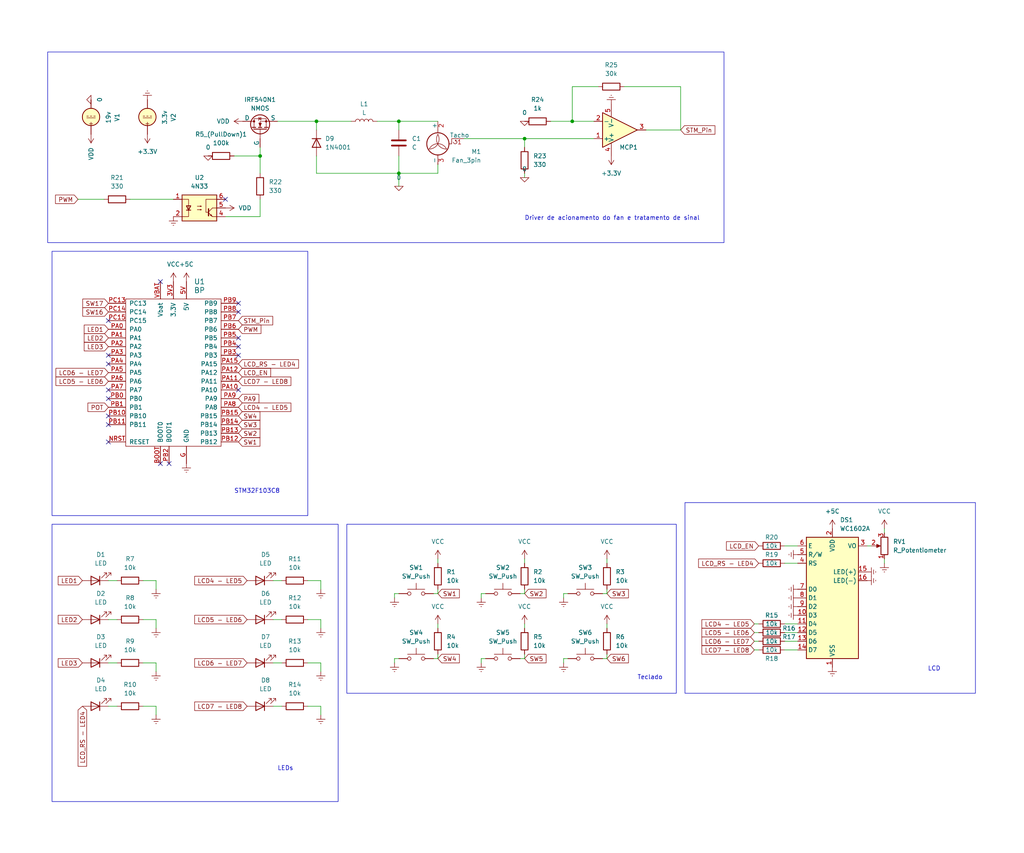
<source format=kicad_sch>
(kicad_sch (version 20230121) (generator eeschema)

  (uuid acb7078f-6629-4093-9c9a-aed0f52630ae)

  (paper "User" 299.999 250.012)

  (lib_symbols
    (symbol "Device:C" (pin_numbers hide) (pin_names (offset 0.254)) (in_bom yes) (on_board yes)
      (property "Reference" "C" (at 0.635 2.54 0)
        (effects (font (size 1.27 1.27)) (justify left))
      )
      (property "Value" "C" (at 0.635 -2.54 0)
        (effects (font (size 1.27 1.27)) (justify left))
      )
      (property "Footprint" "" (at 0.9652 -3.81 0)
        (effects (font (size 1.27 1.27)) hide)
      )
      (property "Datasheet" "~" (at 0 0 0)
        (effects (font (size 1.27 1.27)) hide)
      )
      (property "ki_keywords" "cap capacitor" (at 0 0 0)
        (effects (font (size 1.27 1.27)) hide)
      )
      (property "ki_description" "Unpolarized capacitor" (at 0 0 0)
        (effects (font (size 1.27 1.27)) hide)
      )
      (property "ki_fp_filters" "C_*" (at 0 0 0)
        (effects (font (size 1.27 1.27)) hide)
      )
      (symbol "C_0_1"
        (polyline
          (pts
            (xy -2.032 -0.762)
            (xy 2.032 -0.762)
          )
          (stroke (width 0.508) (type default))
          (fill (type none))
        )
        (polyline
          (pts
            (xy -2.032 0.762)
            (xy 2.032 0.762)
          )
          (stroke (width 0.508) (type default))
          (fill (type none))
        )
      )
      (symbol "C_1_1"
        (pin passive line (at 0 3.81 270) (length 2.794)
          (name "~" (effects (font (size 1.27 1.27))))
          (number "1" (effects (font (size 1.27 1.27))))
        )
        (pin passive line (at 0 -3.81 90) (length 2.794)
          (name "~" (effects (font (size 1.27 1.27))))
          (number "2" (effects (font (size 1.27 1.27))))
        )
      )
    )
    (symbol "Device:L" (pin_numbers hide) (pin_names (offset 1.016) hide) (in_bom yes) (on_board yes)
      (property "Reference" "L" (at -1.27 0 90)
        (effects (font (size 1.27 1.27)))
      )
      (property "Value" "L" (at 1.905 0 90)
        (effects (font (size 1.27 1.27)))
      )
      (property "Footprint" "" (at 0 0 0)
        (effects (font (size 1.27 1.27)) hide)
      )
      (property "Datasheet" "~" (at 0 0 0)
        (effects (font (size 1.27 1.27)) hide)
      )
      (property "ki_keywords" "inductor choke coil reactor magnetic" (at 0 0 0)
        (effects (font (size 1.27 1.27)) hide)
      )
      (property "ki_description" "Inductor" (at 0 0 0)
        (effects (font (size 1.27 1.27)) hide)
      )
      (property "ki_fp_filters" "Choke_* *Coil* Inductor_* L_*" (at 0 0 0)
        (effects (font (size 1.27 1.27)) hide)
      )
      (symbol "L_0_1"
        (arc (start 0 -2.54) (mid 0.6323 -1.905) (end 0 -1.27)
          (stroke (width 0) (type default))
          (fill (type none))
        )
        (arc (start 0 -1.27) (mid 0.6323 -0.635) (end 0 0)
          (stroke (width 0) (type default))
          (fill (type none))
        )
        (arc (start 0 0) (mid 0.6323 0.635) (end 0 1.27)
          (stroke (width 0) (type default))
          (fill (type none))
        )
        (arc (start 0 1.27) (mid 0.6323 1.905) (end 0 2.54)
          (stroke (width 0) (type default))
          (fill (type none))
        )
      )
      (symbol "L_1_1"
        (pin passive line (at 0 3.81 270) (length 1.27)
          (name "1" (effects (font (size 1.27 1.27))))
          (number "1" (effects (font (size 1.27 1.27))))
        )
        (pin passive line (at 0 -3.81 90) (length 1.27)
          (name "2" (effects (font (size 1.27 1.27))))
          (number "2" (effects (font (size 1.27 1.27))))
        )
      )
    )
    (symbol "Device:LED" (pin_numbers hide) (pin_names (offset 1.016) hide) (in_bom yes) (on_board yes)
      (property "Reference" "D" (at 0 2.54 0)
        (effects (font (size 1.27 1.27)))
      )
      (property "Value" "LED" (at 0 -2.54 0)
        (effects (font (size 1.27 1.27)))
      )
      (property "Footprint" "" (at 0 0 0)
        (effects (font (size 1.27 1.27)) hide)
      )
      (property "Datasheet" "~" (at 0 0 0)
        (effects (font (size 1.27 1.27)) hide)
      )
      (property "ki_keywords" "LED diode" (at 0 0 0)
        (effects (font (size 1.27 1.27)) hide)
      )
      (property "ki_description" "Light emitting diode" (at 0 0 0)
        (effects (font (size 1.27 1.27)) hide)
      )
      (property "ki_fp_filters" "LED* LED_SMD:* LED_THT:*" (at 0 0 0)
        (effects (font (size 1.27 1.27)) hide)
      )
      (symbol "LED_0_1"
        (polyline
          (pts
            (xy -1.27 -1.27)
            (xy -1.27 1.27)
          )
          (stroke (width 0.254) (type default))
          (fill (type none))
        )
        (polyline
          (pts
            (xy -1.27 0)
            (xy 1.27 0)
          )
          (stroke (width 0) (type default))
          (fill (type none))
        )
        (polyline
          (pts
            (xy 1.27 -1.27)
            (xy 1.27 1.27)
            (xy -1.27 0)
            (xy 1.27 -1.27)
          )
          (stroke (width 0.254) (type default))
          (fill (type none))
        )
        (polyline
          (pts
            (xy -3.048 -0.762)
            (xy -4.572 -2.286)
            (xy -3.81 -2.286)
            (xy -4.572 -2.286)
            (xy -4.572 -1.524)
          )
          (stroke (width 0) (type default))
          (fill (type none))
        )
        (polyline
          (pts
            (xy -1.778 -0.762)
            (xy -3.302 -2.286)
            (xy -2.54 -2.286)
            (xy -3.302 -2.286)
            (xy -3.302 -1.524)
          )
          (stroke (width 0) (type default))
          (fill (type none))
        )
      )
      (symbol "LED_1_1"
        (pin passive line (at -3.81 0 0) (length 2.54)
          (name "K" (effects (font (size 1.27 1.27))))
          (number "1" (effects (font (size 1.27 1.27))))
        )
        (pin passive line (at 3.81 0 180) (length 2.54)
          (name "A" (effects (font (size 1.27 1.27))))
          (number "2" (effects (font (size 1.27 1.27))))
        )
      )
    )
    (symbol "Device:R" (pin_numbers hide) (pin_names (offset 0)) (in_bom yes) (on_board yes)
      (property "Reference" "R" (at 2.032 0 90)
        (effects (font (size 1.27 1.27)))
      )
      (property "Value" "R" (at 0 0 90)
        (effects (font (size 1.27 1.27)))
      )
      (property "Footprint" "" (at -1.778 0 90)
        (effects (font (size 1.27 1.27)) hide)
      )
      (property "Datasheet" "~" (at 0 0 0)
        (effects (font (size 1.27 1.27)) hide)
      )
      (property "ki_keywords" "R res resistor" (at 0 0 0)
        (effects (font (size 1.27 1.27)) hide)
      )
      (property "ki_description" "Resistor" (at 0 0 0)
        (effects (font (size 1.27 1.27)) hide)
      )
      (property "ki_fp_filters" "R_*" (at 0 0 0)
        (effects (font (size 1.27 1.27)) hide)
      )
      (symbol "R_0_1"
        (rectangle (start -1.016 -2.54) (end 1.016 2.54)
          (stroke (width 0.254) (type default))
          (fill (type none))
        )
      )
      (symbol "R_1_1"
        (pin passive line (at 0 3.81 270) (length 1.27)
          (name "~" (effects (font (size 1.27 1.27))))
          (number "1" (effects (font (size 1.27 1.27))))
        )
        (pin passive line (at 0 -3.81 90) (length 1.27)
          (name "~" (effects (font (size 1.27 1.27))))
          (number "2" (effects (font (size 1.27 1.27))))
        )
      )
    )
    (symbol "Device:R_Potentiometer" (pin_names (offset 1.016) hide) (in_bom yes) (on_board yes)
      (property "Reference" "RV" (at -4.445 0 90)
        (effects (font (size 1.27 1.27)))
      )
      (property "Value" "R_Potentiometer" (at -2.54 0 90)
        (effects (font (size 1.27 1.27)))
      )
      (property "Footprint" "" (at 0 0 0)
        (effects (font (size 1.27 1.27)) hide)
      )
      (property "Datasheet" "~" (at 0 0 0)
        (effects (font (size 1.27 1.27)) hide)
      )
      (property "ki_keywords" "resistor variable" (at 0 0 0)
        (effects (font (size 1.27 1.27)) hide)
      )
      (property "ki_description" "Potentiometer" (at 0 0 0)
        (effects (font (size 1.27 1.27)) hide)
      )
      (property "ki_fp_filters" "Potentiometer*" (at 0 0 0)
        (effects (font (size 1.27 1.27)) hide)
      )
      (symbol "R_Potentiometer_0_1"
        (polyline
          (pts
            (xy 2.54 0)
            (xy 1.524 0)
          )
          (stroke (width 0) (type default))
          (fill (type none))
        )
        (polyline
          (pts
            (xy 1.143 0)
            (xy 2.286 0.508)
            (xy 2.286 -0.508)
            (xy 1.143 0)
          )
          (stroke (width 0) (type default))
          (fill (type outline))
        )
        (rectangle (start 1.016 2.54) (end -1.016 -2.54)
          (stroke (width 0.254) (type default))
          (fill (type none))
        )
      )
      (symbol "R_Potentiometer_1_1"
        (pin passive line (at 0 3.81 270) (length 1.27)
          (name "1" (effects (font (size 1.27 1.27))))
          (number "1" (effects (font (size 1.27 1.27))))
        )
        (pin passive line (at 3.81 0 180) (length 1.27)
          (name "2" (effects (font (size 1.27 1.27))))
          (number "2" (effects (font (size 1.27 1.27))))
        )
        (pin passive line (at 0 -3.81 90) (length 1.27)
          (name "3" (effects (font (size 1.27 1.27))))
          (number "3" (effects (font (size 1.27 1.27))))
        )
      )
    )
    (symbol "Diode:1N4001" (pin_numbers hide) (pin_names hide) (in_bom yes) (on_board yes)
      (property "Reference" "D" (at 0 2.54 0)
        (effects (font (size 1.27 1.27)))
      )
      (property "Value" "1N4001" (at 0 -2.54 0)
        (effects (font (size 1.27 1.27)))
      )
      (property "Footprint" "Diode_THT:D_DO-41_SOD81_P10.16mm_Horizontal" (at 0 0 0)
        (effects (font (size 1.27 1.27)) hide)
      )
      (property "Datasheet" "http://www.vishay.com/docs/88503/1n4001.pdf" (at 0 0 0)
        (effects (font (size 1.27 1.27)) hide)
      )
      (property "Sim.Device" "D" (at 0 0 0)
        (effects (font (size 1.27 1.27)) hide)
      )
      (property "Sim.Pins" "1=K 2=A" (at 0 0 0)
        (effects (font (size 1.27 1.27)) hide)
      )
      (property "ki_keywords" "diode" (at 0 0 0)
        (effects (font (size 1.27 1.27)) hide)
      )
      (property "ki_description" "50V 1A General Purpose Rectifier Diode, DO-41" (at 0 0 0)
        (effects (font (size 1.27 1.27)) hide)
      )
      (property "ki_fp_filters" "D*DO?41*" (at 0 0 0)
        (effects (font (size 1.27 1.27)) hide)
      )
      (symbol "1N4001_0_1"
        (polyline
          (pts
            (xy -1.27 1.27)
            (xy -1.27 -1.27)
          )
          (stroke (width 0.254) (type default))
          (fill (type none))
        )
        (polyline
          (pts
            (xy 1.27 0)
            (xy -1.27 0)
          )
          (stroke (width 0) (type default))
          (fill (type none))
        )
        (polyline
          (pts
            (xy 1.27 1.27)
            (xy 1.27 -1.27)
            (xy -1.27 0)
            (xy 1.27 1.27)
          )
          (stroke (width 0.254) (type default))
          (fill (type none))
        )
      )
      (symbol "1N4001_1_1"
        (pin passive line (at -3.81 0 0) (length 2.54)
          (name "K" (effects (font (size 1.27 1.27))))
          (number "1" (effects (font (size 1.27 1.27))))
        )
        (pin passive line (at 3.81 0 180) (length 2.54)
          (name "A" (effects (font (size 1.27 1.27))))
          (number "2" (effects (font (size 1.27 1.27))))
        )
      )
    )
    (symbol "Display_Character:WC1602A" (in_bom yes) (on_board yes)
      (property "Reference" "DS" (at -5.842 19.05 0)
        (effects (font (size 1.27 1.27)))
      )
      (property "Value" "WC1602A" (at 5.334 19.05 0)
        (effects (font (size 1.27 1.27)))
      )
      (property "Footprint" "Display:WC1602A" (at 0 -22.86 0)
        (effects (font (size 1.27 1.27) italic) hide)
      )
      (property "Datasheet" "http://www.wincomlcd.com/pdf/WC1602A-SFYLYHTC06.pdf" (at 17.78 0 0)
        (effects (font (size 1.27 1.27)) hide)
      )
      (property "ki_keywords" "display LCD dot-matrix" (at 0 0 0)
        (effects (font (size 1.27 1.27)) hide)
      )
      (property "ki_description" "LCD 16x2 Alphanumeric , 8 bit parallel bus, 5V VDD" (at 0 0 0)
        (effects (font (size 1.27 1.27)) hide)
      )
      (property "ki_fp_filters" "*WC*1602A*" (at 0 0 0)
        (effects (font (size 1.27 1.27)) hide)
      )
      (symbol "WC1602A_1_1"
        (rectangle (start -7.62 17.78) (end 7.62 -17.78)
          (stroke (width 0.254) (type default))
          (fill (type background))
        )
        (pin power_in line (at 0 -20.32 90) (length 2.54)
          (name "VSS" (effects (font (size 1.27 1.27))))
          (number "1" (effects (font (size 1.27 1.27))))
        )
        (pin input line (at -10.16 -5.08 0) (length 2.54)
          (name "D3" (effects (font (size 1.27 1.27))))
          (number "10" (effects (font (size 1.27 1.27))))
        )
        (pin input line (at -10.16 -7.62 0) (length 2.54)
          (name "D4" (effects (font (size 1.27 1.27))))
          (number "11" (effects (font (size 1.27 1.27))))
        )
        (pin input line (at -10.16 -10.16 0) (length 2.54)
          (name "D5" (effects (font (size 1.27 1.27))))
          (number "12" (effects (font (size 1.27 1.27))))
        )
        (pin input line (at -10.16 -12.7 0) (length 2.54)
          (name "D6" (effects (font (size 1.27 1.27))))
          (number "13" (effects (font (size 1.27 1.27))))
        )
        (pin input line (at -10.16 -15.24 0) (length 2.54)
          (name "D7" (effects (font (size 1.27 1.27))))
          (number "14" (effects (font (size 1.27 1.27))))
        )
        (pin power_in line (at 10.16 7.62 180) (length 2.54)
          (name "LED(+)" (effects (font (size 1.27 1.27))))
          (number "15" (effects (font (size 1.27 1.27))))
        )
        (pin power_in line (at 10.16 5.08 180) (length 2.54)
          (name "LED(-)" (effects (font (size 1.27 1.27))))
          (number "16" (effects (font (size 1.27 1.27))))
        )
        (pin power_in line (at 0 20.32 270) (length 2.54)
          (name "VDD" (effects (font (size 1.27 1.27))))
          (number "2" (effects (font (size 1.27 1.27))))
        )
        (pin input line (at 10.16 15.24 180) (length 2.54)
          (name "VO" (effects (font (size 1.27 1.27))))
          (number "3" (effects (font (size 1.27 1.27))))
        )
        (pin input line (at -10.16 10.16 0) (length 2.54)
          (name "RS" (effects (font (size 1.27 1.27))))
          (number "4" (effects (font (size 1.27 1.27))))
        )
        (pin input line (at -10.16 12.7 0) (length 2.54)
          (name "R/W" (effects (font (size 1.27 1.27))))
          (number "5" (effects (font (size 1.27 1.27))))
        )
        (pin input line (at -10.16 15.24 0) (length 2.54)
          (name "E" (effects (font (size 1.27 1.27))))
          (number "6" (effects (font (size 1.27 1.27))))
        )
        (pin input line (at -10.16 2.54 0) (length 2.54)
          (name "D0" (effects (font (size 1.27 1.27))))
          (number "7" (effects (font (size 1.27 1.27))))
        )
        (pin input line (at -10.16 0 0) (length 2.54)
          (name "D1" (effects (font (size 1.27 1.27))))
          (number "8" (effects (font (size 1.27 1.27))))
        )
        (pin input line (at -10.16 -2.54 0) (length 2.54)
          (name "D2" (effects (font (size 1.27 1.27))))
          (number "9" (effects (font (size 1.27 1.27))))
        )
      )
    )
    (symbol "Isolator:4N35" (pin_names (offset 1.016)) (in_bom yes) (on_board yes)
      (property "Reference" "U" (at -5.08 5.08 0)
        (effects (font (size 1.27 1.27)) (justify left))
      )
      (property "Value" "4N35" (at 0 5.08 0)
        (effects (font (size 1.27 1.27)) (justify left))
      )
      (property "Footprint" "Package_DIP:DIP-6_W7.62mm" (at -5.08 -5.08 0)
        (effects (font (size 1.27 1.27) italic) (justify left) hide)
      )
      (property "Datasheet" "https://www.vishay.com/docs/81181/4n35.pdf" (at 0 0 0)
        (effects (font (size 1.27 1.27)) (justify left) hide)
      )
      (property "ki_keywords" "NPN DC Optocoupler Base Connected" (at 0 0 0)
        (effects (font (size 1.27 1.27)) hide)
      )
      (property "ki_description" "Optocoupler, Phototransistor Output, with Base Connection, Vce 70V, CTR 100%, Viso 5000V, DIP6" (at 0 0 0)
        (effects (font (size 1.27 1.27)) hide)
      )
      (property "ki_fp_filters" "DIP*W7.62mm*" (at 0 0 0)
        (effects (font (size 1.27 1.27)) hide)
      )
      (symbol "4N35_0_1"
        (rectangle (start -5.08 3.81) (end 5.08 -3.81)
          (stroke (width 0.254) (type default))
          (fill (type background))
        )
        (polyline
          (pts
            (xy -3.81 -0.635)
            (xy -2.54 -0.635)
          )
          (stroke (width 0.254) (type default))
          (fill (type none))
        )
        (polyline
          (pts
            (xy 2.667 -1.397)
            (xy 3.81 -2.54)
          )
          (stroke (width 0) (type default))
          (fill (type none))
        )
        (polyline
          (pts
            (xy 2.667 -1.143)
            (xy 3.81 0)
          )
          (stroke (width 0) (type default))
          (fill (type none))
        )
        (polyline
          (pts
            (xy 3.81 -2.54)
            (xy 5.08 -2.54)
          )
          (stroke (width 0) (type default))
          (fill (type none))
        )
        (polyline
          (pts
            (xy 3.81 0)
            (xy 5.08 0)
          )
          (stroke (width 0) (type default))
          (fill (type none))
        )
        (polyline
          (pts
            (xy 2.667 -0.254)
            (xy 2.667 -2.286)
            (xy 2.667 -2.286)
          )
          (stroke (width 0.3556) (type default))
          (fill (type none))
        )
        (polyline
          (pts
            (xy -5.08 -2.54)
            (xy -3.175 -2.54)
            (xy -3.175 2.54)
            (xy -5.08 2.54)
          )
          (stroke (width 0) (type default))
          (fill (type none))
        )
        (polyline
          (pts
            (xy -3.175 -0.635)
            (xy -3.81 0.635)
            (xy -2.54 0.635)
            (xy -3.175 -0.635)
          )
          (stroke (width 0.254) (type default))
          (fill (type none))
        )
        (polyline
          (pts
            (xy 3.683 -2.413)
            (xy 3.429 -1.905)
            (xy 3.175 -2.159)
            (xy 3.683 -2.413)
          )
          (stroke (width 0) (type default))
          (fill (type none))
        )
        (polyline
          (pts
            (xy 5.08 2.54)
            (xy 1.905 2.54)
            (xy 1.905 -1.27)
            (xy 2.54 -1.27)
          )
          (stroke (width 0) (type default))
          (fill (type none))
        )
        (polyline
          (pts
            (xy -0.635 -0.508)
            (xy 0.635 -0.508)
            (xy 0.254 -0.635)
            (xy 0.254 -0.381)
            (xy 0.635 -0.508)
          )
          (stroke (width 0) (type default))
          (fill (type none))
        )
        (polyline
          (pts
            (xy -0.635 0.508)
            (xy 0.635 0.508)
            (xy 0.254 0.381)
            (xy 0.254 0.635)
            (xy 0.635 0.508)
          )
          (stroke (width 0) (type default))
          (fill (type none))
        )
      )
      (symbol "4N35_1_1"
        (pin passive line (at -7.62 2.54 0) (length 2.54)
          (name "~" (effects (font (size 1.27 1.27))))
          (number "1" (effects (font (size 1.27 1.27))))
        )
        (pin passive line (at -7.62 -2.54 0) (length 2.54)
          (name "~" (effects (font (size 1.27 1.27))))
          (number "2" (effects (font (size 1.27 1.27))))
        )
        (pin no_connect line (at -5.08 0 0) (length 2.54) hide
          (name "NC" (effects (font (size 1.27 1.27))))
          (number "3" (effects (font (size 1.27 1.27))))
        )
        (pin passive line (at 7.62 -2.54 180) (length 2.54)
          (name "~" (effects (font (size 1.27 1.27))))
          (number "4" (effects (font (size 1.27 1.27))))
        )
        (pin passive line (at 7.62 0 180) (length 2.54)
          (name "~" (effects (font (size 1.27 1.27))))
          (number "5" (effects (font (size 1.27 1.27))))
        )
        (pin passive line (at 7.62 2.54 180) (length 2.54)
          (name "~" (effects (font (size 1.27 1.27))))
          (number "6" (effects (font (size 1.27 1.27))))
        )
      )
    )
    (symbol "Motor:Fan_3pin" (pin_names (offset 0)) (in_bom yes) (on_board yes)
      (property "Reference" "M" (at 2.54 2.54 0)
        (effects (font (size 1.27 1.27)) (justify left))
      )
      (property "Value" "Fan_3pin" (at 2.54 -5.08 0)
        (effects (font (size 1.27 1.27)) (justify left top))
      )
      (property "Footprint" "" (at 0 -2.286 0)
        (effects (font (size 1.27 1.27)) hide)
      )
      (property "Datasheet" "http://www.hardwarecanucks.com/forum/attachments/new-builds/16287d1330775095-help-chassis-power-fan-connectors-motherboard-asus_p8z68.jpg" (at 0 -2.286 0)
        (effects (font (size 1.27 1.27)) hide)
      )
      (property "ki_keywords" "Fan Motor tacho" (at 0 0 0)
        (effects (font (size 1.27 1.27)) hide)
      )
      (property "ki_description" "Fan, tacho output, 3-pin connector" (at 0 0 0)
        (effects (font (size 1.27 1.27)) hide)
      )
      (property "ki_fp_filters" "FanPinHeader*P2.54mm*Vertical* PinHeader*P2.54mm*Vertical* TerminalBlock*" (at 0 0 0)
        (effects (font (size 1.27 1.27)) hide)
      )
      (symbol "Fan_3pin_0_0"
        (arc (start -5.588 -1.016) (mid -5.08 -1.5218) (end -4.572 -1.016)
          (stroke (width 0) (type default))
          (fill (type none))
        )
        (arc (start -5.08 -0.508) (mid -5.4392 -0.6568) (end -5.588 -1.016)
          (stroke (width 0) (type default))
          (fill (type none))
        )
        (polyline
          (pts
            (xy -5.08 -0.508)
            (xy -5.334 -0.381)
          )
          (stroke (width 0) (type default))
          (fill (type none))
        )
        (polyline
          (pts
            (xy -5.08 -0.508)
            (xy -5.207 -0.762)
          )
          (stroke (width 0) (type default))
          (fill (type none))
        )
        (polyline
          (pts
            (xy -4.064 0)
            (xy -4.064 -1.524)
            (xy -3.302 -1.524)
          )
          (stroke (width 0) (type default))
          (fill (type none))
        )
      )
      (symbol "Fan_3pin_0_1"
        (arc (start -2.54 -3.048) (mid 0.0028 -1.6279) (end 0 1.27)
          (stroke (width 0) (type default))
          (fill (type none))
        )
        (circle (center 0 -1.524) (radius 3.2512)
          (stroke (width 0.254) (type default))
          (fill (type none))
        )
        (polyline
          (pts
            (xy -4.064 0)
            (xy -5.08 0)
          )
          (stroke (width 0) (type default))
          (fill (type none))
        )
        (polyline
          (pts
            (xy 0 -7.62)
            (xy 0 -7.112)
          )
          (stroke (width 0) (type default))
          (fill (type none))
        )
        (polyline
          (pts
            (xy 0 -4.7752)
            (xy 0 -5.1816)
          )
          (stroke (width 0) (type default))
          (fill (type none))
        )
        (polyline
          (pts
            (xy 0 1.7272)
            (xy 0 2.0828)
          )
          (stroke (width 0) (type default))
          (fill (type none))
        )
        (polyline
          (pts
            (xy 0 2.032)
            (xy 0 2.54)
          )
          (stroke (width 0) (type default))
          (fill (type none))
        )
        (arc (start 0 1.27) (mid 0.053 -1.619) (end 2.54 -3.048)
          (stroke (width 0) (type default))
          (fill (type none))
        )
        (arc (start 2.54 -3.048) (mid 0 -1.4782) (end -2.54 -3.048)
          (stroke (width 0) (type default))
          (fill (type none))
        )
      )
      (symbol "Fan_3pin_1_1"
        (pin passive line (at -7.62 0 0) (length 2.54)
          (name "Tacho" (effects (font (size 1.27 1.27))))
          (number "1" (effects (font (size 1.27 1.27))))
        )
        (pin passive line (at 0 5.08 270) (length 2.54)
          (name "+" (effects (font (size 1.27 1.27))))
          (number "2" (effects (font (size 1.27 1.27))))
        )
        (pin passive line (at 0 -7.62 90) (length 2.54)
          (name "-" (effects (font (size 1.27 1.27))))
          (number "3" (effects (font (size 1.27 1.27))))
        )
      )
    )
    (symbol "Simulation_SPICE:0" (power) (pin_names (offset 0)) (in_bom yes) (on_board yes)
      (property "Reference" "#GND" (at 0 -2.54 0)
        (effects (font (size 1.27 1.27)) hide)
      )
      (property "Value" "0" (at 0 -1.778 0)
        (effects (font (size 1.27 1.27)))
      )
      (property "Footprint" "" (at 0 0 0)
        (effects (font (size 1.27 1.27)) hide)
      )
      (property "Datasheet" "~" (at 0 0 0)
        (effects (font (size 1.27 1.27)) hide)
      )
      (property "ki_keywords" "simulation" (at 0 0 0)
        (effects (font (size 1.27 1.27)) hide)
      )
      (property "ki_description" "0V reference potential for simulation" (at 0 0 0)
        (effects (font (size 1.27 1.27)) hide)
      )
      (symbol "0_0_1"
        (polyline
          (pts
            (xy -1.27 0)
            (xy 0 -1.27)
            (xy 1.27 0)
            (xy -1.27 0)
          )
          (stroke (width 0) (type default))
          (fill (type none))
        )
      )
      (symbol "0_1_1"
        (pin power_in line (at 0 0 0) (length 0) hide
          (name "0" (effects (font (size 1.016 1.016))))
          (number "1" (effects (font (size 1.016 1.016))))
        )
      )
    )
    (symbol "Simulation_SPICE:NMOS" (pin_numbers hide) (pin_names (offset 0)) (in_bom yes) (on_board yes)
      (property "Reference" "Q" (at 5.08 1.27 0)
        (effects (font (size 1.27 1.27)) (justify left))
      )
      (property "Value" "NMOS" (at 5.08 -1.27 0)
        (effects (font (size 1.27 1.27)) (justify left))
      )
      (property "Footprint" "" (at 5.08 2.54 0)
        (effects (font (size 1.27 1.27)) hide)
      )
      (property "Datasheet" "https://ngspice.sourceforge.io/docs/ngspice-manual.pdf" (at 0 -12.7 0)
        (effects (font (size 1.27 1.27)) hide)
      )
      (property "Sim.Device" "NMOS" (at 0 -17.145 0)
        (effects (font (size 1.27 1.27)) hide)
      )
      (property "Sim.Type" "VDMOS" (at 0 -19.05 0)
        (effects (font (size 1.27 1.27)) hide)
      )
      (property "Sim.Pins" "1=D 2=G 3=S" (at 0 -15.24 0)
        (effects (font (size 1.27 1.27)) hide)
      )
      (property "ki_keywords" "transistor NMOS N-MOS N-MOSFET simulation" (at 0 0 0)
        (effects (font (size 1.27 1.27)) hide)
      )
      (property "ki_description" "N-MOSFET transistor, drain/source/gate" (at 0 0 0)
        (effects (font (size 1.27 1.27)) hide)
      )
      (symbol "NMOS_0_1"
        (polyline
          (pts
            (xy 0.254 0)
            (xy -2.54 0)
          )
          (stroke (width 0) (type default))
          (fill (type none))
        )
        (polyline
          (pts
            (xy 0.254 1.905)
            (xy 0.254 -1.905)
          )
          (stroke (width 0.254) (type default))
          (fill (type none))
        )
        (polyline
          (pts
            (xy 0.762 -1.27)
            (xy 0.762 -2.286)
          )
          (stroke (width 0.254) (type default))
          (fill (type none))
        )
        (polyline
          (pts
            (xy 0.762 0.508)
            (xy 0.762 -0.508)
          )
          (stroke (width 0.254) (type default))
          (fill (type none))
        )
        (polyline
          (pts
            (xy 0.762 2.286)
            (xy 0.762 1.27)
          )
          (stroke (width 0.254) (type default))
          (fill (type none))
        )
        (polyline
          (pts
            (xy 2.54 2.54)
            (xy 2.54 1.778)
          )
          (stroke (width 0) (type default))
          (fill (type none))
        )
        (polyline
          (pts
            (xy 2.54 -2.54)
            (xy 2.54 0)
            (xy 0.762 0)
          )
          (stroke (width 0) (type default))
          (fill (type none))
        )
        (polyline
          (pts
            (xy 0.762 -1.778)
            (xy 3.302 -1.778)
            (xy 3.302 1.778)
            (xy 0.762 1.778)
          )
          (stroke (width 0) (type default))
          (fill (type none))
        )
        (polyline
          (pts
            (xy 1.016 0)
            (xy 2.032 0.381)
            (xy 2.032 -0.381)
            (xy 1.016 0)
          )
          (stroke (width 0) (type default))
          (fill (type outline))
        )
        (polyline
          (pts
            (xy 2.794 0.508)
            (xy 2.921 0.381)
            (xy 3.683 0.381)
            (xy 3.81 0.254)
          )
          (stroke (width 0) (type default))
          (fill (type none))
        )
        (polyline
          (pts
            (xy 3.302 0.381)
            (xy 2.921 -0.254)
            (xy 3.683 -0.254)
            (xy 3.302 0.381)
          )
          (stroke (width 0) (type default))
          (fill (type none))
        )
        (circle (center 1.651 0) (radius 2.794)
          (stroke (width 0.254) (type default))
          (fill (type none))
        )
        (circle (center 2.54 -1.778) (radius 0.254)
          (stroke (width 0) (type default))
          (fill (type outline))
        )
        (circle (center 2.54 1.778) (radius 0.254)
          (stroke (width 0) (type default))
          (fill (type outline))
        )
      )
      (symbol "NMOS_1_1"
        (pin passive line (at 2.54 5.08 270) (length 2.54)
          (name "D" (effects (font (size 1.27 1.27))))
          (number "1" (effects (font (size 1.27 1.27))))
        )
        (pin input line (at -5.08 0 0) (length 2.54)
          (name "G" (effects (font (size 1.27 1.27))))
          (number "2" (effects (font (size 1.27 1.27))))
        )
        (pin passive line (at 2.54 -5.08 90) (length 2.54)
          (name "S" (effects (font (size 1.27 1.27))))
          (number "3" (effects (font (size 1.27 1.27))))
        )
      )
    )
    (symbol "Simulation_SPICE:OPAMP" (pin_names (offset 0.254)) (in_bom yes) (on_board yes)
      (property "Reference" "U" (at 3.81 3.175 0)
        (effects (font (size 1.27 1.27)) (justify left))
      )
      (property "Value" "${SIM.PARAMS}" (at 3.81 -3.175 0)
        (effects (font (size 1.27 1.27)) (justify left))
      )
      (property "Footprint" "" (at 0 0 0)
        (effects (font (size 1.27 1.27)) hide)
      )
      (property "Datasheet" "~" (at 0 0 0)
        (effects (font (size 1.27 1.27)) hide)
      )
      (property "Sim.Pins" "1=1 2=2 3=3 4=4 5=5" (at 0 0 0)
        (effects (font (size 1.27 1.27)) hide)
      )
      (property "Sim.Device" "SPICE" (at 0 0 0)
        (effects (font (size 1.27 1.27)) (justify left) hide)
      )
      (property "Sim.Params" "type=\"X\" model=\"OPAMP\" lib=\"\"" (at 0 0 0)
        (effects (font (size 1.27 1.27)) hide)
      )
      (property "ki_keywords" "simulation" (at 0 0 0)
        (effects (font (size 1.27 1.27)) hide)
      )
      (property "ki_description" "Operational amplifier, single, node sequence=1:+ 2:- 3:OUT 4:V+ 5:V-" (at 0 0 0)
        (effects (font (size 1.27 1.27)) hide)
      )
      (symbol "OPAMP_0_1"
        (polyline
          (pts
            (xy 5.08 0)
            (xy -5.08 5.08)
            (xy -5.08 -5.08)
            (xy 5.08 0)
          )
          (stroke (width 0.254) (type default))
          (fill (type background))
        )
      )
      (symbol "OPAMP_1_1"
        (pin input line (at -7.62 2.54 0) (length 2.54)
          (name "+" (effects (font (size 1.27 1.27))))
          (number "1" (effects (font (size 1.27 1.27))))
        )
        (pin input line (at -7.62 -2.54 0) (length 2.54)
          (name "-" (effects (font (size 1.27 1.27))))
          (number "2" (effects (font (size 1.27 1.27))))
        )
        (pin output line (at 7.62 0 180) (length 2.54)
          (name "~" (effects (font (size 1.27 1.27))))
          (number "3" (effects (font (size 1.27 1.27))))
        )
        (pin power_in line (at -2.54 7.62 270) (length 3.81)
          (name "V+" (effects (font (size 1.27 1.27))))
          (number "4" (effects (font (size 1.27 1.27))))
        )
        (pin power_in line (at -2.54 -7.62 90) (length 3.81)
          (name "V-" (effects (font (size 1.27 1.27))))
          (number "5" (effects (font (size 1.27 1.27))))
        )
      )
    )
    (symbol "Simulation_SPICE:VDC" (pin_numbers hide) (pin_names (offset 0.0254)) (in_bom yes) (on_board yes)
      (property "Reference" "V" (at 2.54 2.54 0)
        (effects (font (size 1.27 1.27)) (justify left))
      )
      (property "Value" "1" (at 2.54 0 0)
        (effects (font (size 1.27 1.27)) (justify left))
      )
      (property "Footprint" "" (at 0 0 0)
        (effects (font (size 1.27 1.27)) hide)
      )
      (property "Datasheet" "~" (at 0 0 0)
        (effects (font (size 1.27 1.27)) hide)
      )
      (property "Sim.Pins" "1=+ 2=-" (at 0 0 0)
        (effects (font (size 1.27 1.27)) hide)
      )
      (property "Sim.Type" "DC" (at 0 0 0)
        (effects (font (size 1.27 1.27)) hide)
      )
      (property "Sim.Device" "V" (at 0 0 0)
        (effects (font (size 1.27 1.27)) (justify left) hide)
      )
      (property "ki_keywords" "simulation" (at 0 0 0)
        (effects (font (size 1.27 1.27)) hide)
      )
      (property "ki_description" "Voltage source, DC" (at 0 0 0)
        (effects (font (size 1.27 1.27)) hide)
      )
      (symbol "VDC_0_0"
        (polyline
          (pts
            (xy -1.27 0.254)
            (xy 1.27 0.254)
          )
          (stroke (width 0) (type default))
          (fill (type none))
        )
        (polyline
          (pts
            (xy -0.762 -0.254)
            (xy -1.27 -0.254)
          )
          (stroke (width 0) (type default))
          (fill (type none))
        )
        (polyline
          (pts
            (xy 0.254 -0.254)
            (xy -0.254 -0.254)
          )
          (stroke (width 0) (type default))
          (fill (type none))
        )
        (polyline
          (pts
            (xy 1.27 -0.254)
            (xy 0.762 -0.254)
          )
          (stroke (width 0) (type default))
          (fill (type none))
        )
        (text "+" (at 0 1.905 0)
          (effects (font (size 1.27 1.27)))
        )
      )
      (symbol "VDC_0_1"
        (circle (center 0 0) (radius 2.54)
          (stroke (width 0.254) (type default))
          (fill (type background))
        )
      )
      (symbol "VDC_1_1"
        (pin passive line (at 0 5.08 270) (length 2.54)
          (name "~" (effects (font (size 1.27 1.27))))
          (number "1" (effects (font (size 1.27 1.27))))
        )
        (pin passive line (at 0 -5.08 90) (length 2.54)
          (name "~" (effects (font (size 1.27 1.27))))
          (number "2" (effects (font (size 1.27 1.27))))
        )
      )
    )
    (symbol "Switch:SW_Push" (pin_numbers hide) (pin_names (offset 1.016) hide) (in_bom yes) (on_board yes)
      (property "Reference" "SW" (at 1.27 2.54 0)
        (effects (font (size 1.27 1.27)) (justify left))
      )
      (property "Value" "SW_Push" (at 0 -1.524 0)
        (effects (font (size 1.27 1.27)))
      )
      (property "Footprint" "" (at 0 5.08 0)
        (effects (font (size 1.27 1.27)) hide)
      )
      (property "Datasheet" "~" (at 0 5.08 0)
        (effects (font (size 1.27 1.27)) hide)
      )
      (property "ki_keywords" "switch normally-open pushbutton push-button" (at 0 0 0)
        (effects (font (size 1.27 1.27)) hide)
      )
      (property "ki_description" "Push button switch, generic, two pins" (at 0 0 0)
        (effects (font (size 1.27 1.27)) hide)
      )
      (symbol "SW_Push_0_1"
        (circle (center -2.032 0) (radius 0.508)
          (stroke (width 0) (type default))
          (fill (type none))
        )
        (polyline
          (pts
            (xy 0 1.27)
            (xy 0 3.048)
          )
          (stroke (width 0) (type default))
          (fill (type none))
        )
        (polyline
          (pts
            (xy 2.54 1.27)
            (xy -2.54 1.27)
          )
          (stroke (width 0) (type default))
          (fill (type none))
        )
        (circle (center 2.032 0) (radius 0.508)
          (stroke (width 0) (type default))
          (fill (type none))
        )
        (pin passive line (at -5.08 0 0) (length 2.54)
          (name "1" (effects (font (size 1.27 1.27))))
          (number "1" (effects (font (size 1.27 1.27))))
        )
        (pin passive line (at 5.08 0 180) (length 2.54)
          (name "2" (effects (font (size 1.27 1.27))))
          (number "2" (effects (font (size 1.27 1.27))))
        )
      )
    )
    (symbol "_User:BP" (pin_names (offset 1.016)) (in_bom yes) (on_board yes)
      (property "Reference" "U" (at -12.7 22.86 0)
        (effects (font (size 1.524 1.524)))
      )
      (property "Value" "BP" (at 7.62 -24.13 0)
        (effects (font (size 1.524 1.524)))
      )
      (property "Footprint" "Module:blue_pill" (at -2.54 19.05 0)
        (effects (font (size 1.524 1.524)) hide)
      )
      (property "Datasheet" "" (at -2.54 19.05 0)
        (effects (font (size 1.524 1.524)) hide)
      )
      (symbol "BP_0_1"
        (rectangle (start -13.97 21.59) (end 13.97 -21.59)
          (stroke (width 0) (type solid))
          (fill (type none))
        )
      )
      (symbol "BP_1_1"
        (pin power_out line (at 0 26.67 270) (length 5.08)
          (name "3.3V" (effects (font (size 1.27 1.27))))
          (number "3V3" (effects (font (size 1.27 1.27))))
        )
        (pin power_out line (at 3.81 26.67 270) (length 5.08)
          (name "5V" (effects (font (size 1.27 1.27))))
          (number "5V" (effects (font (size 1.27 1.27))))
        )
        (pin input line (at -3.81 -26.67 90) (length 5.08)
          (name "BOOT0" (effects (font (size 1.27 1.27))))
          (number "BOOT" (effects (font (size 1.27 1.27))))
        )
        (pin power_out line (at 3.81 -26.67 90) (length 5.08)
          (name "GND" (effects (font (size 1.27 1.27))))
          (number "G" (effects (font (size 1.27 1.27))))
        )
        (pin input line (at -19.05 -20.32 0) (length 5.08)
          (name "RESET" (effects (font (size 1.27 1.27))))
          (number "NRST" (effects (font (size 1.27 1.27))))
        )
        (pin bidirectional line (at -19.05 12.7 0) (length 5.08)
          (name "PA0" (effects (font (size 1.27 1.27))))
          (number "PA0" (effects (font (size 1.27 1.27))))
        )
        (pin bidirectional line (at -19.05 10.16 0) (length 5.08)
          (name "PA1" (effects (font (size 1.27 1.27))))
          (number "PA1" (effects (font (size 1.27 1.27))))
        )
        (pin bidirectional line (at 19.05 -5.08 180) (length 5.08)
          (name "PA10" (effects (font (size 1.27 1.27))))
          (number "PA10" (effects (font (size 1.27 1.27))))
        )
        (pin bidirectional line (at 19.05 -2.54 180) (length 5.08)
          (name "PA11" (effects (font (size 1.27 1.27))))
          (number "PA11" (effects (font (size 1.27 1.27))))
        )
        (pin bidirectional line (at 19.05 0 180) (length 5.08)
          (name "PA12" (effects (font (size 1.27 1.27))))
          (number "PA12" (effects (font (size 1.27 1.27))))
        )
        (pin bidirectional line (at 19.05 2.54 180) (length 5.08)
          (name "PA15" (effects (font (size 1.27 1.27))))
          (number "PA15" (effects (font (size 1.27 1.27))))
        )
        (pin bidirectional line (at -19.05 7.62 0) (length 5.08)
          (name "PA2" (effects (font (size 1.27 1.27))))
          (number "PA2" (effects (font (size 1.27 1.27))))
        )
        (pin bidirectional line (at -19.05 5.08 0) (length 5.08)
          (name "PA3" (effects (font (size 1.27 1.27))))
          (number "PA3" (effects (font (size 1.27 1.27))))
        )
        (pin bidirectional line (at -19.05 2.54 0) (length 5.08)
          (name "PA4" (effects (font (size 1.27 1.27))))
          (number "PA4" (effects (font (size 1.27 1.27))))
        )
        (pin bidirectional line (at -19.05 0 0) (length 5.08)
          (name "PA5" (effects (font (size 1.27 1.27))))
          (number "PA5" (effects (font (size 1.27 1.27))))
        )
        (pin bidirectional line (at -19.05 -2.54 0) (length 5.08)
          (name "PA6" (effects (font (size 1.27 1.27))))
          (number "PA6" (effects (font (size 1.27 1.27))))
        )
        (pin bidirectional line (at -19.05 -5.08 0) (length 5.08)
          (name "PA7" (effects (font (size 1.27 1.27))))
          (number "PA7" (effects (font (size 1.27 1.27))))
        )
        (pin bidirectional line (at 19.05 -10.16 180) (length 5.08)
          (name "PA8" (effects (font (size 1.27 1.27))))
          (number "PA8" (effects (font (size 1.27 1.27))))
        )
        (pin bidirectional line (at 19.05 -7.62 180) (length 5.08)
          (name "PA9" (effects (font (size 1.27 1.27))))
          (number "PA9" (effects (font (size 1.27 1.27))))
        )
        (pin bidirectional line (at -19.05 -7.62 0) (length 5.08)
          (name "PB0" (effects (font (size 1.27 1.27))))
          (number "PB0" (effects (font (size 1.27 1.27))))
        )
        (pin bidirectional line (at -19.05 -10.16 0) (length 5.08)
          (name "PB1" (effects (font (size 1.27 1.27))))
          (number "PB1" (effects (font (size 1.27 1.27))))
        )
        (pin bidirectional line (at -19.05 -12.7 0) (length 5.08)
          (name "PB10" (effects (font (size 1.27 1.27))))
          (number "PB10" (effects (font (size 1.27 1.27))))
        )
        (pin bidirectional line (at -19.05 -15.24 0) (length 5.08)
          (name "PB11" (effects (font (size 1.27 1.27))))
          (number "PB11" (effects (font (size 1.27 1.27))))
        )
        (pin bidirectional line (at 19.05 -20.32 180) (length 5.08)
          (name "PB12" (effects (font (size 1.27 1.27))))
          (number "PB12" (effects (font (size 1.27 1.27))))
        )
        (pin bidirectional line (at 19.05 -17.78 180) (length 5.08)
          (name "PB13" (effects (font (size 1.27 1.27))))
          (number "PB13" (effects (font (size 1.27 1.27))))
        )
        (pin bidirectional line (at 19.05 -15.24 180) (length 5.08)
          (name "PB14" (effects (font (size 1.27 1.27))))
          (number "PB14" (effects (font (size 1.27 1.27))))
        )
        (pin bidirectional line (at 19.05 -12.7 180) (length 5.08)
          (name "PB15" (effects (font (size 1.27 1.27))))
          (number "PB15" (effects (font (size 1.27 1.27))))
        )
        (pin input line (at -1.27 -26.67 90) (length 5.08)
          (name "BOOT1" (effects (font (size 1.27 1.27))))
          (number "PB2" (effects (font (size 1.27 1.27))))
        )
        (pin bidirectional line (at 19.05 5.08 180) (length 5.08)
          (name "PB3" (effects (font (size 1.27 1.27))))
          (number "PB3" (effects (font (size 1.27 1.27))))
        )
        (pin bidirectional line (at 19.05 7.62 180) (length 5.08)
          (name "PB4" (effects (font (size 1.27 1.27))))
          (number "PB4" (effects (font (size 1.27 1.27))))
        )
        (pin bidirectional line (at 19.05 10.16 180) (length 5.08)
          (name "PB5" (effects (font (size 1.27 1.27))))
          (number "PB5" (effects (font (size 1.27 1.27))))
        )
        (pin bidirectional line (at 19.05 12.7 180) (length 5.08)
          (name "PB6" (effects (font (size 1.27 1.27))))
          (number "PB6" (effects (font (size 1.27 1.27))))
        )
        (pin bidirectional line (at 19.05 15.24 180) (length 5.08)
          (name "PB7" (effects (font (size 1.27 1.27))))
          (number "PB7" (effects (font (size 1.27 1.27))))
        )
        (pin bidirectional line (at 19.05 17.78 180) (length 5.08)
          (name "PB8" (effects (font (size 1.27 1.27))))
          (number "PB8" (effects (font (size 1.27 1.27))))
        )
        (pin bidirectional line (at 19.05 20.32 180) (length 5.08)
          (name "PB9" (effects (font (size 1.27 1.27))))
          (number "PB9" (effects (font (size 1.27 1.27))))
        )
        (pin bidirectional line (at -19.05 20.32 0) (length 5.08)
          (name "PC13" (effects (font (size 1.27 1.27))))
          (number "PC13" (effects (font (size 1.27 1.27))))
        )
        (pin bidirectional line (at -19.05 17.78 0) (length 5.08)
          (name "PC14" (effects (font (size 1.27 1.27))))
          (number "PC14" (effects (font (size 1.27 1.27))))
        )
        (pin bidirectional line (at -19.05 15.24 0) (length 5.08)
          (name "PC15" (effects (font (size 1.27 1.27))))
          (number "PC15" (effects (font (size 1.27 1.27))))
        )
        (pin power_in line (at -3.81 26.67 270) (length 5.08)
          (name "Vbat" (effects (font (size 1.27 1.27))))
          (number "VBAT" (effects (font (size 1.27 1.27))))
        )
      )
    )
    (symbol "power:+3.3V" (power) (pin_names (offset 0)) (in_bom yes) (on_board yes)
      (property "Reference" "#PWR" (at 0 -3.81 0)
        (effects (font (size 1.27 1.27)) hide)
      )
      (property "Value" "+3.3V" (at 0 3.556 0)
        (effects (font (size 1.27 1.27)))
      )
      (property "Footprint" "" (at 0 0 0)
        (effects (font (size 1.27 1.27)) hide)
      )
      (property "Datasheet" "" (at 0 0 0)
        (effects (font (size 1.27 1.27)) hide)
      )
      (property "ki_keywords" "global power" (at 0 0 0)
        (effects (font (size 1.27 1.27)) hide)
      )
      (property "ki_description" "Power symbol creates a global label with name \"+3.3V\"" (at 0 0 0)
        (effects (font (size 1.27 1.27)) hide)
      )
      (symbol "+3.3V_0_1"
        (polyline
          (pts
            (xy -0.762 1.27)
            (xy 0 2.54)
          )
          (stroke (width 0) (type default))
          (fill (type none))
        )
        (polyline
          (pts
            (xy 0 0)
            (xy 0 2.54)
          )
          (stroke (width 0) (type default))
          (fill (type none))
        )
        (polyline
          (pts
            (xy 0 2.54)
            (xy 0.762 1.27)
          )
          (stroke (width 0) (type default))
          (fill (type none))
        )
      )
      (symbol "+3.3V_1_1"
        (pin power_in line (at 0 0 90) (length 0) hide
          (name "+3.3V" (effects (font (size 1.27 1.27))))
          (number "1" (effects (font (size 1.27 1.27))))
        )
      )
    )
    (symbol "power:+5C" (power) (pin_names (offset 0)) (in_bom yes) (on_board yes)
      (property "Reference" "#PWR" (at 0 -3.81 0)
        (effects (font (size 1.27 1.27)) hide)
      )
      (property "Value" "+5C" (at 0 3.556 0)
        (effects (font (size 1.27 1.27)))
      )
      (property "Footprint" "" (at 0 0 0)
        (effects (font (size 1.27 1.27)) hide)
      )
      (property "Datasheet" "" (at 0 0 0)
        (effects (font (size 1.27 1.27)) hide)
      )
      (property "ki_keywords" "global power" (at 0 0 0)
        (effects (font (size 1.27 1.27)) hide)
      )
      (property "ki_description" "Power symbol creates a global label with name \"+5C\"" (at 0 0 0)
        (effects (font (size 1.27 1.27)) hide)
      )
      (symbol "+5C_0_1"
        (polyline
          (pts
            (xy -0.762 1.27)
            (xy 0 2.54)
          )
          (stroke (width 0) (type default))
          (fill (type none))
        )
        (polyline
          (pts
            (xy 0 0)
            (xy 0 2.54)
          )
          (stroke (width 0) (type default))
          (fill (type none))
        )
        (polyline
          (pts
            (xy 0 2.54)
            (xy 0.762 1.27)
          )
          (stroke (width 0) (type default))
          (fill (type none))
        )
      )
      (symbol "+5C_1_1"
        (pin power_in line (at 0 0 90) (length 0) hide
          (name "+5C" (effects (font (size 1.27 1.27))))
          (number "1" (effects (font (size 1.27 1.27))))
        )
      )
    )
    (symbol "power:Earth" (power) (pin_names (offset 0)) (in_bom yes) (on_board yes)
      (property "Reference" "#PWR" (at 0 -6.35 0)
        (effects (font (size 1.27 1.27)) hide)
      )
      (property "Value" "Earth" (at 0 -3.81 0)
        (effects (font (size 1.27 1.27)) hide)
      )
      (property "Footprint" "" (at 0 0 0)
        (effects (font (size 1.27 1.27)) hide)
      )
      (property "Datasheet" "~" (at 0 0 0)
        (effects (font (size 1.27 1.27)) hide)
      )
      (property "ki_keywords" "global ground gnd" (at 0 0 0)
        (effects (font (size 1.27 1.27)) hide)
      )
      (property "ki_description" "Power symbol creates a global label with name \"Earth\"" (at 0 0 0)
        (effects (font (size 1.27 1.27)) hide)
      )
      (symbol "Earth_0_1"
        (polyline
          (pts
            (xy -0.635 -1.905)
            (xy 0.635 -1.905)
          )
          (stroke (width 0) (type default))
          (fill (type none))
        )
        (polyline
          (pts
            (xy -0.127 -2.54)
            (xy 0.127 -2.54)
          )
          (stroke (width 0) (type default))
          (fill (type none))
        )
        (polyline
          (pts
            (xy 0 -1.27)
            (xy 0 0)
          )
          (stroke (width 0) (type default))
          (fill (type none))
        )
        (polyline
          (pts
            (xy 1.27 -1.27)
            (xy -1.27 -1.27)
          )
          (stroke (width 0) (type default))
          (fill (type none))
        )
      )
      (symbol "Earth_1_1"
        (pin power_in line (at 0 0 270) (length 0) hide
          (name "Earth" (effects (font (size 1.27 1.27))))
          (number "1" (effects (font (size 1.27 1.27))))
        )
      )
    )
    (symbol "power:VCC" (power) (pin_names (offset 0)) (in_bom yes) (on_board yes)
      (property "Reference" "#PWR" (at 0 -3.81 0)
        (effects (font (size 1.27 1.27)) hide)
      )
      (property "Value" "VCC" (at 0 3.81 0)
        (effects (font (size 1.27 1.27)))
      )
      (property "Footprint" "" (at 0 0 0)
        (effects (font (size 1.27 1.27)) hide)
      )
      (property "Datasheet" "" (at 0 0 0)
        (effects (font (size 1.27 1.27)) hide)
      )
      (property "ki_keywords" "global power" (at 0 0 0)
        (effects (font (size 1.27 1.27)) hide)
      )
      (property "ki_description" "Power symbol creates a global label with name \"VCC\"" (at 0 0 0)
        (effects (font (size 1.27 1.27)) hide)
      )
      (symbol "VCC_0_1"
        (polyline
          (pts
            (xy -0.762 1.27)
            (xy 0 2.54)
          )
          (stroke (width 0) (type default))
          (fill (type none))
        )
        (polyline
          (pts
            (xy 0 0)
            (xy 0 2.54)
          )
          (stroke (width 0) (type default))
          (fill (type none))
        )
        (polyline
          (pts
            (xy 0 2.54)
            (xy 0.762 1.27)
          )
          (stroke (width 0) (type default))
          (fill (type none))
        )
      )
      (symbol "VCC_1_1"
        (pin power_in line (at 0 0 90) (length 0) hide
          (name "VCC" (effects (font (size 1.27 1.27))))
          (number "1" (effects (font (size 1.27 1.27))))
        )
      )
    )
    (symbol "power:VDD" (power) (pin_names (offset 0)) (in_bom yes) (on_board yes)
      (property "Reference" "#PWR" (at 0 -3.81 0)
        (effects (font (size 1.27 1.27)) hide)
      )
      (property "Value" "VDD" (at 0 3.81 0)
        (effects (font (size 1.27 1.27)))
      )
      (property "Footprint" "" (at 0 0 0)
        (effects (font (size 1.27 1.27)) hide)
      )
      (property "Datasheet" "" (at 0 0 0)
        (effects (font (size 1.27 1.27)) hide)
      )
      (property "ki_keywords" "global power" (at 0 0 0)
        (effects (font (size 1.27 1.27)) hide)
      )
      (property "ki_description" "Power symbol creates a global label with name \"VDD\"" (at 0 0 0)
        (effects (font (size 1.27 1.27)) hide)
      )
      (symbol "VDD_0_1"
        (polyline
          (pts
            (xy -0.762 1.27)
            (xy 0 2.54)
          )
          (stroke (width 0) (type default))
          (fill (type none))
        )
        (polyline
          (pts
            (xy 0 0)
            (xy 0 2.54)
          )
          (stroke (width 0) (type default))
          (fill (type none))
        )
        (polyline
          (pts
            (xy 0 2.54)
            (xy 0.762 1.27)
          )
          (stroke (width 0) (type default))
          (fill (type none))
        )
      )
      (symbol "VDD_1_1"
        (pin power_in line (at 0 0 90) (length 0) hide
          (name "VDD" (effects (font (size 1.27 1.27))))
          (number "1" (effects (font (size 1.27 1.27))))
        )
      )
    )
  )

  (junction (at 167.64 35.56) (diameter 0) (color 0 0 0 0)
    (uuid 1b96d5d5-dd47-4e46-bac0-f6d61b55dd9d)
  )
  (junction (at 76.2 45.72) (diameter 0) (color 0 0 0 0)
    (uuid 1f52e51b-31df-46a3-8a26-e39de849b744)
  )
  (junction (at 116.84 50.8) (diameter 0) (color 0 0 0 0)
    (uuid 27a4c4ab-6013-491a-a98c-32ad7a3211b5)
  )
  (junction (at 153.67 40.64) (diameter 0) (color 0 0 0 0)
    (uuid 45354446-d0d7-47c3-a08d-85d106c34cf5)
  )
  (junction (at 116.84 35.56) (diameter 0) (color 0 0 0 0)
    (uuid b2dc6e7d-cab3-4c18-9877-01a1b0033167)
  )
  (junction (at 92.71 35.56) (diameter 0) (color 0 0 0 0)
    (uuid c2505ad3-c94e-4a56-9aca-46e18bcbc4e6)
  )

  (no_connect (at 66.04 58.42) (uuid 09625907-a0e8-4001-aef9-1da93b413a5a))
  (no_connect (at 69.85 91.44) (uuid 0d8bff22-9b0c-4041-b1f0-f2f62518021a))
  (no_connect (at 31.75 106.68) (uuid 242375f6-a60f-449b-a5d7-864ce296d630))
  (no_connect (at 46.99 82.55) (uuid 329edba7-87e4-4dd5-aebd-a8a92fd0966e))
  (no_connect (at 69.85 101.6) (uuid 3e3b65d3-486d-4a94-92e9-4b68d1d8a623))
  (no_connect (at 31.75 93.98) (uuid 42e5a101-c6ee-4ccc-a81e-0af606bdb0e2))
  (no_connect (at 31.75 116.84) (uuid 57bb76cb-0d12-46c1-923b-2812cb597d28))
  (no_connect (at 49.53 135.89) (uuid 6290b21c-1895-4ba0-b7e4-fd7f9a76b8f1))
  (no_connect (at 69.85 88.9) (uuid 736d3b1f-e109-4a85-8de9-b85936289d2b))
  (no_connect (at 69.85 114.3) (uuid 776f7183-07b0-4719-815e-17bff547e826))
  (no_connect (at 31.75 114.3) (uuid 8060896a-a346-4105-b80f-1a4085bc39da))
  (no_connect (at 46.99 135.89) (uuid a212bd4e-c4a4-49e3-ab6d-00afd120c7fa))
  (no_connect (at 31.75 121.92) (uuid d416de71-9b25-4da2-885f-24bcc5ba0c05))
  (no_connect (at 31.75 104.14) (uuid d5c5b9e4-452b-4a1d-8f80-956a80994cad))
  (no_connect (at 69.85 104.14) (uuid d999c804-505c-4423-83d9-c29b1ccc64a1))
  (no_connect (at 31.75 124.46) (uuid f4082624-965d-4af6-b6d7-44c74dbff3c0))
  (no_connect (at 69.85 99.06) (uuid f4a33ff2-c8d2-4fd7-8efe-2e68e3508e88))
  (no_connect (at 31.75 129.54) (uuid f9a146e5-29a7-4078-b0ca-eeb545a257ce))

  (wire (pts (xy 34.29 207.01) (xy 31.75 207.01))
    (stroke (width 0) (type default))
    (uuid 045fab3c-f763-477c-833b-2c23cd39f065)
  )
  (wire (pts (xy 220.98 190.5) (xy 222.25 190.5))
    (stroke (width 0) (type default))
    (uuid 0478a7df-7655-46ea-aa13-6423e6e1fc09)
  )
  (wire (pts (xy 115.57 193.04) (xy 116.84 193.04))
    (stroke (width 0) (type default))
    (uuid 0d750e26-7195-4a8b-ae26-ee74ccf2776f)
  )
  (wire (pts (xy 116.84 35.56) (xy 128.27 35.56))
    (stroke (width 0) (type default))
    (uuid 0f73ee79-e184-4b5e-b0a3-3dd830a8ec4d)
  )
  (wire (pts (xy 45.72 196.85) (xy 45.72 194.31))
    (stroke (width 0) (type default))
    (uuid 1328d2cd-f846-4449-bc5d-d4a69b6fa2c8)
  )
  (wire (pts (xy 92.71 35.56) (xy 92.71 38.1))
    (stroke (width 0) (type default))
    (uuid 1348a083-fe42-47d2-90b6-92c7809c8ece)
  )
  (wire (pts (xy 82.55 170.18) (xy 80.01 170.18))
    (stroke (width 0) (type default))
    (uuid 1a543696-6d6e-4dfa-b0ac-18d0515540dd)
  )
  (wire (pts (xy 199.39 25.4) (xy 199.39 38.1))
    (stroke (width 0) (type default))
    (uuid 1a6d0e9e-2ee5-4ef2-b6d3-22edaf06820e)
  )
  (wire (pts (xy 93.98 181.61) (xy 90.17 181.61))
    (stroke (width 0) (type default))
    (uuid 1d66936a-3c7a-4606-8123-43ecb43f4a78)
  )
  (wire (pts (xy 45.72 170.18) (xy 41.91 170.18))
    (stroke (width 0) (type default))
    (uuid 203e80d3-a56e-4a49-9e01-616457bd1af9)
  )
  (wire (pts (xy 93.98 196.85) (xy 93.98 194.31))
    (stroke (width 0) (type default))
    (uuid 22d96f15-3576-43fe-a2dc-43d8589d899d)
  )
  (wire (pts (xy 45.72 181.61) (xy 41.91 181.61))
    (stroke (width 0) (type default))
    (uuid 24af9893-3185-4d11-aa24-b9b649c5c702)
  )
  (wire (pts (xy 153.67 182.88) (xy 153.67 184.15))
    (stroke (width 0) (type default))
    (uuid 24e0084a-ea4a-4312-ae3c-2f269a6b6311)
  )
  (wire (pts (xy 165.1 175.26) (xy 165.1 173.99))
    (stroke (width 0) (type default))
    (uuid 2818e351-f7a9-4ca3-b53e-9a44302d7a96)
  )
  (wire (pts (xy 128.27 50.8) (xy 116.84 50.8))
    (stroke (width 0) (type default))
    (uuid 31a374af-5f73-4578-960d-541983297fc7)
  )
  (wire (pts (xy 116.84 35.56) (xy 116.84 38.1))
    (stroke (width 0) (type default))
    (uuid 345963c8-1766-4d7e-a18a-69c1b8fd5acd)
  )
  (wire (pts (xy 161.29 35.56) (xy 167.64 35.56))
    (stroke (width 0) (type default))
    (uuid 37523509-3329-4eb5-9dca-9f43e49dfb55)
  )
  (wire (pts (xy 92.71 35.56) (xy 102.87 35.56))
    (stroke (width 0) (type default))
    (uuid 38240769-439d-4cfe-9b0d-2403df435793)
  )
  (wire (pts (xy 220.98 182.88) (xy 222.25 182.88))
    (stroke (width 0) (type default))
    (uuid 412617b9-d8cd-418e-9b31-fed1e976f854)
  )
  (wire (pts (xy 153.67 163.83) (xy 153.67 165.1))
    (stroke (width 0) (type default))
    (uuid 4286d459-c9ad-4025-b4f5-0639d5f8bd9b)
  )
  (wire (pts (xy 165.1 173.99) (xy 166.37 173.99))
    (stroke (width 0) (type default))
    (uuid 4505d722-1d29-4d38-b448-77130a2f54eb)
  )
  (wire (pts (xy 177.8 193.04) (xy 176.53 193.04))
    (stroke (width 0) (type default))
    (uuid 4b750b48-2f52-4a43-9bbc-1a962f61635f)
  )
  (wire (pts (xy 38.1 58.42) (xy 50.8 58.42))
    (stroke (width 0) (type default))
    (uuid 4d05b79d-bafe-4a9c-bf88-bd9f3e38cd36)
  )
  (wire (pts (xy 140.97 194.31) (xy 140.97 193.04))
    (stroke (width 0) (type default))
    (uuid 50b0b4ac-204e-4244-8ffd-b35f84e02308)
  )
  (wire (pts (xy 128.27 48.26) (xy 128.27 50.8))
    (stroke (width 0) (type default))
    (uuid 5683abbb-5c25-41d1-97ea-4ec2bb1c7376)
  )
  (wire (pts (xy 128.27 173.99) (xy 128.27 172.72))
    (stroke (width 0) (type default))
    (uuid 57109037-f392-4905-80b0-c1f35fb5c4e8)
  )
  (wire (pts (xy 135.89 40.64) (xy 153.67 40.64))
    (stroke (width 0) (type default))
    (uuid 57c696e3-5cbf-4f7d-831a-9177d8c52b57)
  )
  (wire (pts (xy 66.04 63.5) (xy 76.2 63.5))
    (stroke (width 0) (type default))
    (uuid 59bb3639-5788-4843-b986-e702877781f2)
  )
  (wire (pts (xy 128.27 163.83) (xy 128.27 165.1))
    (stroke (width 0) (type default))
    (uuid 5cf2ce44-b43d-4b69-bc09-31ab6033a442)
  )
  (wire (pts (xy 259.08 154.94) (xy 259.08 156.21))
    (stroke (width 0) (type default))
    (uuid 5e4859ae-4d9a-4339-9719-57f8cd2ddbdb)
  )
  (wire (pts (xy 177.8 163.83) (xy 177.8 165.1))
    (stroke (width 0) (type default))
    (uuid 61f9ad24-18bd-4ca9-8234-d227a07e40d3)
  )
  (wire (pts (xy 45.72 194.31) (xy 41.91 194.31))
    (stroke (width 0) (type default))
    (uuid 64ac2a25-c3d8-48b5-9533-e6e7cddad548)
  )
  (wire (pts (xy 165.1 194.31) (xy 165.1 193.04))
    (stroke (width 0) (type default))
    (uuid 64cc0ea8-c57f-41c4-a410-0a72573c2a74)
  )
  (wire (pts (xy 82.55 181.61) (xy 80.01 181.61))
    (stroke (width 0) (type default))
    (uuid 6e412756-bbaf-4452-9017-7d7916f4e0c3)
  )
  (wire (pts (xy 93.98 209.55) (xy 93.98 207.01))
    (stroke (width 0) (type default))
    (uuid 707c3d3b-b2d0-4f85-9d47-009c540e61aa)
  )
  (wire (pts (xy 45.72 172.72) (xy 45.72 170.18))
    (stroke (width 0) (type default))
    (uuid 76a264ad-bfec-4a22-b559-44f9776b9d9c)
  )
  (wire (pts (xy 128.27 193.04) (xy 127 193.04))
    (stroke (width 0) (type default))
    (uuid 77a37930-9b3b-4c7d-bad8-ef8207346a89)
  )
  (wire (pts (xy 140.97 193.04) (xy 142.24 193.04))
    (stroke (width 0) (type default))
    (uuid 77f7e1ba-64b8-44af-8d67-4c24060a82e8)
  )
  (wire (pts (xy 115.57 194.31) (xy 115.57 193.04))
    (stroke (width 0) (type default))
    (uuid 786a00f6-9904-4ae7-8367-529c2d4b6d58)
  )
  (wire (pts (xy 189.23 38.1) (xy 199.39 38.1))
    (stroke (width 0) (type default))
    (uuid 7c491261-8f3f-4e03-b886-06c0fe5997ed)
  )
  (wire (pts (xy 177.8 182.88) (xy 177.8 184.15))
    (stroke (width 0) (type default))
    (uuid 7f467de6-64a3-4e39-b320-5bcebd8dada8)
  )
  (wire (pts (xy 177.8 193.04) (xy 177.8 191.77))
    (stroke (width 0) (type default))
    (uuid 82555402-dd36-496b-8464-2eeb205a61a4)
  )
  (wire (pts (xy 229.87 160.02) (xy 233.68 160.02))
    (stroke (width 0) (type default))
    (uuid 838ff3d1-6695-4f0b-8b1c-2534518cc64b)
  )
  (wire (pts (xy 116.84 50.8) (xy 92.71 50.8))
    (stroke (width 0) (type default))
    (uuid 85bd376d-ec7b-48f1-90d9-f62c895cd94b)
  )
  (wire (pts (xy 110.49 35.56) (xy 116.84 35.56))
    (stroke (width 0) (type default))
    (uuid 8b2dd75e-edda-431f-823f-ef25c49d349a)
  )
  (wire (pts (xy 93.98 172.72) (xy 93.98 170.18))
    (stroke (width 0) (type default))
    (uuid 8b985c66-488b-4d1a-89f9-a95c09bc275c)
  )
  (wire (pts (xy 229.87 165.1) (xy 233.68 165.1))
    (stroke (width 0) (type default))
    (uuid 8c65b672-39f5-41b2-b963-cbf0d4ba5cb8)
  )
  (wire (pts (xy 115.57 173.99) (xy 116.84 173.99))
    (stroke (width 0) (type default))
    (uuid 969788b3-ab50-4b53-85eb-d3b3236f535b)
  )
  (wire (pts (xy 140.97 173.99) (xy 142.24 173.99))
    (stroke (width 0) (type default))
    (uuid 96a4f26b-76ec-4b0a-a129-7b033c242496)
  )
  (wire (pts (xy 175.26 25.4) (xy 167.64 25.4))
    (stroke (width 0) (type default))
    (uuid 976d8bbb-c750-4299-bfd6-89807e0076f9)
  )
  (wire (pts (xy 153.67 193.04) (xy 153.67 191.77))
    (stroke (width 0) (type default))
    (uuid 98e7d9a6-37f4-4a7c-9e65-027b0ff6d9a9)
  )
  (wire (pts (xy 34.29 170.18) (xy 31.75 170.18))
    (stroke (width 0) (type default))
    (uuid 99089761-77e0-491c-9b98-53df0825afd6)
  )
  (wire (pts (xy 76.2 63.5) (xy 76.2 58.42))
    (stroke (width 0) (type default))
    (uuid 9f83b20c-2921-49c9-b60a-abad8f91c266)
  )
  (wire (pts (xy 153.67 173.99) (xy 152.4 173.99))
    (stroke (width 0) (type default))
    (uuid a256a88c-8f53-4454-81e4-a629bb506a6f)
  )
  (wire (pts (xy 82.55 207.01) (xy 80.01 207.01))
    (stroke (width 0) (type default))
    (uuid a2a43e8e-0850-4a4a-b884-3339eec02bff)
  )
  (wire (pts (xy 177.8 173.99) (xy 177.8 172.72))
    (stroke (width 0) (type default))
    (uuid a4a5d261-c7ec-489c-a52c-8a83944b4b2b)
  )
  (wire (pts (xy 93.98 207.01) (xy 90.17 207.01))
    (stroke (width 0) (type default))
    (uuid a53efc88-9e26-44c9-a22d-6643fc205650)
  )
  (wire (pts (xy 128.27 193.04) (xy 128.27 191.77))
    (stroke (width 0) (type default))
    (uuid a5b376dc-db93-4a81-8563-a57d9fd82784)
  )
  (wire (pts (xy 177.8 173.99) (xy 176.53 173.99))
    (stroke (width 0) (type default))
    (uuid a679f343-068f-4aea-b172-3a6eecf88979)
  )
  (wire (pts (xy 116.84 54.61) (xy 116.84 50.8))
    (stroke (width 0) (type default))
    (uuid a7023204-e42d-4644-8d62-37a2675b1750)
  )
  (wire (pts (xy 115.57 175.26) (xy 115.57 173.99))
    (stroke (width 0) (type default))
    (uuid a8e8f642-0f55-4110-aa65-9ec756d2e23c)
  )
  (wire (pts (xy 229.87 182.88) (xy 233.68 182.88))
    (stroke (width 0) (type default))
    (uuid ad38c0f1-a7a9-4c75-b79d-73d15b8c2b85)
  )
  (wire (pts (xy 92.71 50.8) (xy 92.71 45.72))
    (stroke (width 0) (type default))
    (uuid b275f0fe-07da-4a10-81b4-d5aa5c6d5934)
  )
  (wire (pts (xy 128.27 173.99) (xy 127 173.99))
    (stroke (width 0) (type default))
    (uuid b9187dcb-3265-4a15-8675-9b76af36255a)
  )
  (wire (pts (xy 182.88 25.4) (xy 199.39 25.4))
    (stroke (width 0) (type default))
    (uuid bcbf1ac3-d3c3-48fd-8852-da30427d8ec1)
  )
  (wire (pts (xy 93.98 184.15) (xy 93.98 181.61))
    (stroke (width 0) (type default))
    (uuid bccc9b9f-2f08-4df8-a020-bcae52066e44)
  )
  (wire (pts (xy 229.87 190.5) (xy 233.68 190.5))
    (stroke (width 0) (type default))
    (uuid bd810b98-af7d-4111-84c4-a13600558dcd)
  )
  (wire (pts (xy 220.98 187.96) (xy 222.25 187.96))
    (stroke (width 0) (type default))
    (uuid bdecd93e-4bfa-4766-820a-5f9aa54299f9)
  )
  (wire (pts (xy 81.28 35.56) (xy 92.71 35.56))
    (stroke (width 0) (type default))
    (uuid bfdcddeb-d2e0-4bb9-99ce-5eb0e26d269a)
  )
  (wire (pts (xy 82.55 194.31) (xy 80.01 194.31))
    (stroke (width 0) (type default))
    (uuid c37eaa98-5938-4586-8724-b5af86dc13ff)
  )
  (wire (pts (xy 153.67 193.04) (xy 152.4 193.04))
    (stroke (width 0) (type default))
    (uuid c541923b-f889-41aa-83ed-924eefe2c998)
  )
  (wire (pts (xy 128.27 182.88) (xy 128.27 184.15))
    (stroke (width 0) (type default))
    (uuid c847892d-42c3-4edb-914c-52dad0109300)
  )
  (wire (pts (xy 68.58 45.72) (xy 76.2 45.72))
    (stroke (width 0) (type default))
    (uuid c917d1bc-1b1f-4da5-a732-94224cd800d6)
  )
  (wire (pts (xy 34.29 181.61) (xy 31.75 181.61))
    (stroke (width 0) (type default))
    (uuid c9727c70-5749-4abc-9f36-b850c1417199)
  )
  (wire (pts (xy 259.08 165.1) (xy 259.08 163.83))
    (stroke (width 0) (type default))
    (uuid cb85614a-ac1b-4d08-b801-671bd482240d)
  )
  (wire (pts (xy 76.2 45.72) (xy 76.2 50.8))
    (stroke (width 0) (type default))
    (uuid cbd0d9c2-c0af-4d51-b5ca-bf819cc9de01)
  )
  (wire (pts (xy 45.72 209.55) (xy 45.72 207.01))
    (stroke (width 0) (type default))
    (uuid ce36e7d1-df80-4083-a9ab-3c927971050b)
  )
  (wire (pts (xy 167.64 25.4) (xy 167.64 35.56))
    (stroke (width 0) (type default))
    (uuid cfc2df8d-effb-4340-82ff-7bddf57bc383)
  )
  (wire (pts (xy 93.98 170.18) (xy 90.17 170.18))
    (stroke (width 0) (type default))
    (uuid d0f6fecb-e14a-446b-81e0-b611b7857bb6)
  )
  (wire (pts (xy 229.87 187.96) (xy 233.68 187.96))
    (stroke (width 0) (type default))
    (uuid d371092e-7a6f-4cbe-8a91-df17ffc72479)
  )
  (wire (pts (xy 45.72 184.15) (xy 45.72 181.61))
    (stroke (width 0) (type default))
    (uuid d77ee9ae-99cf-4327-aa37-eae9aa79a2f1)
  )
  (wire (pts (xy 22.86 58.42) (xy 30.48 58.42))
    (stroke (width 0) (type default))
    (uuid db6fd4ac-882c-4193-867d-1a6886e370fa)
  )
  (wire (pts (xy 165.1 193.04) (xy 166.37 193.04))
    (stroke (width 0) (type default))
    (uuid dc85dedd-1726-4974-aa22-535263cc31de)
  )
  (wire (pts (xy 45.72 207.01) (xy 41.91 207.01))
    (stroke (width 0) (type default))
    (uuid decbcab4-9ccc-4419-ac9f-200163e65694)
  )
  (wire (pts (xy 34.29 194.31) (xy 31.75 194.31))
    (stroke (width 0) (type default))
    (uuid df38929c-d4a9-4df4-ac5f-b91d3c59da98)
  )
  (wire (pts (xy 140.97 175.26) (xy 140.97 173.99))
    (stroke (width 0) (type default))
    (uuid e34b6151-a984-4e24-b3fa-bd92be2485bb)
  )
  (wire (pts (xy 93.98 194.31) (xy 90.17 194.31))
    (stroke (width 0) (type default))
    (uuid e4323969-810f-4d5d-a1b2-48ac13dc6764)
  )
  (wire (pts (xy 153.67 52.07) (xy 153.67 50.8))
    (stroke (width 0) (type default))
    (uuid e7cbd3ba-ebfa-4a0c-80a1-f84efbf1fb81)
  )
  (wire (pts (xy 153.67 173.99) (xy 153.67 172.72))
    (stroke (width 0) (type default))
    (uuid ed39155b-33d1-440b-9542-f4ea18edf4c8)
  )
  (wire (pts (xy 229.87 185.42) (xy 233.68 185.42))
    (stroke (width 0) (type default))
    (uuid ee6f0996-de7e-44c4-9cda-ab243e427293)
  )
  (wire (pts (xy 76.2 43.18) (xy 76.2 45.72))
    (stroke (width 0) (type default))
    (uuid f1cdc9c7-6a44-43e9-8a8f-27c47923700a)
  )
  (wire (pts (xy 153.67 43.18) (xy 153.67 40.64))
    (stroke (width 0) (type default))
    (uuid f1d2ae25-75c0-411a-ac2d-fd8f43ae83d2)
  )
  (wire (pts (xy 220.98 185.42) (xy 222.25 185.42))
    (stroke (width 0) (type default))
    (uuid f263fedb-8a04-473e-9713-715990afb848)
  )
  (wire (pts (xy 116.84 45.72) (xy 116.84 50.8))
    (stroke (width 0) (type default))
    (uuid f384eb12-a528-48b7-a1f9-56fc7f4d81f7)
  )
  (wire (pts (xy 167.64 35.56) (xy 173.99 35.56))
    (stroke (width 0) (type default))
    (uuid f44be049-6c1f-4909-ada0-e6ee00e7b148)
  )
  (wire (pts (xy 255.27 160.02) (xy 254 160.02))
    (stroke (width 0) (type default))
    (uuid f8604240-1284-40f5-97d0-08d540079ed1)
  )
  (wire (pts (xy 153.67 40.64) (xy 173.99 40.64))
    (stroke (width 0) (type default))
    (uuid fad13cf3-b775-47dc-a8fe-7ebdd6eace4a)
  )

  (rectangle (start 200.66 147.32) (end 285.75 203.2)
    (stroke (width 0) (type default))
    (fill (type none))
    (uuid 0a7a1a9c-f226-43ae-ba07-eee5d8fd0795)
  )
  (rectangle (start 15.24 153.67) (end 99.06 234.95)
    (stroke (width 0) (type default))
    (fill (type none))
    (uuid 3c5b4d01-a7aa-49a0-941c-da6f2616ca51)
  )
  (rectangle (start 15.24 73.66) (end 90.17 151.13)
    (stroke (width 0) (type default))
    (fill (type none))
    (uuid 61221306-aa4e-4c97-923e-9713d8ad099a)
  )
  (rectangle (start 101.6 153.67) (end 198.12 203.2)
    (stroke (width 0) (type default))
    (fill (type none))
    (uuid bc642493-f42a-4031-8826-d1d0061b87b7)
  )
  (rectangle (start 13.97 15.24) (end 212.09 71.12)
    (stroke (width 0) (type default))
    (fill (type none))
    (uuid f0371d99-6066-4542-9dde-97ac650fab17)
  )

  (text "STM32F103C8" (at 68.58 144.78 0)
    (effects (font (size 1.27 1.27)) (justify left bottom))
    (uuid 37b35c6d-0c5d-4f1f-97ae-0b7f0f22b5c4)
  )
  (text "LCD" (at 271.78 196.85 0)
    (effects (font (size 1.27 1.27)) (justify left bottom))
    (uuid 516fb490-2ba8-462d-bdbf-f0ccf426e559)
  )
  (text "LEDs" (at 81.28 226.06 0)
    (effects (font (size 1.27 1.27)) (justify left bottom))
    (uuid 58614a02-c34a-479a-bbbd-b8f3f387760d)
  )
  (text "Driver de acionamento do fan e tratamento de sinal\n"
    (at 153.67 64.77 0)
    (effects (font (size 1.27 1.27)) (justify left bottom))
    (uuid 652ce285-93b7-49a3-831c-d56ecd07fc4b)
  )
  (text "Teclado\n" (at 186.69 199.39 0)
    (effects (font (size 1.27 1.27)) (justify left bottom))
    (uuid 861ff6df-2d2f-4f42-ba2a-7efbd902b248)
  )

  (global_label "SW5" (shape input) (at 153.67 193.04 0) (fields_autoplaced)
    (effects (font (size 1.27 1.27)) (justify left))
    (uuid 00870681-ce17-4f4d-8e7c-54f550b08efd)
    (property "Intersheetrefs" "${INTERSHEET_REFS}" (at 160.5256 193.04 0)
      (effects (font (size 1.27 1.27)) (justify left) hide)
    )
  )
  (global_label "LCD_EN" (shape input) (at 222.25 160.02 180) (fields_autoplaced)
    (effects (font (size 1.27 1.27)) (justify right))
    (uuid 036d0e4f-d477-4b66-a944-e9db3f580017)
    (property "Intersheetrefs" "${INTERSHEET_REFS}" (at 212.2496 160.02 0)
      (effects (font (size 1.27 1.27)) (justify right) hide)
    )
  )
  (global_label "LED1" (shape input) (at 24.13 170.18 180) (fields_autoplaced)
    (effects (font (size 1.27 1.27)) (justify right))
    (uuid 0a5f6e72-f0db-4156-b4dd-52227cf664a9)
    (property "Intersheetrefs" "${INTERSHEET_REFS}" (at 16.4882 170.18 0)
      (effects (font (size 1.27 1.27)) (justify right) hide)
    )
  )
  (global_label "SW1" (shape input) (at 69.85 129.54 0) (fields_autoplaced)
    (effects (font (size 1.27 1.27)) (justify left))
    (uuid 0ba941a8-ee1e-4802-bd05-2422beba1e9d)
    (property "Intersheetrefs" "${INTERSHEET_REFS}" (at 76.7056 129.54 0)
      (effects (font (size 1.27 1.27)) (justify left) hide)
    )
  )
  (global_label "LED3" (shape input) (at 31.75 101.6 180) (fields_autoplaced)
    (effects (font (size 1.27 1.27)) (justify right))
    (uuid 100468a2-181b-4b86-be77-0028325d9bce)
    (property "Intersheetrefs" "${INTERSHEET_REFS}" (at 24.1082 101.6 0)
      (effects (font (size 1.27 1.27)) (justify right) hide)
    )
  )
  (global_label "SW17" (shape input) (at 31.75 88.9 180) (fields_autoplaced)
    (effects (font (size 1.27 1.27)) (justify right))
    (uuid 13a839a3-024e-41a0-8f88-879ac9ba76a5)
    (property "Intersheetrefs" "${INTERSHEET_REFS}" (at 23.6849 88.9 0)
      (effects (font (size 1.27 1.27)) (justify right) hide)
    )
  )
  (global_label "LCD7 - LED8" (shape input) (at 220.98 190.5 180) (fields_autoplaced)
    (effects (font (size 1.27 1.27)) (justify right))
    (uuid 14a7f2be-cdc6-4385-acd6-d18ca935239f)
    (property "Intersheetrefs" "${INTERSHEET_REFS}" (at 205.053 190.5 0)
      (effects (font (size 1.27 1.27)) (justify right) hide)
    )
  )
  (global_label "SW4" (shape input) (at 69.85 121.92 0) (fields_autoplaced)
    (effects (font (size 1.27 1.27)) (justify left))
    (uuid 20ac83d3-6a19-48c1-b21c-84f751eff782)
    (property "Intersheetrefs" "${INTERSHEET_REFS}" (at 76.7056 121.92 0)
      (effects (font (size 1.27 1.27)) (justify left) hide)
    )
  )
  (global_label "LCD7 - LED8" (shape input) (at 72.39 207.01 180) (fields_autoplaced)
    (effects (font (size 1.27 1.27)) (justify right))
    (uuid 3453e403-5868-461c-ad49-33b589b84292)
    (property "Intersheetrefs" "${INTERSHEET_REFS}" (at 56.463 207.01 0)
      (effects (font (size 1.27 1.27)) (justify right) hide)
    )
  )
  (global_label "LCD7 - LED8" (shape input) (at 69.85 111.76 0) (fields_autoplaced)
    (effects (font (size 1.27 1.27)) (justify left))
    (uuid 3a3214d9-56b9-4d75-ab9d-f8ed30397a57)
    (property "Intersheetrefs" "${INTERSHEET_REFS}" (at 85.777 111.76 0)
      (effects (font (size 1.27 1.27)) (justify left) hide)
    )
  )
  (global_label "SW4" (shape input) (at 128.27 193.04 0) (fields_autoplaced)
    (effects (font (size 1.27 1.27)) (justify left))
    (uuid 416118e8-71f8-4470-8220-3f59205d33c5)
    (property "Intersheetrefs" "${INTERSHEET_REFS}" (at 135.1256 193.04 0)
      (effects (font (size 1.27 1.27)) (justify left) hide)
    )
  )
  (global_label "LCD5 - LED6" (shape input) (at 220.98 185.42 180) (fields_autoplaced)
    (effects (font (size 1.27 1.27)) (justify right))
    (uuid 41c156b4-a6d0-4941-b835-c088845177e7)
    (property "Intersheetrefs" "${INTERSHEET_REFS}" (at 205.053 185.42 0)
      (effects (font (size 1.27 1.27)) (justify right) hide)
    )
  )
  (global_label "PA9" (shape input) (at 69.85 116.84 0) (fields_autoplaced)
    (effects (font (size 1.27 1.27)) (justify left))
    (uuid 47024810-752c-4999-bb51-9c864b51de8d)
    (property "Intersheetrefs" "${INTERSHEET_REFS}" (at 76.4033 116.84 0)
      (effects (font (size 1.27 1.27)) (justify left) hide)
    )
  )
  (global_label "LCD_EN" (shape input) (at 69.85 109.22 0) (fields_autoplaced)
    (effects (font (size 1.27 1.27)) (justify left))
    (uuid 4e2e9209-ab14-4549-9359-93c0b1422f79)
    (property "Intersheetrefs" "${INTERSHEET_REFS}" (at 79.8504 109.22 0)
      (effects (font (size 1.27 1.27)) (justify left) hide)
    )
  )
  (global_label "SW2" (shape input) (at 153.67 173.99 0) (fields_autoplaced)
    (effects (font (size 1.27 1.27)) (justify left))
    (uuid 5262d196-fa94-4c7d-a0e8-18d17963fe8e)
    (property "Intersheetrefs" "${INTERSHEET_REFS}" (at 160.5256 173.99 0)
      (effects (font (size 1.27 1.27)) (justify left) hide)
    )
  )
  (global_label "STM_Pin" (shape input) (at 69.85 93.98 0) (fields_autoplaced)
    (effects (font (size 1.27 1.27)) (justify left))
    (uuid 545c488a-8859-4b0a-8303-b0763f8424f7)
    (property "Intersheetrefs" "${INTERSHEET_REFS}" (at 80.4551 93.98 0)
      (effects (font (size 1.27 1.27)) (justify left) hide)
    )
  )
  (global_label "LED2" (shape input) (at 24.13 181.61 180) (fields_autoplaced)
    (effects (font (size 1.27 1.27)) (justify right))
    (uuid 6902577c-0274-4dd0-bceb-b70c7eeb6ebe)
    (property "Intersheetrefs" "${INTERSHEET_REFS}" (at 16.4882 181.61 0)
      (effects (font (size 1.27 1.27)) (justify right) hide)
    )
  )
  (global_label "SW16" (shape input) (at 31.75 91.44 180) (fields_autoplaced)
    (effects (font (size 1.27 1.27)) (justify right))
    (uuid 7026d378-db01-4556-b27c-d5597c6da2ec)
    (property "Intersheetrefs" "${INTERSHEET_REFS}" (at 23.6849 91.44 0)
      (effects (font (size 1.27 1.27)) (justify right) hide)
    )
  )
  (global_label "STM_Pin" (shape input) (at 199.39 38.1 0) (fields_autoplaced)
    (effects (font (size 1.27 1.27)) (justify left))
    (uuid 80c85afb-9712-47a8-8599-1ef8d4757901)
    (property "Intersheetrefs" "${INTERSHEET_REFS}" (at 209.9951 38.1 0)
      (effects (font (size 1.27 1.27)) (justify left) hide)
    )
  )
  (global_label "LCD_RS - LED4" (shape input) (at 24.13 207.01 270) (fields_autoplaced)
    (effects (font (size 1.27 1.27)) (justify right))
    (uuid 8172fc70-e73d-4262-b987-b58ebcfb6e58)
    (property "Intersheetrefs" "${INTERSHEET_REFS}" (at 24.13 225.1746 90)
      (effects (font (size 1.27 1.27)) (justify right) hide)
    )
  )
  (global_label "LCD4 - LED5" (shape input) (at 72.39 170.18 180) (fields_autoplaced)
    (effects (font (size 1.27 1.27)) (justify right))
    (uuid 831ce297-8017-49f1-ad97-a30acb54f3c7)
    (property "Intersheetrefs" "${INTERSHEET_REFS}" (at 56.463 170.18 0)
      (effects (font (size 1.27 1.27)) (justify right) hide)
    )
  )
  (global_label "PWM" (shape input) (at 22.86 58.42 180) (fields_autoplaced)
    (effects (font (size 1.27 1.27)) (justify right))
    (uuid 8401bec3-5ea6-41f1-9b62-0f5375949f49)
    (property "Intersheetrefs" "${INTERSHEET_REFS}" (at 15.702 58.42 0)
      (effects (font (size 1.27 1.27)) (justify right) hide)
    )
  )
  (global_label "LED3" (shape input) (at 24.13 194.31 180) (fields_autoplaced)
    (effects (font (size 1.27 1.27)) (justify right))
    (uuid 8f37b0e3-08f2-452e-9025-93a0e73df67f)
    (property "Intersheetrefs" "${INTERSHEET_REFS}" (at 16.4882 194.31 0)
      (effects (font (size 1.27 1.27)) (justify right) hide)
    )
  )
  (global_label "SW2" (shape input) (at 69.85 127 0) (fields_autoplaced)
    (effects (font (size 1.27 1.27)) (justify left))
    (uuid 9404fc8c-2c7b-48dc-8a70-9c5f8eb5a6a0)
    (property "Intersheetrefs" "${INTERSHEET_REFS}" (at 76.7056 127 0)
      (effects (font (size 1.27 1.27)) (justify left) hide)
    )
  )
  (global_label "LCD4 - LED5" (shape input) (at 220.98 182.88 180) (fields_autoplaced)
    (effects (font (size 1.27 1.27)) (justify right))
    (uuid ad9386ad-cc20-4651-889f-aacbbf454c52)
    (property "Intersheetrefs" "${INTERSHEET_REFS}" (at 205.053 182.88 0)
      (effects (font (size 1.27 1.27)) (justify right) hide)
    )
  )
  (global_label "LCD6 - LED7" (shape input) (at 220.98 187.96 180) (fields_autoplaced)
    (effects (font (size 1.27 1.27)) (justify right))
    (uuid b111eb77-2540-4542-8705-bd611e05f652)
    (property "Intersheetrefs" "${INTERSHEET_REFS}" (at 205.053 187.96 0)
      (effects (font (size 1.27 1.27)) (justify right) hide)
    )
  )
  (global_label "POT" (shape input) (at 31.75 119.38 180) (fields_autoplaced)
    (effects (font (size 1.27 1.27)) (justify right))
    (uuid b34b6b25-03c2-44e2-a1b5-e17e27cddb01)
    (property "Intersheetrefs" "${INTERSHEET_REFS}" (at 25.1967 119.38 0)
      (effects (font (size 1.27 1.27)) (justify right) hide)
    )
  )
  (global_label "SW6" (shape input) (at 177.8 193.04 0) (fields_autoplaced)
    (effects (font (size 1.27 1.27)) (justify left))
    (uuid bbafc3d8-f216-4ae2-815e-52d985895e1e)
    (property "Intersheetrefs" "${INTERSHEET_REFS}" (at 184.6556 193.04 0)
      (effects (font (size 1.27 1.27)) (justify left) hide)
    )
  )
  (global_label "LED1" (shape input) (at 31.75 96.52 180) (fields_autoplaced)
    (effects (font (size 1.27 1.27)) (justify right))
    (uuid c1e03264-6520-4f83-ad62-bac34b4628ef)
    (property "Intersheetrefs" "${INTERSHEET_REFS}" (at 24.1082 96.52 0)
      (effects (font (size 1.27 1.27)) (justify right) hide)
    )
  )
  (global_label "LCD_RS - LED4" (shape input) (at 222.25 165.1 180) (fields_autoplaced)
    (effects (font (size 1.27 1.27)) (justify right))
    (uuid d037f3ab-4722-43f2-b708-94520a973842)
    (property "Intersheetrefs" "${INTERSHEET_REFS}" (at 204.0854 165.1 0)
      (effects (font (size 1.27 1.27)) (justify right) hide)
    )
  )
  (global_label "LCD_RS - LED4" (shape input) (at 69.85 106.68 0) (fields_autoplaced)
    (effects (font (size 1.27 1.27)) (justify left))
    (uuid d1c57738-c859-4804-98da-d5d0329f5000)
    (property "Intersheetrefs" "${INTERSHEET_REFS}" (at 88.0146 106.68 0)
      (effects (font (size 1.27 1.27)) (justify left) hide)
    )
  )
  (global_label "SW3" (shape input) (at 177.8 173.99 0) (fields_autoplaced)
    (effects (font (size 1.27 1.27)) (justify left))
    (uuid db08dacb-c8b7-4db8-9970-9262d670cd99)
    (property "Intersheetrefs" "${INTERSHEET_REFS}" (at 184.6556 173.99 0)
      (effects (font (size 1.27 1.27)) (justify left) hide)
    )
  )
  (global_label "LED2" (shape input) (at 31.75 99.06 180) (fields_autoplaced)
    (effects (font (size 1.27 1.27)) (justify right))
    (uuid dbcd1492-e693-43a8-9e30-1d38848281f9)
    (property "Intersheetrefs" "${INTERSHEET_REFS}" (at 24.1082 99.06 0)
      (effects (font (size 1.27 1.27)) (justify right) hide)
    )
  )
  (global_label "LCD4 - LED5" (shape input) (at 69.85 119.38 0) (fields_autoplaced)
    (effects (font (size 1.27 1.27)) (justify left))
    (uuid dd46a517-66c6-41de-a5ff-71556ab09a11)
    (property "Intersheetrefs" "${INTERSHEET_REFS}" (at 85.777 119.38 0)
      (effects (font (size 1.27 1.27)) (justify left) hide)
    )
  )
  (global_label "PWM" (shape input) (at 69.85 96.52 0) (fields_autoplaced)
    (effects (font (size 1.27 1.27)) (justify left))
    (uuid def00dc9-97bc-4a29-8f26-ad5e1928bf84)
    (property "Intersheetrefs" "${INTERSHEET_REFS}" (at 77.008 96.52 0)
      (effects (font (size 1.27 1.27)) (justify left) hide)
    )
  )
  (global_label "LCD5 - LED6" (shape input) (at 72.39 181.61 180) (fields_autoplaced)
    (effects (font (size 1.27 1.27)) (justify right))
    (uuid e36187b6-f4ff-4091-8230-21e972cb57ce)
    (property "Intersheetrefs" "${INTERSHEET_REFS}" (at 56.463 181.61 0)
      (effects (font (size 1.27 1.27)) (justify right) hide)
    )
  )
  (global_label "SW3" (shape input) (at 69.85 124.46 0) (fields_autoplaced)
    (effects (font (size 1.27 1.27)) (justify left))
    (uuid ea405dd1-9b6c-43e6-b23d-edd580fa7021)
    (property "Intersheetrefs" "${INTERSHEET_REFS}" (at 76.7056 124.46 0)
      (effects (font (size 1.27 1.27)) (justify left) hide)
    )
  )
  (global_label "LCD5 - LED6" (shape input) (at 31.75 111.76 180) (fields_autoplaced)
    (effects (font (size 1.27 1.27)) (justify right))
    (uuid f4258d0d-e58b-408d-9aa7-50fe8d223023)
    (property "Intersheetrefs" "${INTERSHEET_REFS}" (at 15.823 111.76 0)
      (effects (font (size 1.27 1.27)) (justify right) hide)
    )
  )
  (global_label "SW1" (shape input) (at 128.27 173.99 0) (fields_autoplaced)
    (effects (font (size 1.27 1.27)) (justify left))
    (uuid f46f1cf0-6a2d-4a8b-8057-985415ffc0bb)
    (property "Intersheetrefs" "${INTERSHEET_REFS}" (at 135.1256 173.99 0)
      (effects (font (size 1.27 1.27)) (justify left) hide)
    )
  )
  (global_label "LCD6 - LED7" (shape input) (at 72.39 194.31 180) (fields_autoplaced)
    (effects (font (size 1.27 1.27)) (justify right))
    (uuid f907f773-0f23-46de-95aa-3335ef772555)
    (property "Intersheetrefs" "${INTERSHEET_REFS}" (at 56.463 194.31 0)
      (effects (font (size 1.27 1.27)) (justify right) hide)
    )
  )
  (global_label "LCD6 - LED7" (shape input) (at 31.75 109.22 180) (fields_autoplaced)
    (effects (font (size 1.27 1.27)) (justify right))
    (uuid fbb1e876-4350-4af1-8295-b8d90f3d751b)
    (property "Intersheetrefs" "${INTERSHEET_REFS}" (at 15.823 109.22 0)
      (effects (font (size 1.27 1.27)) (justify right) hide)
    )
  )

  (symbol (lib_id "power:Earth") (at 45.72 196.85 0) (unit 1)
    (in_bom yes) (on_board yes) (dnp no) (fields_autoplaced)
    (uuid 022d6609-a6bc-4fec-bb78-e3eb04395929)
    (property "Reference" "#PWR018" (at 45.72 203.2 0)
      (effects (font (size 1.27 1.27)) hide)
    )
    (property "Value" "Earth" (at 45.72 200.66 0)
      (effects (font (size 1.27 1.27)) hide)
    )
    (property "Footprint" "" (at 45.72 196.85 0)
      (effects (font (size 1.27 1.27)) hide)
    )
    (property "Datasheet" "~" (at 45.72 196.85 0)
      (effects (font (size 1.27 1.27)) hide)
    )
    (pin "1" (uuid acf0deec-3276-492c-920e-030d6d3fed1b))
    (instances
      (project "_Esquemático_Geral"
        (path "/acb7078f-6629-4093-9c9a-aed0f52630ae"
          (reference "#PWR018") (unit 1)
        )
      )
    )
  )

  (symbol (lib_id "Device:LED") (at 27.94 181.61 180) (unit 1)
    (in_bom yes) (on_board yes) (dnp no) (fields_autoplaced)
    (uuid 0784b318-d607-4039-be32-096c78d40f41)
    (property "Reference" "D2" (at 29.5275 173.99 0)
      (effects (font (size 1.27 1.27)))
    )
    (property "Value" "LED" (at 29.5275 176.53 0)
      (effects (font (size 1.27 1.27)))
    )
    (property "Footprint" "" (at 27.94 181.61 0)
      (effects (font (size 1.27 1.27)) hide)
    )
    (property "Datasheet" "~" (at 27.94 181.61 0)
      (effects (font (size 1.27 1.27)) hide)
    )
    (pin "1" (uuid 26081ad2-51e4-4d4d-84aa-ff84750c52e0))
    (pin "2" (uuid 1b65c9ec-0621-4164-925e-c5609ae1cd95))
    (instances
      (project "_Esquemático_Geral"
        (path "/acb7078f-6629-4093-9c9a-aed0f52630ae"
          (reference "D2") (unit 1)
        )
      )
    )
  )

  (symbol (lib_id "power:Earth") (at 179.07 30.48 180) (unit 1)
    (in_bom yes) (on_board yes) (dnp no) (fields_autoplaced)
    (uuid 0d7e6a3f-a774-4f66-9e8b-56f6843972ce)
    (property "Reference" "#PWR041" (at 179.07 24.13 0)
      (effects (font (size 1.27 1.27)) hide)
    )
    (property "Value" "Earth" (at 179.07 26.67 0)
      (effects (font (size 1.27 1.27)) hide)
    )
    (property "Footprint" "" (at 179.07 30.48 0)
      (effects (font (size 1.27 1.27)) hide)
    )
    (property "Datasheet" "~" (at 179.07 30.48 0)
      (effects (font (size 1.27 1.27)) hide)
    )
    (pin "1" (uuid 88ffb4f6-aeda-4875-b0ce-9e7dcb3c5282))
    (instances
      (project "_Esquemático_Geral"
        (path "/acb7078f-6629-4093-9c9a-aed0f52630ae"
          (reference "#PWR041") (unit 1)
        )
      )
      (project "_Teste_Model"
        (path "/e28b1167-c93d-4753-a7ad-fdda607b3edf"
          (reference "#PWR06") (unit 1)
        )
      )
    )
  )

  (symbol (lib_id "power:VCC") (at 259.08 154.94 0) (unit 1)
    (in_bom yes) (on_board yes) (dnp no) (fields_autoplaced)
    (uuid 0f5ad1e7-dbc4-47da-8503-f6a67ecadfec)
    (property "Reference" "#PWR032" (at 259.08 158.75 0)
      (effects (font (size 1.27 1.27)) hide)
    )
    (property "Value" "VCC" (at 259.08 149.86 0)
      (effects (font (size 1.27 1.27)))
    )
    (property "Footprint" "" (at 259.08 154.94 0)
      (effects (font (size 1.27 1.27)) hide)
    )
    (property "Datasheet" "" (at 259.08 154.94 0)
      (effects (font (size 1.27 1.27)) hide)
    )
    (pin "1" (uuid 06cc60b1-c17b-43a9-ba17-1621390ac98b))
    (instances
      (project "_Esquemático_Geral"
        (path "/acb7078f-6629-4093-9c9a-aed0f52630ae"
          (reference "#PWR032") (unit 1)
        )
      )
    )
  )

  (symbol (lib_id "power:Earth") (at 93.98 209.55 0) (unit 1)
    (in_bom yes) (on_board yes) (dnp no) (fields_autoplaced)
    (uuid 0fa0d871-261b-41fc-8561-7a621d746a26)
    (property "Reference" "#PWR023" (at 93.98 215.9 0)
      (effects (font (size 1.27 1.27)) hide)
    )
    (property "Value" "Earth" (at 93.98 213.36 0)
      (effects (font (size 1.27 1.27)) hide)
    )
    (property "Footprint" "" (at 93.98 209.55 0)
      (effects (font (size 1.27 1.27)) hide)
    )
    (property "Datasheet" "~" (at 93.98 209.55 0)
      (effects (font (size 1.27 1.27)) hide)
    )
    (pin "1" (uuid 0a3f318a-e7ef-42ec-b4cb-245946af1b96))
    (instances
      (project "_Esquemático_Geral"
        (path "/acb7078f-6629-4093-9c9a-aed0f52630ae"
          (reference "#PWR023") (unit 1)
        )
      )
    )
  )

  (symbol (lib_id "power:VCC") (at 177.8 163.83 0) (unit 1)
    (in_bom yes) (on_board yes) (dnp no) (fields_autoplaced)
    (uuid 0fa7bc0c-339f-4654-9cda-3a827591a4de)
    (property "Reference" "#PWR09" (at 177.8 167.64 0)
      (effects (font (size 1.27 1.27)) hide)
    )
    (property "Value" "VCC" (at 177.8 158.75 0)
      (effects (font (size 1.27 1.27)))
    )
    (property "Footprint" "" (at 177.8 163.83 0)
      (effects (font (size 1.27 1.27)) hide)
    )
    (property "Datasheet" "" (at 177.8 163.83 0)
      (effects (font (size 1.27 1.27)) hide)
    )
    (pin "1" (uuid 3bf3ab08-d813-4f04-b164-fa5223fe1c69))
    (instances
      (project "_Esquemático_Geral"
        (path "/acb7078f-6629-4093-9c9a-aed0f52630ae"
          (reference "#PWR09") (unit 1)
        )
      )
    )
  )

  (symbol (lib_id "Device:LED") (at 27.94 207.01 180) (unit 1)
    (in_bom yes) (on_board yes) (dnp no) (fields_autoplaced)
    (uuid 10db0697-280b-458b-aef7-5afa1a9e2f19)
    (property "Reference" "D4" (at 29.5275 199.39 0)
      (effects (font (size 1.27 1.27)))
    )
    (property "Value" "LED" (at 29.5275 201.93 0)
      (effects (font (size 1.27 1.27)))
    )
    (property "Footprint" "" (at 27.94 207.01 0)
      (effects (font (size 1.27 1.27)) hide)
    )
    (property "Datasheet" "~" (at 27.94 207.01 0)
      (effects (font (size 1.27 1.27)) hide)
    )
    (pin "1" (uuid 89d858d9-de88-43c3-b696-304883b4ad52))
    (pin "2" (uuid 0b9932fb-708b-420d-aa8c-6ffb273377c7))
    (instances
      (project "_Esquemático_Geral"
        (path "/acb7078f-6629-4093-9c9a-aed0f52630ae"
          (reference "D4") (unit 1)
        )
      )
    )
  )

  (symbol (lib_id "power:Earth") (at 54.61 135.89 0) (unit 1)
    (in_bom yes) (on_board yes) (dnp no) (fields_autoplaced)
    (uuid 11bbd1e8-831e-4f2a-88ca-bbb906ebfbc3)
    (property "Reference" "#PWR01" (at 54.61 142.24 0)
      (effects (font (size 1.27 1.27)) hide)
    )
    (property "Value" "Earth" (at 54.61 139.7 0)
      (effects (font (size 1.27 1.27)) hide)
    )
    (property "Footprint" "" (at 54.61 135.89 0)
      (effects (font (size 1.27 1.27)) hide)
    )
    (property "Datasheet" "~" (at 54.61 135.89 0)
      (effects (font (size 1.27 1.27)) hide)
    )
    (pin "1" (uuid 9e1bb4aa-5168-469a-a858-d6df984eb630))
    (instances
      (project "_Esquemático_Geral"
        (path "/acb7078f-6629-4093-9c9a-aed0f52630ae"
          (reference "#PWR01") (unit 1)
        )
      )
    )
  )

  (symbol (lib_id "Switch:SW_Push") (at 147.32 173.99 0) (unit 1)
    (in_bom yes) (on_board yes) (dnp no) (fields_autoplaced)
    (uuid 1673f435-f2c7-4a76-9abe-a9967e6a4b11)
    (property "Reference" "SW2" (at 147.32 166.37 0)
      (effects (font (size 1.27 1.27)))
    )
    (property "Value" "SW_Push" (at 147.32 168.91 0)
      (effects (font (size 1.27 1.27)))
    )
    (property "Footprint" "" (at 147.32 168.91 0)
      (effects (font (size 1.27 1.27)) hide)
    )
    (property "Datasheet" "~" (at 147.32 168.91 0)
      (effects (font (size 1.27 1.27)) hide)
    )
    (pin "1" (uuid 3b852923-8828-47df-a116-bb320aa363b4))
    (pin "2" (uuid 03c80bad-e003-4df9-a536-6f17c4e636bd))
    (instances
      (project "_Esquemático_Geral"
        (path "/acb7078f-6629-4093-9c9a-aed0f52630ae"
          (reference "SW2") (unit 1)
        )
      )
    )
  )

  (symbol (lib_id "Simulation_SPICE:0") (at 153.67 52.07 0) (mirror y) (unit 1)
    (in_bom yes) (on_board yes) (dnp no) (fields_autoplaced)
    (uuid 170f0f7e-f189-41b2-a7e7-d9d9eb3fe53a)
    (property "Reference" "#GND05" (at 153.67 54.61 0)
      (effects (font (size 1.27 1.27)) hide)
    )
    (property "Value" "0" (at 153.67 49.53 0)
      (effects (font (size 1.27 1.27)))
    )
    (property "Footprint" "" (at 153.67 52.07 0)
      (effects (font (size 1.27 1.27)) hide)
    )
    (property "Datasheet" "~" (at 153.67 52.07 0)
      (effects (font (size 1.27 1.27)) hide)
    )
    (pin "1" (uuid c0eb3bb6-fd6e-42e7-a445-675a33aee095))
    (instances
      (project "_Esquemático_Geral"
        (path "/acb7078f-6629-4093-9c9a-aed0f52630ae"
          (reference "#GND05") (unit 1)
        )
      )
      (project "_Teste_Model"
        (path "/e28b1167-c93d-4753-a7ad-fdda607b3edf"
          (reference "#GND06") (unit 1)
        )
      )
    )
  )

  (symbol (lib_id "Device:C") (at 116.84 41.91 0) (unit 1)
    (in_bom yes) (on_board yes) (dnp no) (fields_autoplaced)
    (uuid 18d8af4e-6208-452f-aca9-4ce227c43e5b)
    (property "Reference" "C1" (at 120.65 40.64 0)
      (effects (font (size 1.27 1.27)) (justify left))
    )
    (property "Value" "C" (at 120.65 43.18 0)
      (effects (font (size 1.27 1.27)) (justify left))
    )
    (property "Footprint" "" (at 117.8052 45.72 0)
      (effects (font (size 1.27 1.27)) hide)
    )
    (property "Datasheet" "~" (at 116.84 41.91 0)
      (effects (font (size 1.27 1.27)) hide)
    )
    (pin "1" (uuid 1a353611-01e7-45b0-8fc1-6c60aa5c7041))
    (pin "2" (uuid 9c4cf63e-adb0-4bc2-bdb6-b55fb2181ec8))
    (instances
      (project "_Esquemático_Geral"
        (path "/acb7078f-6629-4093-9c9a-aed0f52630ae"
          (reference "C1") (unit 1)
        )
      )
      (project "_Teste_Model"
        (path "/e28b1167-c93d-4753-a7ad-fdda607b3edf"
          (reference "C1") (unit 1)
        )
      )
    )
  )

  (symbol (lib_id "power:+3.3V") (at 43.18 39.37 180) (unit 1)
    (in_bom yes) (on_board yes) (dnp no) (fields_autoplaced)
    (uuid 1951e2cf-46e9-42dc-9ca7-002a4ebcf375)
    (property "Reference" "#PWR037" (at 43.18 35.56 0)
      (effects (font (size 1.27 1.27)) hide)
    )
    (property "Value" "+3.3V" (at 43.18 44.45 0)
      (effects (font (size 1.27 1.27)))
    )
    (property "Footprint" "" (at 43.18 39.37 0)
      (effects (font (size 1.27 1.27)) hide)
    )
    (property "Datasheet" "" (at 43.18 39.37 0)
      (effects (font (size 1.27 1.27)) hide)
    )
    (pin "1" (uuid e509ef39-dfa0-43aa-b791-a4ee77fdfc25))
    (instances
      (project "_Esquemático_Geral"
        (path "/acb7078f-6629-4093-9c9a-aed0f52630ae"
          (reference "#PWR037") (unit 1)
        )
      )
      (project "_Teste_Model"
        (path "/e28b1167-c93d-4753-a7ad-fdda607b3edf"
          (reference "#PWR07") (unit 1)
        )
      )
    )
  )

  (symbol (lib_id "power:Earth") (at 45.72 172.72 0) (unit 1)
    (in_bom yes) (on_board yes) (dnp no) (fields_autoplaced)
    (uuid 1c67853b-3f33-45cb-8166-cd3200e80079)
    (property "Reference" "#PWR016" (at 45.72 179.07 0)
      (effects (font (size 1.27 1.27)) hide)
    )
    (property "Value" "Earth" (at 45.72 176.53 0)
      (effects (font (size 1.27 1.27)) hide)
    )
    (property "Footprint" "" (at 45.72 172.72 0)
      (effects (font (size 1.27 1.27)) hide)
    )
    (property "Datasheet" "~" (at 45.72 172.72 0)
      (effects (font (size 1.27 1.27)) hide)
    )
    (pin "1" (uuid a027d2ec-8858-486f-9044-dfdb8d2162c3))
    (instances
      (project "_Esquemático_Geral"
        (path "/acb7078f-6629-4093-9c9a-aed0f52630ae"
          (reference "#PWR016") (unit 1)
        )
      )
    )
  )

  (symbol (lib_id "Device:R") (at 86.36 170.18 270) (unit 1)
    (in_bom yes) (on_board yes) (dnp no) (fields_autoplaced)
    (uuid 1c67b018-177c-46f1-94c4-0f3fe27453c6)
    (property "Reference" "R11" (at 86.36 163.83 90)
      (effects (font (size 1.27 1.27)))
    )
    (property "Value" "10k" (at 86.36 166.37 90)
      (effects (font (size 1.27 1.27)))
    )
    (property "Footprint" "" (at 86.36 168.402 90)
      (effects (font (size 1.27 1.27)) hide)
    )
    (property "Datasheet" "~" (at 86.36 170.18 0)
      (effects (font (size 1.27 1.27)) hide)
    )
    (pin "1" (uuid d4af7df0-3484-4907-baea-075d0e200492))
    (pin "2" (uuid cb5ee6f2-4072-43c9-a87c-9e9cc95fab96))
    (instances
      (project "_Esquemático_Geral"
        (path "/acb7078f-6629-4093-9c9a-aed0f52630ae"
          (reference "R11") (unit 1)
        )
      )
    )
  )

  (symbol (lib_id "power:Earth") (at 233.68 177.8 270) (unit 1)
    (in_bom yes) (on_board yes) (dnp no) (fields_autoplaced)
    (uuid 1e67d794-d20e-475e-89a5-43a094a72a68)
    (property "Reference" "#PWR026" (at 227.33 177.8 0)
      (effects (font (size 1.27 1.27)) hide)
    )
    (property "Value" "Earth" (at 229.87 177.8 0)
      (effects (font (size 1.27 1.27)) hide)
    )
    (property "Footprint" "" (at 233.68 177.8 0)
      (effects (font (size 1.27 1.27)) hide)
    )
    (property "Datasheet" "~" (at 233.68 177.8 0)
      (effects (font (size 1.27 1.27)) hide)
    )
    (pin "1" (uuid 04136937-d8ad-49d6-b151-41fa061623f4))
    (instances
      (project "_Esquemático_Geral"
        (path "/acb7078f-6629-4093-9c9a-aed0f52630ae"
          (reference "#PWR026") (unit 1)
        )
      )
    )
  )

  (symbol (lib_id "Simulation_SPICE:VDC") (at 26.67 34.29 180) (unit 1)
    (in_bom yes) (on_board yes) (dnp no) (fields_autoplaced)
    (uuid 22448675-1b26-4359-ad15-806c28a1cdc1)
    (property "Reference" "V1" (at 34.29 34.4198 90)
      (effects (font (size 1.27 1.27)))
    )
    (property "Value" "19v" (at 31.75 34.4198 90)
      (effects (font (size 1.27 1.27)))
    )
    (property "Footprint" "" (at 26.67 34.29 0)
      (effects (font (size 1.27 1.27)) hide)
    )
    (property "Datasheet" "~" (at 26.67 34.29 0)
      (effects (font (size 1.27 1.27)) hide)
    )
    (property "Sim.Pins" "1=+ 2=-" (at 26.67 34.29 0)
      (effects (font (size 1.27 1.27)) hide)
    )
    (property "Sim.Type" "DC" (at 26.67 34.29 0)
      (effects (font (size 1.27 1.27)) hide)
    )
    (property "Sim.Device" "V" (at 26.67 34.29 0)
      (effects (font (size 1.27 1.27)) (justify left) hide)
    )
    (pin "1" (uuid 0b1b9f20-215c-43bc-bc7c-0525c2e87356))
    (pin "2" (uuid c0d3676b-bfc5-41de-acc0-cbb32178c846))
    (instances
      (project "_Esquemático_Geral"
        (path "/acb7078f-6629-4093-9c9a-aed0f52630ae"
          (reference "V1") (unit 1)
        )
      )
      (project "_Teste_Model"
        (path "/e28b1167-c93d-4753-a7ad-fdda607b3edf"
          (reference "V1") (unit 1)
        )
      )
    )
  )

  (symbol (lib_id "power:Earth") (at 243.84 195.58 0) (unit 1)
    (in_bom yes) (on_board yes) (dnp no) (fields_autoplaced)
    (uuid 255743bc-9783-47bb-82e1-7192eabfe74b)
    (property "Reference" "#PWR028" (at 243.84 201.93 0)
      (effects (font (size 1.27 1.27)) hide)
    )
    (property "Value" "Earth" (at 243.84 199.39 0)
      (effects (font (size 1.27 1.27)) hide)
    )
    (property "Footprint" "" (at 243.84 195.58 0)
      (effects (font (size 1.27 1.27)) hide)
    )
    (property "Datasheet" "~" (at 243.84 195.58 0)
      (effects (font (size 1.27 1.27)) hide)
    )
    (pin "1" (uuid 5d5833e7-7bee-4ae3-ba01-7b3a7d6dfb53))
    (instances
      (project "_Esquemático_Geral"
        (path "/acb7078f-6629-4093-9c9a-aed0f52630ae"
          (reference "#PWR028") (unit 1)
        )
      )
    )
  )

  (symbol (lib_id "Switch:SW_Push") (at 171.45 173.99 0) (unit 1)
    (in_bom yes) (on_board yes) (dnp no) (fields_autoplaced)
    (uuid 2894a5cb-4d3e-4c95-a21f-39942c9615ac)
    (property "Reference" "SW3" (at 171.45 166.37 0)
      (effects (font (size 1.27 1.27)))
    )
    (property "Value" "SW_Push" (at 171.45 168.91 0)
      (effects (font (size 1.27 1.27)))
    )
    (property "Footprint" "" (at 171.45 168.91 0)
      (effects (font (size 1.27 1.27)) hide)
    )
    (property "Datasheet" "~" (at 171.45 168.91 0)
      (effects (font (size 1.27 1.27)) hide)
    )
    (pin "1" (uuid 515d088b-614c-4880-97ec-79ccbc69cee4))
    (pin "2" (uuid e9d45e43-94b1-4d34-9cff-d6e464a6e50a))
    (instances
      (project "_Esquemático_Geral"
        (path "/acb7078f-6629-4093-9c9a-aed0f52630ae"
          (reference "SW3") (unit 1)
        )
      )
    )
  )

  (symbol (lib_id "power:Earth") (at 93.98 184.15 0) (unit 1)
    (in_bom yes) (on_board yes) (dnp no) (fields_autoplaced)
    (uuid 2b205c3b-416c-4fa0-ba04-7f55db8578f3)
    (property "Reference" "#PWR021" (at 93.98 190.5 0)
      (effects (font (size 1.27 1.27)) hide)
    )
    (property "Value" "Earth" (at 93.98 187.96 0)
      (effects (font (size 1.27 1.27)) hide)
    )
    (property "Footprint" "" (at 93.98 184.15 0)
      (effects (font (size 1.27 1.27)) hide)
    )
    (property "Datasheet" "~" (at 93.98 184.15 0)
      (effects (font (size 1.27 1.27)) hide)
    )
    (pin "1" (uuid e101f9bf-4a07-4563-81fd-a562e0c3bdcc))
    (instances
      (project "_Esquemático_Geral"
        (path "/acb7078f-6629-4093-9c9a-aed0f52630ae"
          (reference "#PWR021") (unit 1)
        )
      )
    )
  )

  (symbol (lib_id "Device:LED") (at 27.94 170.18 180) (unit 1)
    (in_bom yes) (on_board yes) (dnp no) (fields_autoplaced)
    (uuid 2bff3630-8f19-4810-a15e-dc527241320a)
    (property "Reference" "D1" (at 29.5275 162.56 0)
      (effects (font (size 1.27 1.27)))
    )
    (property "Value" "LED" (at 29.5275 165.1 0)
      (effects (font (size 1.27 1.27)))
    )
    (property "Footprint" "" (at 27.94 170.18 0)
      (effects (font (size 1.27 1.27)) hide)
    )
    (property "Datasheet" "~" (at 27.94 170.18 0)
      (effects (font (size 1.27 1.27)) hide)
    )
    (pin "1" (uuid e83f4e67-b7df-4557-ba25-eeb7edcaa896))
    (pin "2" (uuid c9f6da72-190a-46f5-8980-80b2f459275b))
    (instances
      (project "_Esquemático_Geral"
        (path "/acb7078f-6629-4093-9c9a-aed0f52630ae"
          (reference "D1") (unit 1)
        )
      )
    )
  )

  (symbol (lib_id "Device:R") (at 64.77 45.72 270) (unit 1)
    (in_bom yes) (on_board yes) (dnp no) (fields_autoplaced)
    (uuid 2cf5ffc0-e5e9-438d-acd5-e24c5153b1f4)
    (property "Reference" "R5_(PullDown)1" (at 64.77 39.37 90)
      (effects (font (size 1.27 1.27)))
    )
    (property "Value" "100k" (at 64.77 41.91 90)
      (effects (font (size 1.27 1.27)))
    )
    (property "Footprint" "" (at 64.77 43.942 90)
      (effects (font (size 1.27 1.27)) hide)
    )
    (property "Datasheet" "~" (at 64.77 45.72 0)
      (effects (font (size 1.27 1.27)) hide)
    )
    (pin "1" (uuid dd6656ef-0abe-4f6d-a2ca-ba70c700d7c0))
    (pin "2" (uuid f4c2e6e2-d839-4431-908f-2183826011f9))
    (instances
      (project "_Esquemático_Geral"
        (path "/acb7078f-6629-4093-9c9a-aed0f52630ae"
          (reference "R5_(PullDown)1") (unit 1)
        )
      )
      (project "_Teste_Model"
        (path "/e28b1167-c93d-4753-a7ad-fdda607b3edf"
          (reference "R5_(PullDown)") (unit 1)
        )
      )
    )
  )

  (symbol (lib_id "power:Earth") (at 93.98 172.72 0) (unit 1)
    (in_bom yes) (on_board yes) (dnp no) (fields_autoplaced)
    (uuid 2ead1235-2385-415b-b57e-6d824975935c)
    (property "Reference" "#PWR020" (at 93.98 179.07 0)
      (effects (font (size 1.27 1.27)) hide)
    )
    (property "Value" "Earth" (at 93.98 176.53 0)
      (effects (font (size 1.27 1.27)) hide)
    )
    (property "Footprint" "" (at 93.98 172.72 0)
      (effects (font (size 1.27 1.27)) hide)
    )
    (property "Datasheet" "~" (at 93.98 172.72 0)
      (effects (font (size 1.27 1.27)) hide)
    )
    (pin "1" (uuid fcb474a8-8046-4c2a-9fb4-5906fe42ed02))
    (instances
      (project "_Esquemático_Geral"
        (path "/acb7078f-6629-4093-9c9a-aed0f52630ae"
          (reference "#PWR020") (unit 1)
        )
      )
    )
  )

  (symbol (lib_id "Device:R") (at 86.36 207.01 270) (unit 1)
    (in_bom yes) (on_board yes) (dnp no) (fields_autoplaced)
    (uuid 35a971d3-c1dd-4837-93aa-933d278648e2)
    (property "Reference" "R14" (at 86.36 200.66 90)
      (effects (font (size 1.27 1.27)))
    )
    (property "Value" "10k" (at 86.36 203.2 90)
      (effects (font (size 1.27 1.27)))
    )
    (property "Footprint" "" (at 86.36 205.232 90)
      (effects (font (size 1.27 1.27)) hide)
    )
    (property "Datasheet" "~" (at 86.36 207.01 0)
      (effects (font (size 1.27 1.27)) hide)
    )
    (pin "1" (uuid 671ed5e5-990c-48b3-b92b-60d182fa9b85))
    (pin "2" (uuid c855b6e9-5dc8-4abd-909b-0bc3c9edf451))
    (instances
      (project "_Esquemático_Geral"
        (path "/acb7078f-6629-4093-9c9a-aed0f52630ae"
          (reference "R14") (unit 1)
        )
      )
    )
  )

  (symbol (lib_id "_User:BP") (at 50.8 109.22 0) (unit 1)
    (in_bom yes) (on_board yes) (dnp no) (fields_autoplaced)
    (uuid 3bd70ee4-3e14-4624-9212-a7c690188721)
    (property "Reference" "U1" (at 56.8041 82.55 0)
      (effects (font (size 1.524 1.524)) (justify left))
    )
    (property "Value" "BP" (at 56.8041 85.09 0)
      (effects (font (size 1.524 1.524)) (justify left))
    )
    (property "Footprint" "Module:blue_pill" (at 48.26 90.17 0)
      (effects (font (size 1.524 1.524)) hide)
    )
    (property "Datasheet" "" (at 48.26 90.17 0)
      (effects (font (size 1.524 1.524)) hide)
    )
    (pin "3V3" (uuid fcac9e99-b888-4061-b82d-3383bfa11748))
    (pin "5V" (uuid 0a053b61-6b0d-426d-9262-9f2158019e91))
    (pin "BOOT" (uuid ce0aa104-e4a0-47ba-a65c-72bd40b9c017))
    (pin "G" (uuid 1aa4fc83-50b7-437d-bca6-009109e0d76e))
    (pin "NRST" (uuid 40224471-3c44-485b-8451-3a85dafadf53))
    (pin "PA0" (uuid eab96435-1823-4f5f-aec2-0efc882f2f55))
    (pin "PA1" (uuid 1be0b4ca-c88e-4477-a5e0-abc68a5c8da6))
    (pin "PA10" (uuid dcdc906f-10c6-416c-8fa2-751831c93c6a))
    (pin "PA11" (uuid a4991646-cb79-4ef2-a0b9-00662adbb7d6))
    (pin "PA12" (uuid 9a383fef-a435-4356-98bb-424bd97ba467))
    (pin "PA15" (uuid b7dd6506-a8d9-43d0-8b13-deeb024e516b))
    (pin "PA2" (uuid e36407e0-12ea-44a9-875c-89399ac53eb4))
    (pin "PA3" (uuid fc792d6f-603b-4eba-89c1-06e44282a358))
    (pin "PA4" (uuid e949fd04-6c09-4795-ab61-97abaeb4c20e))
    (pin "PA5" (uuid 4bfefa1f-b2bc-4374-b30c-6650b4851ff1))
    (pin "PA6" (uuid cc2b4dc2-721a-4314-b04f-f6ff6d7c2ffa))
    (pin "PA7" (uuid bd07ed2c-8a1c-49cd-a554-ed646bcac0f6))
    (pin "PA8" (uuid e4676d62-1425-421b-8925-4401a741bc3b))
    (pin "PA9" (uuid 28da260a-1ca8-4afe-8df4-0c10e8609946))
    (pin "PB0" (uuid 11ac9678-3dc9-421f-bbdb-dc7fccb0fe8a))
    (pin "PB1" (uuid 71f7d765-43aa-4fc3-b51d-f0d6b5f64371))
    (pin "PB10" (uuid cd7c90c8-d929-4bd5-8091-64434e3bcecd))
    (pin "PB11" (uuid e508e45b-b9ea-4eda-91f5-8aa3302c631b))
    (pin "PB12" (uuid 4ec7742d-b610-483a-9db4-aaf26b2bf74f))
    (pin "PB13" (uuid 7a962171-fce7-449b-92ad-e13dd1dee5e4))
    (pin "PB14" (uuid 30df1cce-64e7-4b9f-8204-2e020bcf44dd))
    (pin "PB15" (uuid 50908e7e-7232-428f-91ef-dfc57c9f9ae3))
    (pin "PB2" (uuid 39178497-7d08-482f-8d99-abbc4b1a7a2c))
    (pin "PB3" (uuid 8774da9d-2668-4a9f-b3f8-004d98e5b5f4))
    (pin "PB4" (uuid cf8f14dc-772a-47c6-916b-f11029500246))
    (pin "PB5" (uuid 39513a63-df44-4a7a-9018-a136eba935c5))
    (pin "PB6" (uuid 6124bb59-17e3-461d-be9c-7c818648373e))
    (pin "PB7" (uuid 0839f750-8040-422a-ac71-63340da98def))
    (pin "PB8" (uuid c3c41a50-ac9e-4493-836c-045dcc8aa550))
    (pin "PB9" (uuid 889bd4cb-96e7-4175-80ac-52beb75ad618))
    (pin "PC13" (uuid 398f2fce-b60b-42e4-b236-af285801e918))
    (pin "PC14" (uuid 2e42f1f1-bb63-4792-8963-93d370ee9f86))
    (pin "PC15" (uuid e88c4a7c-ba28-4aae-a0de-953504fa3c39))
    (pin "VBAT" (uuid 318404cb-0ac2-470e-bb92-60a2ec66dee5))
    (instances
      (project "_Esquemático_Geral"
        (path "/acb7078f-6629-4093-9c9a-aed0f52630ae"
          (reference "U1") (unit 1)
        )
      )
    )
  )

  (symbol (lib_id "Simulation_SPICE:OPAMP") (at 181.61 38.1 0) (mirror x) (unit 1)
    (in_bom yes) (on_board yes) (dnp no)
    (uuid 3be4548c-bfa3-4ff8-b7a9-526596517844)
    (property "Reference" "MCP1" (at 184.15 43.18 0)
      (effects (font (size 1.27 1.27)))
    )
    (property "Value" "${SIM.PARAMS}" (at 204.47 39.7509 0)
      (effects (font (size 1.27 1.27)) hide)
    )
    (property "Footprint" "" (at 181.61 38.1 0)
      (effects (font (size 1.27 1.27)) hide)
    )
    (property "Datasheet" "~" (at 181.61 38.1 0)
      (effects (font (size 1.27 1.27)) hide)
    )
    (property "Sim.Pins" "1=1 2=2 3=3 4=4 5=5" (at 181.61 38.1 0)
      (effects (font (size 1.27 1.27)) hide)
    )
    (property "Sim.Device" "SPICE" (at 181.61 38.1 0)
      (effects (font (size 1.27 1.27)) (justify left) hide)
    )
    (property "Sim.Params" "type=\"X\" model=\"OPAMP\" lib=\"\"" (at 181.61 38.1 0)
      (effects (font (size 1.27 1.27)) hide)
    )
    (pin "1" (uuid d2622286-2053-468b-a315-d4640afb9e97))
    (pin "2" (uuid 7bc68196-8e40-4299-8586-6cb3d21cc4e8))
    (pin "3" (uuid 1223ee72-6d7c-45a1-84e6-086b3d4adb31))
    (pin "4" (uuid 0e92168e-b05c-4135-bda7-ba631a23f737))
    (pin "5" (uuid 8809ad68-012e-42ab-b1fb-3a127789daa7))
    (instances
      (project "_Esquemático_Geral"
        (path "/acb7078f-6629-4093-9c9a-aed0f52630ae"
          (reference "MCP1") (unit 1)
        )
      )
      (project "_Teste_Model"
        (path "/e28b1167-c93d-4753-a7ad-fdda607b3edf"
          (reference "MCP6002") (unit 1)
        )
      )
    )
  )

  (symbol (lib_id "Device:R") (at 177.8 168.91 0) (unit 1)
    (in_bom yes) (on_board yes) (dnp no) (fields_autoplaced)
    (uuid 3c30805a-6624-4e09-bcbd-f0975cf51799)
    (property "Reference" "R3" (at 180.34 167.64 0)
      (effects (font (size 1.27 1.27)) (justify left))
    )
    (property "Value" "10k" (at 180.34 170.18 0)
      (effects (font (size 1.27 1.27)) (justify left))
    )
    (property "Footprint" "" (at 176.022 168.91 90)
      (effects (font (size 1.27 1.27)) hide)
    )
    (property "Datasheet" "~" (at 177.8 168.91 0)
      (effects (font (size 1.27 1.27)) hide)
    )
    (pin "1" (uuid ccc3be24-bd5f-4bb3-b77c-b2066886dbbe))
    (pin "2" (uuid 304871d1-d685-4655-b21b-148b24e82f2f))
    (instances
      (project "_Esquemático_Geral"
        (path "/acb7078f-6629-4093-9c9a-aed0f52630ae"
          (reference "R3") (unit 1)
        )
      )
    )
  )

  (symbol (lib_id "Device:R") (at 86.36 181.61 270) (unit 1)
    (in_bom yes) (on_board yes) (dnp no) (fields_autoplaced)
    (uuid 421280e1-971b-4b15-81ac-9506b571afaa)
    (property "Reference" "R12" (at 86.36 175.26 90)
      (effects (font (size 1.27 1.27)))
    )
    (property "Value" "10k" (at 86.36 177.8 90)
      (effects (font (size 1.27 1.27)))
    )
    (property "Footprint" "" (at 86.36 179.832 90)
      (effects (font (size 1.27 1.27)) hide)
    )
    (property "Datasheet" "~" (at 86.36 181.61 0)
      (effects (font (size 1.27 1.27)) hide)
    )
    (pin "1" (uuid e9ffa264-fcba-4522-b849-5971625ddc2e))
    (pin "2" (uuid 895dbc3d-cc0f-4034-8c71-77e4270c273f))
    (instances
      (project "_Esquemático_Geral"
        (path "/acb7078f-6629-4093-9c9a-aed0f52630ae"
          (reference "R12") (unit 1)
        )
      )
    )
  )

  (symbol (lib_id "Motor:Fan_3pin") (at 128.27 40.64 0) (mirror y) (unit 1)
    (in_bom yes) (on_board yes) (dnp no)
    (uuid 4266dcd5-186e-46db-85c8-bcd17f12088f)
    (property "Reference" "M1" (at 140.97 44.45 0)
      (effects (font (size 1.27 1.27)) (justify left))
    )
    (property "Value" "Fan_3pin" (at 140.97 46.99 0)
      (effects (font (size 1.27 1.27)) (justify left))
    )
    (property "Footprint" "" (at 128.27 42.926 0)
      (effects (font (size 1.27 1.27)) hide)
    )
    (property "Datasheet" "http://www.hardwarecanucks.com/forum/attachments/new-builds/16287d1330775095-help-chassis-power-fan-connectors-motherboard-asus_p8z68.jpg" (at 128.27 42.926 0)
      (effects (font (size 1.27 1.27)) hide)
    )
    (pin "1" (uuid 94664eaa-677f-4e0d-85a4-f51c1c7d3c28))
    (pin "2" (uuid 985444a1-7cc1-4b0a-9081-e1ec656f9d6a))
    (pin "3" (uuid 7ff9b7b4-6d6e-483c-8e8a-c9e8eed54986))
    (instances
      (project "_Esquemático_Geral"
        (path "/acb7078f-6629-4093-9c9a-aed0f52630ae"
          (reference "M1") (unit 1)
        )
      )
      (project "_Teste_Model"
        (path "/e28b1167-c93d-4753-a7ad-fdda607b3edf"
          (reference "M1") (unit 1)
        )
      )
    )
  )

  (symbol (lib_id "Device:R") (at 157.48 35.56 90) (unit 1)
    (in_bom yes) (on_board yes) (dnp no) (fields_autoplaced)
    (uuid 44763bc3-8dd1-4b07-9a5d-0fc4e1f4301b)
    (property "Reference" "R24" (at 157.48 29.21 90)
      (effects (font (size 1.27 1.27)))
    )
    (property "Value" "1k" (at 157.48 31.75 90)
      (effects (font (size 1.27 1.27)))
    )
    (property "Footprint" "" (at 157.48 37.338 90)
      (effects (font (size 1.27 1.27)) hide)
    )
    (property "Datasheet" "~" (at 157.48 35.56 0)
      (effects (font (size 1.27 1.27)) hide)
    )
    (pin "1" (uuid e2aade71-87d0-4d2a-9fd2-e030493b50e7))
    (pin "2" (uuid 4de1786f-d49a-4a5c-b540-45dd50fe9372))
    (instances
      (project "_Esquemático_Geral"
        (path "/acb7078f-6629-4093-9c9a-aed0f52630ae"
          (reference "R24") (unit 1)
        )
      )
      (project "_Teste_Model"
        (path "/e28b1167-c93d-4753-a7ad-fdda607b3edf"
          (reference "R3") (unit 1)
        )
      )
    )
  )

  (symbol (lib_id "Device:R") (at 226.06 185.42 270) (unit 1)
    (in_bom yes) (on_board yes) (dnp no)
    (uuid 46709c2d-93eb-464f-b719-2f8e3d475e35)
    (property "Reference" "R16" (at 231.14 184.15 90)
      (effects (font (size 1.27 1.27)))
    )
    (property "Value" "10k" (at 226.06 185.42 90)
      (effects (font (size 1.27 1.27)))
    )
    (property "Footprint" "" (at 226.06 183.642 90)
      (effects (font (size 1.27 1.27)) hide)
    )
    (property "Datasheet" "~" (at 226.06 185.42 0)
      (effects (font (size 1.27 1.27)) hide)
    )
    (pin "1" (uuid fcdc1772-34ac-4226-9555-32cb56078bc1))
    (pin "2" (uuid fd422efc-8a20-4954-9670-a253370e1f18))
    (instances
      (project "_Esquemático_Geral"
        (path "/acb7078f-6629-4093-9c9a-aed0f52630ae"
          (reference "R16") (unit 1)
        )
      )
    )
  )

  (symbol (lib_id "power:Earth") (at 43.18 29.21 180) (unit 1)
    (in_bom yes) (on_board yes) (dnp no) (fields_autoplaced)
    (uuid 4a353e70-63ef-45d7-8838-37c8bd0d2ff8)
    (property "Reference" "#PWR036" (at 43.18 22.86 0)
      (effects (font (size 1.27 1.27)) hide)
    )
    (property "Value" "Earth" (at 43.18 25.4 0)
      (effects (font (size 1.27 1.27)) hide)
    )
    (property "Footprint" "" (at 43.18 29.21 0)
      (effects (font (size 1.27 1.27)) hide)
    )
    (property "Datasheet" "~" (at 43.18 29.21 0)
      (effects (font (size 1.27 1.27)) hide)
    )
    (pin "1" (uuid 134adb24-5b10-4800-8593-4dbb166816c4))
    (instances
      (project "_Esquemático_Geral"
        (path "/acb7078f-6629-4093-9c9a-aed0f52630ae"
          (reference "#PWR036") (unit 1)
        )
      )
      (project "_Teste_Model"
        (path "/e28b1167-c93d-4753-a7ad-fdda607b3edf"
          (reference "#PWR08") (unit 1)
        )
      )
    )
  )

  (symbol (lib_id "power:VCC") (at 153.67 182.88 0) (unit 1)
    (in_bom yes) (on_board yes) (dnp no) (fields_autoplaced)
    (uuid 4f864d72-fdf1-45e0-9ff0-076ded53773b)
    (property "Reference" "#PWR013" (at 153.67 186.69 0)
      (effects (font (size 1.27 1.27)) hide)
    )
    (property "Value" "VCC" (at 153.67 177.8 0)
      (effects (font (size 1.27 1.27)))
    )
    (property "Footprint" "" (at 153.67 182.88 0)
      (effects (font (size 1.27 1.27)) hide)
    )
    (property "Datasheet" "" (at 153.67 182.88 0)
      (effects (font (size 1.27 1.27)) hide)
    )
    (pin "1" (uuid d301c861-be96-4331-9413-da7603c57652))
    (instances
      (project "_Esquemático_Geral"
        (path "/acb7078f-6629-4093-9c9a-aed0f52630ae"
          (reference "#PWR013") (unit 1)
        )
      )
    )
  )

  (symbol (lib_id "Device:R") (at 128.27 168.91 0) (unit 1)
    (in_bom yes) (on_board yes) (dnp no) (fields_autoplaced)
    (uuid 502dc77f-0cde-4ccf-91d8-66f0ca794fc2)
    (property "Reference" "R1" (at 130.81 167.64 0)
      (effects (font (size 1.27 1.27)) (justify left))
    )
    (property "Value" "10k" (at 130.81 170.18 0)
      (effects (font (size 1.27 1.27)) (justify left))
    )
    (property "Footprint" "" (at 126.492 168.91 90)
      (effects (font (size 1.27 1.27)) hide)
    )
    (property "Datasheet" "~" (at 128.27 168.91 0)
      (effects (font (size 1.27 1.27)) hide)
    )
    (pin "1" (uuid 343cfa47-90ff-43a8-9b7e-d37745e0a97d))
    (pin "2" (uuid 7146239d-cb48-4f64-a688-864fdb5fd9b1))
    (instances
      (project "_Esquemático_Geral"
        (path "/acb7078f-6629-4093-9c9a-aed0f52630ae"
          (reference "R1") (unit 1)
        )
      )
    )
  )

  (symbol (lib_id "power:VCC") (at 153.67 163.83 0) (unit 1)
    (in_bom yes) (on_board yes) (dnp no) (fields_autoplaced)
    (uuid 53848746-2050-4fb6-bfa7-92f279ff32ee)
    (property "Reference" "#PWR07" (at 153.67 167.64 0)
      (effects (font (size 1.27 1.27)) hide)
    )
    (property "Value" "VCC" (at 153.67 158.75 0)
      (effects (font (size 1.27 1.27)))
    )
    (property "Footprint" "" (at 153.67 163.83 0)
      (effects (font (size 1.27 1.27)) hide)
    )
    (property "Datasheet" "" (at 153.67 163.83 0)
      (effects (font (size 1.27 1.27)) hide)
    )
    (pin "1" (uuid 49ac41ad-e14b-4eff-8ea7-53f8eb2e7571))
    (instances
      (project "_Esquemático_Geral"
        (path "/acb7078f-6629-4093-9c9a-aed0f52630ae"
          (reference "#PWR07") (unit 1)
        )
      )
    )
  )

  (symbol (lib_id "Switch:SW_Push") (at 171.45 193.04 0) (unit 1)
    (in_bom yes) (on_board yes) (dnp no) (fields_autoplaced)
    (uuid 544155d9-7723-4975-945e-1362db392622)
    (property "Reference" "SW6" (at 171.45 185.42 0)
      (effects (font (size 1.27 1.27)))
    )
    (property "Value" "SW_Push" (at 171.45 187.96 0)
      (effects (font (size 1.27 1.27)))
    )
    (property "Footprint" "" (at 171.45 187.96 0)
      (effects (font (size 1.27 1.27)) hide)
    )
    (property "Datasheet" "~" (at 171.45 187.96 0)
      (effects (font (size 1.27 1.27)) hide)
    )
    (pin "1" (uuid bec7f1e3-9086-404f-ac1b-6d00c8821850))
    (pin "2" (uuid cf3eab2b-b71b-4200-abbf-3c2217a8efdf))
    (instances
      (project "_Esquemático_Geral"
        (path "/acb7078f-6629-4093-9c9a-aed0f52630ae"
          (reference "SW6") (unit 1)
        )
      )
    )
  )

  (symbol (lib_id "Device:L") (at 106.68 35.56 90) (unit 1)
    (in_bom yes) (on_board yes) (dnp no) (fields_autoplaced)
    (uuid 54e53252-749a-49ea-9298-0914bad946e1)
    (property "Reference" "L1" (at 106.68 30.48 90)
      (effects (font (size 1.27 1.27)))
    )
    (property "Value" "L" (at 106.68 33.02 90)
      (effects (font (size 1.27 1.27)))
    )
    (property "Footprint" "" (at 106.68 35.56 0)
      (effects (font (size 1.27 1.27)) hide)
    )
    (property "Datasheet" "~" (at 106.68 35.56 0)
      (effects (font (size 1.27 1.27)) hide)
    )
    (pin "1" (uuid 9b476fcb-e85e-4739-a204-1ce48f1657ea))
    (pin "2" (uuid 30359e4a-3f54-4187-bb13-3604a1b64c84))
    (instances
      (project "_Esquemático_Geral"
        (path "/acb7078f-6629-4093-9c9a-aed0f52630ae"
          (reference "L1") (unit 1)
        )
      )
      (project "_Teste_Model"
        (path "/e28b1167-c93d-4753-a7ad-fdda607b3edf"
          (reference "L1") (unit 1)
        )
      )
    )
  )

  (symbol (lib_id "power:Earth") (at 50.8 63.5 0) (unit 1)
    (in_bom yes) (on_board yes) (dnp no) (fields_autoplaced)
    (uuid 5669a2ab-3178-4e75-a466-2022ac60a74d)
    (property "Reference" "#PWR038" (at 50.8 69.85 0)
      (effects (font (size 1.27 1.27)) hide)
    )
    (property "Value" "Earth" (at 50.8 67.31 0)
      (effects (font (size 1.27 1.27)) hide)
    )
    (property "Footprint" "" (at 50.8 63.5 0)
      (effects (font (size 1.27 1.27)) hide)
    )
    (property "Datasheet" "~" (at 50.8 63.5 0)
      (effects (font (size 1.27 1.27)) hide)
    )
    (pin "1" (uuid a84128ad-0cab-42d2-8929-031cf8326515))
    (instances
      (project "_Esquemático_Geral"
        (path "/acb7078f-6629-4093-9c9a-aed0f52630ae"
          (reference "#PWR038") (unit 1)
        )
      )
      (project "_Teste_Model"
        (path "/e28b1167-c93d-4753-a7ad-fdda607b3edf"
          (reference "#PWR02") (unit 1)
        )
      )
    )
  )

  (symbol (lib_id "Device:R") (at 153.67 187.96 0) (unit 1)
    (in_bom yes) (on_board yes) (dnp no) (fields_autoplaced)
    (uuid 580f6778-850b-4731-866c-131a1fd96fbc)
    (property "Reference" "R5" (at 156.21 186.69 0)
      (effects (font (size 1.27 1.27)) (justify left))
    )
    (property "Value" "10k" (at 156.21 189.23 0)
      (effects (font (size 1.27 1.27)) (justify left))
    )
    (property "Footprint" "" (at 151.892 187.96 90)
      (effects (font (size 1.27 1.27)) hide)
    )
    (property "Datasheet" "~" (at 153.67 187.96 0)
      (effects (font (size 1.27 1.27)) hide)
    )
    (pin "1" (uuid f2ea875b-5236-43f4-abed-f703623e1d18))
    (pin "2" (uuid 15ce127a-d786-4c3b-8d4d-1c1d178fbb77))
    (instances
      (project "_Esquemático_Geral"
        (path "/acb7078f-6629-4093-9c9a-aed0f52630ae"
          (reference "R5") (unit 1)
        )
      )
    )
  )

  (symbol (lib_id "Device:LED") (at 76.2 207.01 180) (unit 1)
    (in_bom yes) (on_board yes) (dnp no) (fields_autoplaced)
    (uuid 5fe7c215-237a-42ac-826c-c739075bd18a)
    (property "Reference" "D8" (at 77.7875 199.39 0)
      (effects (font (size 1.27 1.27)))
    )
    (property "Value" "LED" (at 77.7875 201.93 0)
      (effects (font (size 1.27 1.27)))
    )
    (property "Footprint" "" (at 76.2 207.01 0)
      (effects (font (size 1.27 1.27)) hide)
    )
    (property "Datasheet" "~" (at 76.2 207.01 0)
      (effects (font (size 1.27 1.27)) hide)
    )
    (pin "1" (uuid 1bfe25f0-56cb-4206-ac72-53680b6b8781))
    (pin "2" (uuid d098ec20-639c-40d9-9160-fcd09082ed6d))
    (instances
      (project "_Esquemático_Geral"
        (path "/acb7078f-6629-4093-9c9a-aed0f52630ae"
          (reference "D8") (unit 1)
        )
      )
    )
  )

  (symbol (lib_id "power:VDD") (at 26.67 39.37 180) (unit 1)
    (in_bom yes) (on_board yes) (dnp no) (fields_autoplaced)
    (uuid 6012e1f1-0c68-419e-9017-4ca725933e55)
    (property "Reference" "#PWR035" (at 26.67 35.56 0)
      (effects (font (size 1.27 1.27)) hide)
    )
    (property "Value" "VDD" (at 26.67 43.18 90)
      (effects (font (size 1.27 1.27)) (justify left))
    )
    (property "Footprint" "" (at 26.67 39.37 0)
      (effects (font (size 1.27 1.27)) hide)
    )
    (property "Datasheet" "" (at 26.67 39.37 0)
      (effects (font (size 1.27 1.27)) hide)
    )
    (pin "1" (uuid d29d5fc0-4789-4f8d-919f-efb22833d294))
    (instances
      (project "_Esquemático_Geral"
        (path "/acb7078f-6629-4093-9c9a-aed0f52630ae"
          (reference "#PWR035") (unit 1)
        )
      )
      (project "_Teste_Model"
        (path "/e28b1167-c93d-4753-a7ad-fdda607b3edf"
          (reference "#PWR05") (unit 1)
        )
      )
    )
  )

  (symbol (lib_id "power:Earth") (at 45.72 184.15 0) (unit 1)
    (in_bom yes) (on_board yes) (dnp no) (fields_autoplaced)
    (uuid 60d9af8c-630f-489c-8f69-7235ea524901)
    (property "Reference" "#PWR017" (at 45.72 190.5 0)
      (effects (font (size 1.27 1.27)) hide)
    )
    (property "Value" "Earth" (at 45.72 187.96 0)
      (effects (font (size 1.27 1.27)) hide)
    )
    (property "Footprint" "" (at 45.72 184.15 0)
      (effects (font (size 1.27 1.27)) hide)
    )
    (property "Datasheet" "~" (at 45.72 184.15 0)
      (effects (font (size 1.27 1.27)) hide)
    )
    (pin "1" (uuid b7e9b06c-9c4f-4355-83fe-91a2e4949316))
    (instances
      (project "_Esquemático_Geral"
        (path "/acb7078f-6629-4093-9c9a-aed0f52630ae"
          (reference "#PWR017") (unit 1)
        )
      )
    )
  )

  (symbol (lib_id "power:Earth") (at 233.68 162.56 270) (unit 1)
    (in_bom yes) (on_board yes) (dnp no) (fields_autoplaced)
    (uuid 618bd7ee-3ac3-43f7-89b9-ce24af9d3ac7)
    (property "Reference" "#PWR031" (at 227.33 162.56 0)
      (effects (font (size 1.27 1.27)) hide)
    )
    (property "Value" "Earth" (at 229.87 162.56 0)
      (effects (font (size 1.27 1.27)) hide)
    )
    (property "Footprint" "" (at 233.68 162.56 0)
      (effects (font (size 1.27 1.27)) hide)
    )
    (property "Datasheet" "~" (at 233.68 162.56 0)
      (effects (font (size 1.27 1.27)) hide)
    )
    (pin "1" (uuid 03d796c9-1d4a-44d6-afdd-f9fb9e7df73c))
    (instances
      (project "_Esquemático_Geral"
        (path "/acb7078f-6629-4093-9c9a-aed0f52630ae"
          (reference "#PWR031") (unit 1)
        )
      )
    )
  )

  (symbol (lib_id "Simulation_SPICE:VDC") (at 43.18 34.29 180) (unit 1)
    (in_bom yes) (on_board yes) (dnp no) (fields_autoplaced)
    (uuid 6467c802-f411-4633-9f6d-c36b7a351118)
    (property "Reference" "V2" (at 50.8 34.4198 90)
      (effects (font (size 1.27 1.27)))
    )
    (property "Value" "3.3v" (at 48.26 34.4198 90)
      (effects (font (size 1.27 1.27)))
    )
    (property "Footprint" "" (at 43.18 34.29 0)
      (effects (font (size 1.27 1.27)) hide)
    )
    (property "Datasheet" "~" (at 43.18 34.29 0)
      (effects (font (size 1.27 1.27)) hide)
    )
    (property "Sim.Pins" "1=+ 2=-" (at 43.18 34.29 0)
      (effects (font (size 1.27 1.27)) hide)
    )
    (property "Sim.Type" "DC" (at 43.18 34.29 0)
      (effects (font (size 1.27 1.27)) hide)
    )
    (property "Sim.Device" "V" (at 43.18 34.29 0)
      (effects (font (size 1.27 1.27)) (justify left) hide)
    )
    (pin "1" (uuid 3cede44a-5959-408c-b189-96ea97e0ebe6))
    (pin "2" (uuid 9c12a5c6-907c-47c4-be7b-1a4db42d166b))
    (instances
      (project "_Esquemático_Geral"
        (path "/acb7078f-6629-4093-9c9a-aed0f52630ae"
          (reference "V2") (unit 1)
        )
      )
      (project "_Teste_Model"
        (path "/e28b1167-c93d-4753-a7ad-fdda607b3edf"
          (reference "V2") (unit 1)
        )
      )
    )
  )

  (symbol (lib_id "power:Earth") (at 115.57 194.31 0) (unit 1)
    (in_bom yes) (on_board yes) (dnp no) (fields_autoplaced)
    (uuid 666a0817-61b3-46df-9773-ce22f41acba8)
    (property "Reference" "#PWR010" (at 115.57 200.66 0)
      (effects (font (size 1.27 1.27)) hide)
    )
    (property "Value" "Earth" (at 115.57 198.12 0)
      (effects (font (size 1.27 1.27)) hide)
    )
    (property "Footprint" "" (at 115.57 194.31 0)
      (effects (font (size 1.27 1.27)) hide)
    )
    (property "Datasheet" "~" (at 115.57 194.31 0)
      (effects (font (size 1.27 1.27)) hide)
    )
    (pin "1" (uuid fce4df15-edd3-476b-ad6d-9ec2dbc533ca))
    (instances
      (project "_Esquemático_Geral"
        (path "/acb7078f-6629-4093-9c9a-aed0f52630ae"
          (reference "#PWR010") (unit 1)
        )
      )
    )
  )

  (symbol (lib_id "power:+5C") (at 243.84 154.94 0) (unit 1)
    (in_bom yes) (on_board yes) (dnp no) (fields_autoplaced)
    (uuid 7186f92b-8a3d-4290-b2f6-0f6fa02ad6cf)
    (property "Reference" "#PWR034" (at 243.84 158.75 0)
      (effects (font (size 1.27 1.27)) hide)
    )
    (property "Value" "+5C" (at 243.84 149.86 0)
      (effects (font (size 1.27 1.27)))
    )
    (property "Footprint" "" (at 243.84 154.94 0)
      (effects (font (size 1.27 1.27)) hide)
    )
    (property "Datasheet" "" (at 243.84 154.94 0)
      (effects (font (size 1.27 1.27)) hide)
    )
    (pin "1" (uuid 6ed02952-8586-4fd6-8932-095067f920d6))
    (instances
      (project "_Esquemático_Geral"
        (path "/acb7078f-6629-4093-9c9a-aed0f52630ae"
          (reference "#PWR034") (unit 1)
        )
      )
    )
  )

  (symbol (lib_id "Device:R") (at 86.36 194.31 270) (unit 1)
    (in_bom yes) (on_board yes) (dnp no) (fields_autoplaced)
    (uuid 73434293-a538-417f-aa2f-29683c38f11b)
    (property "Reference" "R13" (at 86.36 187.96 90)
      (effects (font (size 1.27 1.27)))
    )
    (property "Value" "10k" (at 86.36 190.5 90)
      (effects (font (size 1.27 1.27)))
    )
    (property "Footprint" "" (at 86.36 192.532 90)
      (effects (font (size 1.27 1.27)) hide)
    )
    (property "Datasheet" "~" (at 86.36 194.31 0)
      (effects (font (size 1.27 1.27)) hide)
    )
    (pin "1" (uuid c9b744b3-e1e2-42d9-8271-bc71aedb240c))
    (pin "2" (uuid 2ba8c3ea-8b29-4820-9713-5bfffe89715d))
    (instances
      (project "_Esquemático_Geral"
        (path "/acb7078f-6629-4093-9c9a-aed0f52630ae"
          (reference "R13") (unit 1)
        )
      )
    )
  )

  (symbol (lib_id "Simulation_SPICE:0") (at 26.67 29.21 270) (unit 1)
    (in_bom yes) (on_board yes) (dnp no) (fields_autoplaced)
    (uuid 738289df-de1f-4958-81a2-fa0781e780c4)
    (property "Reference" "#GND01" (at 24.13 29.21 0)
      (effects (font (size 1.27 1.27)) hide)
    )
    (property "Value" "0" (at 29.21 29.21 0)
      (effects (font (size 1.27 1.27)))
    )
    (property "Footprint" "" (at 26.67 29.21 0)
      (effects (font (size 1.27 1.27)) hide)
    )
    (property "Datasheet" "~" (at 26.67 29.21 0)
      (effects (font (size 1.27 1.27)) hide)
    )
    (pin "1" (uuid 1a9028e1-7ab8-4080-9c15-6d65b3991cef))
    (instances
      (project "_Esquemático_Geral"
        (path "/acb7078f-6629-4093-9c9a-aed0f52630ae"
          (reference "#GND01") (unit 1)
        )
      )
      (project "_Teste_Model"
        (path "/e28b1167-c93d-4753-a7ad-fdda607b3edf"
          (reference "#GND04") (unit 1)
        )
      )
    )
  )

  (symbol (lib_id "Device:R") (at 177.8 187.96 0) (unit 1)
    (in_bom yes) (on_board yes) (dnp no) (fields_autoplaced)
    (uuid 77d182ac-db18-49ee-99e1-cd0858dc2fdc)
    (property "Reference" "R6" (at 180.34 186.69 0)
      (effects (font (size 1.27 1.27)) (justify left))
    )
    (property "Value" "10k" (at 180.34 189.23 0)
      (effects (font (size 1.27 1.27)) (justify left))
    )
    (property "Footprint" "" (at 176.022 187.96 90)
      (effects (font (size 1.27 1.27)) hide)
    )
    (property "Datasheet" "~" (at 177.8 187.96 0)
      (effects (font (size 1.27 1.27)) hide)
    )
    (pin "1" (uuid 82aa11b4-c801-47d0-8359-a4a7804f59e9))
    (pin "2" (uuid 19d0a757-2ae4-4c36-aae6-0a1e53a02096))
    (instances
      (project "_Esquemático_Geral"
        (path "/acb7078f-6629-4093-9c9a-aed0f52630ae"
          (reference "R6") (unit 1)
        )
      )
    )
  )

  (symbol (lib_id "Device:R") (at 226.06 187.96 270) (unit 1)
    (in_bom yes) (on_board yes) (dnp no)
    (uuid 7d7cdee0-782d-4661-9216-908c38bbeeec)
    (property "Reference" "R17" (at 231.14 186.69 90)
      (effects (font (size 1.27 1.27)))
    )
    (property "Value" "10k" (at 226.06 187.96 90)
      (effects (font (size 1.27 1.27)))
    )
    (property "Footprint" "" (at 226.06 186.182 90)
      (effects (font (size 1.27 1.27)) hide)
    )
    (property "Datasheet" "~" (at 226.06 187.96 0)
      (effects (font (size 1.27 1.27)) hide)
    )
    (pin "1" (uuid 587836e1-e3ab-447a-bc1f-f4d5fb565a36))
    (pin "2" (uuid 897f133a-1a85-4f1d-9d54-58fbc456e22e))
    (instances
      (project "_Esquemático_Geral"
        (path "/acb7078f-6629-4093-9c9a-aed0f52630ae"
          (reference "R17") (unit 1)
        )
      )
    )
  )

  (symbol (lib_id "Switch:SW_Push") (at 121.92 193.04 0) (unit 1)
    (in_bom yes) (on_board yes) (dnp no) (fields_autoplaced)
    (uuid 7e6071ca-08eb-437d-8d95-74c8e8f40982)
    (property "Reference" "SW4" (at 121.92 185.42 0)
      (effects (font (size 1.27 1.27)))
    )
    (property "Value" "SW_Push" (at 121.92 187.96 0)
      (effects (font (size 1.27 1.27)))
    )
    (property "Footprint" "" (at 121.92 187.96 0)
      (effects (font (size 1.27 1.27)) hide)
    )
    (property "Datasheet" "~" (at 121.92 187.96 0)
      (effects (font (size 1.27 1.27)) hide)
    )
    (pin "1" (uuid a1a2aac8-91a1-45f6-8091-7b838f9faeb8))
    (pin "2" (uuid 5688b075-21de-4eb0-a200-5b0a05608a82))
    (instances
      (project "_Esquemático_Geral"
        (path "/acb7078f-6629-4093-9c9a-aed0f52630ae"
          (reference "SW4") (unit 1)
        )
      )
    )
  )

  (symbol (lib_id "Device:R") (at 226.06 190.5 270) (unit 1)
    (in_bom yes) (on_board yes) (dnp no)
    (uuid 85cf1b3c-959f-46b5-8abb-4ef8ef0517e3)
    (property "Reference" "R18" (at 226.06 193.04 90)
      (effects (font (size 1.27 1.27)))
    )
    (property "Value" "10k" (at 226.06 190.5 90)
      (effects (font (size 1.27 1.27)))
    )
    (property "Footprint" "" (at 226.06 188.722 90)
      (effects (font (size 1.27 1.27)) hide)
    )
    (property "Datasheet" "~" (at 226.06 190.5 0)
      (effects (font (size 1.27 1.27)) hide)
    )
    (pin "1" (uuid a4fd5a2e-f922-4ee8-a0c7-e607db39e696))
    (pin "2" (uuid d445e2de-ee1b-4816-844d-2d31fb07bca1))
    (instances
      (project "_Esquemático_Geral"
        (path "/acb7078f-6629-4093-9c9a-aed0f52630ae"
          (reference "R18") (unit 1)
        )
      )
    )
  )

  (symbol (lib_id "Switch:SW_Push") (at 121.92 173.99 0) (unit 1)
    (in_bom yes) (on_board yes) (dnp no) (fields_autoplaced)
    (uuid 864f0f3c-10c7-4fd4-a701-df7b0b242aae)
    (property "Reference" "SW1" (at 121.92 166.37 0)
      (effects (font (size 1.27 1.27)))
    )
    (property "Value" "SW_Push" (at 121.92 168.91 0)
      (effects (font (size 1.27 1.27)))
    )
    (property "Footprint" "" (at 121.92 168.91 0)
      (effects (font (size 1.27 1.27)) hide)
    )
    (property "Datasheet" "~" (at 121.92 168.91 0)
      (effects (font (size 1.27 1.27)) hide)
    )
    (pin "1" (uuid 7bcab139-668e-41f3-a3f9-b8dc20c2241a))
    (pin "2" (uuid eb533e19-2edd-479c-82fc-c3f083631b8f))
    (instances
      (project "_Esquemático_Geral"
        (path "/acb7078f-6629-4093-9c9a-aed0f52630ae"
          (reference "SW1") (unit 1)
        )
      )
    )
  )

  (symbol (lib_id "Simulation_SPICE:0") (at 116.84 54.61 0) (mirror y) (unit 1)
    (in_bom yes) (on_board yes) (dnp no) (fields_autoplaced)
    (uuid 882d3c12-8cac-4f60-93bb-cfe35445e183)
    (property "Reference" "#GND03" (at 116.84 57.15 0)
      (effects (font (size 1.27 1.27)) hide)
    )
    (property "Value" "0" (at 116.84 52.07 0)
      (effects (font (size 1.27 1.27)))
    )
    (property "Footprint" "" (at 116.84 54.61 0)
      (effects (font (size 1.27 1.27)) hide)
    )
    (property "Datasheet" "~" (at 116.84 54.61 0)
      (effects (font (size 1.27 1.27)) hide)
    )
    (pin "1" (uuid bb52ff5d-6ed4-4569-b4d2-0d4a0c01eef5))
    (instances
      (project "_Esquemático_Geral"
        (path "/acb7078f-6629-4093-9c9a-aed0f52630ae"
          (reference "#GND03") (unit 1)
        )
      )
      (project "_Teste_Model"
        (path "/e28b1167-c93d-4753-a7ad-fdda607b3edf"
          (reference "#GND07") (unit 1)
        )
      )
    )
  )

  (symbol (lib_id "Device:R") (at 226.06 182.88 270) (unit 1)
    (in_bom yes) (on_board yes) (dnp no)
    (uuid 8a3436a7-6e73-4306-82cc-752cbd20a292)
    (property "Reference" "R15" (at 226.06 180.34 90)
      (effects (font (size 1.27 1.27)))
    )
    (property "Value" "10k" (at 226.06 182.88 90)
      (effects (font (size 1.27 1.27)))
    )
    (property "Footprint" "" (at 226.06 181.102 90)
      (effects (font (size 1.27 1.27)) hide)
    )
    (property "Datasheet" "~" (at 226.06 182.88 0)
      (effects (font (size 1.27 1.27)) hide)
    )
    (pin "1" (uuid 45954a93-af3a-40a0-a8fc-544a6debd79f))
    (pin "2" (uuid 2690dc60-b631-40d8-8df0-36206dba17a0))
    (instances
      (project "_Esquemático_Geral"
        (path "/acb7078f-6629-4093-9c9a-aed0f52630ae"
          (reference "R15") (unit 1)
        )
      )
    )
  )

  (symbol (lib_id "Device:R") (at 38.1 207.01 270) (unit 1)
    (in_bom yes) (on_board yes) (dnp no) (fields_autoplaced)
    (uuid 911bd8c3-a069-4b31-819f-1e2369ab357f)
    (property "Reference" "R10" (at 38.1 200.66 90)
      (effects (font (size 1.27 1.27)))
    )
    (property "Value" "10k" (at 38.1 203.2 90)
      (effects (font (size 1.27 1.27)))
    )
    (property "Footprint" "" (at 38.1 205.232 90)
      (effects (font (size 1.27 1.27)) hide)
    )
    (property "Datasheet" "~" (at 38.1 207.01 0)
      (effects (font (size 1.27 1.27)) hide)
    )
    (pin "1" (uuid 39c62ab1-2083-4a2b-be94-1c2e9c522f08))
    (pin "2" (uuid 3724bbf6-6d5c-4aba-a705-619124587c35))
    (instances
      (project "_Esquemático_Geral"
        (path "/acb7078f-6629-4093-9c9a-aed0f52630ae"
          (reference "R10") (unit 1)
        )
      )
    )
  )

  (symbol (lib_id "power:Earth") (at 254 170.18 90) (unit 1)
    (in_bom yes) (on_board yes) (dnp no) (fields_autoplaced)
    (uuid 930d3eb8-f70a-4462-84c5-ce1e42e2154d)
    (property "Reference" "#PWR029" (at 260.35 170.18 0)
      (effects (font (size 1.27 1.27)) hide)
    )
    (property "Value" "Earth" (at 257.81 170.18 0)
      (effects (font (size 1.27 1.27)) hide)
    )
    (property "Footprint" "" (at 254 170.18 0)
      (effects (font (size 1.27 1.27)) hide)
    )
    (property "Datasheet" "~" (at 254 170.18 0)
      (effects (font (size 1.27 1.27)) hide)
    )
    (pin "1" (uuid 91c1c979-e2d8-412d-95a5-dbae086ac4e7))
    (instances
      (project "_Esquemático_Geral"
        (path "/acb7078f-6629-4093-9c9a-aed0f52630ae"
          (reference "#PWR029") (unit 1)
        )
      )
    )
  )

  (symbol (lib_id "Device:R") (at 38.1 170.18 270) (unit 1)
    (in_bom yes) (on_board yes) (dnp no) (fields_autoplaced)
    (uuid 93cca4a4-c4e9-44e6-8521-88cf8ded823c)
    (property "Reference" "R7" (at 38.1 163.83 90)
      (effects (font (size 1.27 1.27)))
    )
    (property "Value" "10k" (at 38.1 166.37 90)
      (effects (font (size 1.27 1.27)))
    )
    (property "Footprint" "" (at 38.1 168.402 90)
      (effects (font (size 1.27 1.27)) hide)
    )
    (property "Datasheet" "~" (at 38.1 170.18 0)
      (effects (font (size 1.27 1.27)) hide)
    )
    (pin "1" (uuid 2ce68b13-4134-4003-9de5-d87b0645a72f))
    (pin "2" (uuid a7de2f61-8867-4821-aa45-eddce55a47f9))
    (instances
      (project "_Esquemático_Geral"
        (path "/acb7078f-6629-4093-9c9a-aed0f52630ae"
          (reference "R7") (unit 1)
        )
      )
    )
  )

  (symbol (lib_id "power:+3.3V") (at 179.07 45.72 180) (unit 1)
    (in_bom yes) (on_board yes) (dnp no) (fields_autoplaced)
    (uuid 942e96dc-565b-478d-b33a-26d6bdd90ba2)
    (property "Reference" "#PWR042" (at 179.07 41.91 0)
      (effects (font (size 1.27 1.27)) hide)
    )
    (property "Value" "+3.3V" (at 179.07 50.8 0)
      (effects (font (size 1.27 1.27)))
    )
    (property "Footprint" "" (at 179.07 45.72 0)
      (effects (font (size 1.27 1.27)) hide)
    )
    (property "Datasheet" "" (at 179.07 45.72 0)
      (effects (font (size 1.27 1.27)) hide)
    )
    (pin "1" (uuid a312dcbe-df87-4844-9d22-9c1040298584))
    (instances
      (project "_Esquemático_Geral"
        (path "/acb7078f-6629-4093-9c9a-aed0f52630ae"
          (reference "#PWR042") (unit 1)
        )
      )
      (project "_Teste_Model"
        (path "/e28b1167-c93d-4753-a7ad-fdda607b3edf"
          (reference "#PWR04") (unit 1)
        )
      )
    )
  )

  (symbol (lib_id "power:Earth") (at 233.68 172.72 270) (unit 1)
    (in_bom yes) (on_board yes) (dnp no) (fields_autoplaced)
    (uuid 94761406-872b-4384-b093-22ca9fac7ae8)
    (property "Reference" "#PWR024" (at 227.33 172.72 0)
      (effects (font (size 1.27 1.27)) hide)
    )
    (property "Value" "Earth" (at 229.87 172.72 0)
      (effects (font (size 1.27 1.27)) hide)
    )
    (property "Footprint" "" (at 233.68 172.72 0)
      (effects (font (size 1.27 1.27)) hide)
    )
    (property "Datasheet" "~" (at 233.68 172.72 0)
      (effects (font (size 1.27 1.27)) hide)
    )
    (pin "1" (uuid 369763ac-0fe2-4577-a8c2-6bc259acd419))
    (instances
      (project "_Esquemático_Geral"
        (path "/acb7078f-6629-4093-9c9a-aed0f52630ae"
          (reference "#PWR024") (unit 1)
        )
      )
    )
  )

  (symbol (lib_id "power:Earth") (at 233.68 175.26 270) (unit 1)
    (in_bom yes) (on_board yes) (dnp no) (fields_autoplaced)
    (uuid 969d2ea6-91b4-498f-968a-fc3a6844457a)
    (property "Reference" "#PWR025" (at 227.33 175.26 0)
      (effects (font (size 1.27 1.27)) hide)
    )
    (property "Value" "Earth" (at 229.87 175.26 0)
      (effects (font (size 1.27 1.27)) hide)
    )
    (property "Footprint" "" (at 233.68 175.26 0)
      (effects (font (size 1.27 1.27)) hide)
    )
    (property "Datasheet" "~" (at 233.68 175.26 0)
      (effects (font (size 1.27 1.27)) hide)
    )
    (pin "1" (uuid f2154213-0bff-4957-a606-2ea4df959ba5))
    (instances
      (project "_Esquemático_Geral"
        (path "/acb7078f-6629-4093-9c9a-aed0f52630ae"
          (reference "#PWR025") (unit 1)
        )
      )
    )
  )

  (symbol (lib_id "Device:R") (at 179.07 25.4 90) (unit 1)
    (in_bom yes) (on_board yes) (dnp no) (fields_autoplaced)
    (uuid 97a52684-0599-4ae9-8d00-79a60526a64d)
    (property "Reference" "R25" (at 179.07 19.05 90)
      (effects (font (size 1.27 1.27)))
    )
    (property "Value" "30k" (at 179.07 21.59 90)
      (effects (font (size 1.27 1.27)))
    )
    (property "Footprint" "" (at 179.07 27.178 90)
      (effects (font (size 1.27 1.27)) hide)
    )
    (property "Datasheet" "~" (at 179.07 25.4 0)
      (effects (font (size 1.27 1.27)) hide)
    )
    (pin "1" (uuid 52c41c7c-039e-43a6-9ab8-9ced4789bed1))
    (pin "2" (uuid b1438b86-4b4c-4328-a5de-17715b718a8a))
    (instances
      (project "_Esquemático_Geral"
        (path "/acb7078f-6629-4093-9c9a-aed0f52630ae"
          (reference "R25") (unit 1)
        )
      )
      (project "_Teste_Model"
        (path "/e28b1167-c93d-4753-a7ad-fdda607b3edf"
          (reference "R1") (unit 1)
        )
      )
    )
  )

  (symbol (lib_id "power:Earth") (at 254 167.64 90) (unit 1)
    (in_bom yes) (on_board yes) (dnp no) (fields_autoplaced)
    (uuid 97a6c351-3e78-4eb4-8728-46113bab8159)
    (property "Reference" "#PWR030" (at 260.35 167.64 0)
      (effects (font (size 1.27 1.27)) hide)
    )
    (property "Value" "Earth" (at 257.81 167.64 0)
      (effects (font (size 1.27 1.27)) hide)
    )
    (property "Footprint" "" (at 254 167.64 0)
      (effects (font (size 1.27 1.27)) hide)
    )
    (property "Datasheet" "~" (at 254 167.64 0)
      (effects (font (size 1.27 1.27)) hide)
    )
    (pin "1" (uuid 0aa93053-0f22-4540-99c6-e968e3bdf4f1))
    (instances
      (project "_Esquemático_Geral"
        (path "/acb7078f-6629-4093-9c9a-aed0f52630ae"
          (reference "#PWR030") (unit 1)
        )
      )
    )
  )

  (symbol (lib_id "power:Earth") (at 233.68 180.34 270) (unit 1)
    (in_bom yes) (on_board yes) (dnp no) (fields_autoplaced)
    (uuid 987d2ec2-3870-4505-b31a-4b7bc28a0ea3)
    (property "Reference" "#PWR027" (at 227.33 180.34 0)
      (effects (font (size 1.27 1.27)) hide)
    )
    (property "Value" "Earth" (at 229.87 180.34 0)
      (effects (font (size 1.27 1.27)) hide)
    )
    (property "Footprint" "" (at 233.68 180.34 0)
      (effects (font (size 1.27 1.27)) hide)
    )
    (property "Datasheet" "~" (at 233.68 180.34 0)
      (effects (font (size 1.27 1.27)) hide)
    )
    (pin "1" (uuid 5e1200bb-6823-4273-b2c6-0d6a5b7efa4d))
    (instances
      (project "_Esquemático_Geral"
        (path "/acb7078f-6629-4093-9c9a-aed0f52630ae"
          (reference "#PWR027") (unit 1)
        )
      )
    )
  )

  (symbol (lib_id "Simulation_SPICE:NMOS") (at 76.2 38.1 90) (unit 1)
    (in_bom yes) (on_board yes) (dnp no) (fields_autoplaced)
    (uuid 98c6315d-f098-4d47-8f80-1bcc43e3635f)
    (property "Reference" "IRF540N1" (at 76.2 29.21 90)
      (effects (font (size 1.27 1.27)))
    )
    (property "Value" "NMOS" (at 76.2 31.75 90)
      (effects (font (size 1.27 1.27)))
    )
    (property "Footprint" "" (at 73.66 33.02 0)
      (effects (font (size 1.27 1.27)) hide)
    )
    (property "Datasheet" "https://ngspice.sourceforge.io/docs/ngspice-manual.pdf" (at 88.9 38.1 0)
      (effects (font (size 1.27 1.27)) hide)
    )
    (property "Sim.Device" "NMOS" (at 93.345 38.1 0)
      (effects (font (size 1.27 1.27)) hide)
    )
    (property "Sim.Type" "VDMOS" (at 95.25 38.1 0)
      (effects (font (size 1.27 1.27)) hide)
    )
    (property "Sim.Pins" "1=D 2=G 3=S" (at 91.44 38.1 0)
      (effects (font (size 1.27 1.27)) hide)
    )
    (pin "1" (uuid 78f7ce0e-9c8f-4d57-a9d0-649339c91725))
    (pin "2" (uuid d2963833-0abc-415e-a054-1c4f3d9e2e7e))
    (pin "3" (uuid b15947d0-fff2-4db8-9c5e-824fcd082d53))
    (instances
      (project "_Esquemático_Geral"
        (path "/acb7078f-6629-4093-9c9a-aed0f52630ae"
          (reference "IRF540N1") (unit 1)
        )
      )
      (project "_Teste_Model"
        (path "/e28b1167-c93d-4753-a7ad-fdda607b3edf"
          (reference "IRF540N") (unit 1)
        )
      )
    )
  )

  (symbol (lib_id "Device:LED") (at 27.94 194.31 180) (unit 1)
    (in_bom yes) (on_board yes) (dnp no) (fields_autoplaced)
    (uuid 9d28c12d-6bee-4f9c-8222-2fc572623f7a)
    (property "Reference" "D3" (at 29.5275 186.69 0)
      (effects (font (size 1.27 1.27)))
    )
    (property "Value" "LED" (at 29.5275 189.23 0)
      (effects (font (size 1.27 1.27)))
    )
    (property "Footprint" "" (at 27.94 194.31 0)
      (effects (font (size 1.27 1.27)) hide)
    )
    (property "Datasheet" "~" (at 27.94 194.31 0)
      (effects (font (size 1.27 1.27)) hide)
    )
    (pin "1" (uuid 2b77819b-7b7f-4968-a813-b099d3f46f28))
    (pin "2" (uuid a8629edf-60ea-45f5-a967-3a05a75e0561))
    (instances
      (project "_Esquemático_Geral"
        (path "/acb7078f-6629-4093-9c9a-aed0f52630ae"
          (reference "D3") (unit 1)
        )
      )
    )
  )

  (symbol (lib_id "Device:LED") (at 76.2 194.31 180) (unit 1)
    (in_bom yes) (on_board yes) (dnp no) (fields_autoplaced)
    (uuid a0f149f8-dc3a-45cb-873a-5ab1877027c2)
    (property "Reference" "D7" (at 77.7875 186.69 0)
      (effects (font (size 1.27 1.27)))
    )
    (property "Value" "LED" (at 77.7875 189.23 0)
      (effects (font (size 1.27 1.27)))
    )
    (property "Footprint" "" (at 76.2 194.31 0)
      (effects (font (size 1.27 1.27)) hide)
    )
    (property "Datasheet" "~" (at 76.2 194.31 0)
      (effects (font (size 1.27 1.27)) hide)
    )
    (pin "1" (uuid 65c06587-8842-43b3-92b8-af7ac0f32827))
    (pin "2" (uuid e5cd6cb6-35b1-4d38-9e82-eba1f17880f1))
    (instances
      (project "_Esquemático_Geral"
        (path "/acb7078f-6629-4093-9c9a-aed0f52630ae"
          (reference "D7") (unit 1)
        )
      )
    )
  )

  (symbol (lib_id "Diode:1N4001") (at 92.71 41.91 270) (unit 1)
    (in_bom yes) (on_board yes) (dnp no) (fields_autoplaced)
    (uuid a1ace4ba-113b-435a-bb1f-63500e5ee6b0)
    (property "Reference" "D9" (at 95.25 40.64 90)
      (effects (font (size 1.27 1.27)) (justify left))
    )
    (property "Value" "1N4001" (at 95.25 43.18 90)
      (effects (font (size 1.27 1.27)) (justify left))
    )
    (property "Footprint" "Diode_THT:D_DO-41_SOD81_P10.16mm_Horizontal" (at 92.71 41.91 0)
      (effects (font (size 1.27 1.27)) hide)
    )
    (property "Datasheet" "http://www.vishay.com/docs/88503/1n4001.pdf" (at 92.71 41.91 0)
      (effects (font (size 1.27 1.27)) hide)
    )
    (property "Sim.Device" "D" (at 92.71 41.91 0)
      (effects (font (size 1.27 1.27)) hide)
    )
    (property "Sim.Pins" "1=K 2=A" (at 92.71 41.91 0)
      (effects (font (size 1.27 1.27)) hide)
    )
    (pin "1" (uuid c64fb5f2-da2c-4622-8748-864a6ce92414))
    (pin "2" (uuid 5120b4e7-f6d3-4418-a1c1-9dafc535baf2))
    (instances
      (project "_Esquemático_Geral"
        (path "/acb7078f-6629-4093-9c9a-aed0f52630ae"
          (reference "D9") (unit 1)
        )
      )
      (project "_Teste_Model"
        (path "/e28b1167-c93d-4753-a7ad-fdda607b3edf"
          (reference "D1") (unit 1)
        )
      )
    )
  )

  (symbol (lib_id "Device:R") (at 38.1 194.31 270) (unit 1)
    (in_bom yes) (on_board yes) (dnp no) (fields_autoplaced)
    (uuid a47034cc-312c-41c4-be99-68a323b2f2ff)
    (property "Reference" "R9" (at 38.1 187.96 90)
      (effects (font (size 1.27 1.27)))
    )
    (property "Value" "10k" (at 38.1 190.5 90)
      (effects (font (size 1.27 1.27)))
    )
    (property "Footprint" "" (at 38.1 192.532 90)
      (effects (font (size 1.27 1.27)) hide)
    )
    (property "Datasheet" "~" (at 38.1 194.31 0)
      (effects (font (size 1.27 1.27)) hide)
    )
    (pin "1" (uuid 31b8a642-67e5-48c2-8f4f-32763c077a6f))
    (pin "2" (uuid 0a289eff-71cb-4096-b0a4-b1096eab80b1))
    (instances
      (project "_Esquemático_Geral"
        (path "/acb7078f-6629-4093-9c9a-aed0f52630ae"
          (reference "R9") (unit 1)
        )
      )
    )
  )

  (symbol (lib_id "power:VCC") (at 177.8 182.88 0) (unit 1)
    (in_bom yes) (on_board yes) (dnp no) (fields_autoplaced)
    (uuid a56546ba-0d31-4210-ac1b-4fd00c0db044)
    (property "Reference" "#PWR015" (at 177.8 186.69 0)
      (effects (font (size 1.27 1.27)) hide)
    )
    (property "Value" "VCC" (at 177.8 177.8 0)
      (effects (font (size 1.27 1.27)))
    )
    (property "Footprint" "" (at 177.8 182.88 0)
      (effects (font (size 1.27 1.27)) hide)
    )
    (property "Datasheet" "" (at 177.8 182.88 0)
      (effects (font (size 1.27 1.27)) hide)
    )
    (pin "1" (uuid 476b83a8-3894-4923-8435-fe2ba342df30))
    (instances
      (project "_Esquemático_Geral"
        (path "/acb7078f-6629-4093-9c9a-aed0f52630ae"
          (reference "#PWR015") (unit 1)
        )
      )
    )
  )

  (symbol (lib_id "power:VDD") (at 71.12 35.56 90) (unit 1)
    (in_bom yes) (on_board yes) (dnp no) (fields_autoplaced)
    (uuid aa7d6043-ece2-4425-b408-afcbaebb9b6a)
    (property "Reference" "#PWR040" (at 74.93 35.56 0)
      (effects (font (size 1.27 1.27)) hide)
    )
    (property "Value" "VDD" (at 67.31 35.56 90)
      (effects (font (size 1.27 1.27)) (justify left))
    )
    (property "Footprint" "" (at 71.12 35.56 0)
      (effects (font (size 1.27 1.27)) hide)
    )
    (property "Datasheet" "" (at 71.12 35.56 0)
      (effects (font (size 1.27 1.27)) hide)
    )
    (pin "1" (uuid a9481587-bfc4-4d4c-b994-0d13f34da94e))
    (instances
      (project "_Esquemático_Geral"
        (path "/acb7078f-6629-4093-9c9a-aed0f52630ae"
          (reference "#PWR040") (unit 1)
        )
      )
      (project "_Teste_Model"
        (path "/e28b1167-c93d-4753-a7ad-fdda607b3edf"
          (reference "#PWR03") (unit 1)
        )
      )
    )
  )

  (symbol (lib_id "power:VCC") (at 128.27 163.83 0) (unit 1)
    (in_bom yes) (on_board yes) (dnp no) (fields_autoplaced)
    (uuid ad96d9c2-87f1-45de-936b-8ac548cef925)
    (property "Reference" "#PWR04" (at 128.27 167.64 0)
      (effects (font (size 1.27 1.27)) hide)
    )
    (property "Value" "VCC" (at 128.27 158.75 0)
      (effects (font (size 1.27 1.27)))
    )
    (property "Footprint" "" (at 128.27 163.83 0)
      (effects (font (size 1.27 1.27)) hide)
    )
    (property "Datasheet" "" (at 128.27 163.83 0)
      (effects (font (size 1.27 1.27)) hide)
    )
    (pin "1" (uuid 11308258-3a0b-4b46-87cd-0b152f1298dc))
    (instances
      (project "_Esquemático_Geral"
        (path "/acb7078f-6629-4093-9c9a-aed0f52630ae"
          (reference "#PWR04") (unit 1)
        )
      )
    )
  )

  (symbol (lib_id "power:Earth") (at 140.97 194.31 0) (unit 1)
    (in_bom yes) (on_board yes) (dnp no) (fields_autoplaced)
    (uuid af5f1cb1-4eb3-4711-a54b-932b0f1cac88)
    (property "Reference" "#PWR012" (at 140.97 200.66 0)
      (effects (font (size 1.27 1.27)) hide)
    )
    (property "Value" "Earth" (at 140.97 198.12 0)
      (effects (font (size 1.27 1.27)) hide)
    )
    (property "Footprint" "" (at 140.97 194.31 0)
      (effects (font (size 1.27 1.27)) hide)
    )
    (property "Datasheet" "~" (at 140.97 194.31 0)
      (effects (font (size 1.27 1.27)) hide)
    )
    (pin "1" (uuid 122d5929-7419-47a1-be00-19d81afbc66a))
    (instances
      (project "_Esquemático_Geral"
        (path "/acb7078f-6629-4093-9c9a-aed0f52630ae"
          (reference "#PWR012") (unit 1)
        )
      )
    )
  )

  (symbol (lib_id "power:Earth") (at 115.57 175.26 0) (unit 1)
    (in_bom yes) (on_board yes) (dnp no) (fields_autoplaced)
    (uuid b17ece88-590f-4155-b8d7-4ae079d17db1)
    (property "Reference" "#PWR05" (at 115.57 181.61 0)
      (effects (font (size 1.27 1.27)) hide)
    )
    (property "Value" "Earth" (at 115.57 179.07 0)
      (effects (font (size 1.27 1.27)) hide)
    )
    (property "Footprint" "" (at 115.57 175.26 0)
      (effects (font (size 1.27 1.27)) hide)
    )
    (property "Datasheet" "~" (at 115.57 175.26 0)
      (effects (font (size 1.27 1.27)) hide)
    )
    (pin "1" (uuid 9eb5c3ff-4933-492c-b1c9-0a94ab7267a7))
    (instances
      (project "_Esquemático_Geral"
        (path "/acb7078f-6629-4093-9c9a-aed0f52630ae"
          (reference "#PWR05") (unit 1)
        )
      )
    )
  )

  (symbol (lib_id "Simulation_SPICE:0") (at 60.96 45.72 0) (unit 1)
    (in_bom yes) (on_board yes) (dnp no) (fields_autoplaced)
    (uuid b492328b-e476-446a-a46b-f48a7aca1247)
    (property "Reference" "#GND02" (at 60.96 48.26 0)
      (effects (font (size 1.27 1.27)) hide)
    )
    (property "Value" "0" (at 60.96 43.18 0)
      (effects (font (size 1.27 1.27)))
    )
    (property "Footprint" "" (at 60.96 45.72 0)
      (effects (font (size 1.27 1.27)) hide)
    )
    (property "Datasheet" "~" (at 60.96 45.72 0)
      (effects (font (size 1.27 1.27)) hide)
    )
    (pin "1" (uuid 20c2bb66-1a5b-4dc8-b760-5cc5b05b5e3c))
    (instances
      (project "_Esquemático_Geral"
        (path "/acb7078f-6629-4093-9c9a-aed0f52630ae"
          (reference "#GND02") (unit 1)
        )
      )
      (project "_Teste_Model"
        (path "/e28b1167-c93d-4753-a7ad-fdda607b3edf"
          (reference "#GND05") (unit 1)
        )
      )
    )
  )

  (symbol (lib_id "Device:LED") (at 76.2 181.61 180) (unit 1)
    (in_bom yes) (on_board yes) (dnp no) (fields_autoplaced)
    (uuid b5d13072-540d-473d-a182-ff0075bb21d6)
    (property "Reference" "D6" (at 77.7875 173.99 0)
      (effects (font (size 1.27 1.27)))
    )
    (property "Value" "LED" (at 77.7875 176.53 0)
      (effects (font (size 1.27 1.27)))
    )
    (property "Footprint" "" (at 76.2 181.61 0)
      (effects (font (size 1.27 1.27)) hide)
    )
    (property "Datasheet" "~" (at 76.2 181.61 0)
      (effects (font (size 1.27 1.27)) hide)
    )
    (pin "1" (uuid 043c4f03-3ecc-4a8e-948e-da322cfca513))
    (pin "2" (uuid 94734615-3167-4808-8663-69df8ea4b6b5))
    (instances
      (project "_Esquemático_Geral"
        (path "/acb7078f-6629-4093-9c9a-aed0f52630ae"
          (reference "D6") (unit 1)
        )
      )
    )
  )

  (symbol (lib_id "power:Earth") (at 140.97 175.26 0) (unit 1)
    (in_bom yes) (on_board yes) (dnp no) (fields_autoplaced)
    (uuid b88554c8-2bd0-49af-ac24-a50c4e9c2de5)
    (property "Reference" "#PWR06" (at 140.97 181.61 0)
      (effects (font (size 1.27 1.27)) hide)
    )
    (property "Value" "Earth" (at 140.97 179.07 0)
      (effects (font (size 1.27 1.27)) hide)
    )
    (property "Footprint" "" (at 140.97 175.26 0)
      (effects (font (size 1.27 1.27)) hide)
    )
    (property "Datasheet" "~" (at 140.97 175.26 0)
      (effects (font (size 1.27 1.27)) hide)
    )
    (pin "1" (uuid b65d00b5-f012-4ab0-aebf-b3ba0acf3a21))
    (instances
      (project "_Esquemático_Geral"
        (path "/acb7078f-6629-4093-9c9a-aed0f52630ae"
          (reference "#PWR06") (unit 1)
        )
      )
    )
  )

  (symbol (lib_id "power:VCC") (at 50.8 82.55 0) (unit 1)
    (in_bom yes) (on_board yes) (dnp no) (fields_autoplaced)
    (uuid bfdd883b-b8fa-425f-b1ca-43b247a03245)
    (property "Reference" "#PWR02" (at 50.8 86.36 0)
      (effects (font (size 1.27 1.27)) hide)
    )
    (property "Value" "VCC" (at 50.8 77.47 0)
      (effects (font (size 1.27 1.27)))
    )
    (property "Footprint" "" (at 50.8 82.55 0)
      (effects (font (size 1.27 1.27)) hide)
    )
    (property "Datasheet" "" (at 50.8 82.55 0)
      (effects (font (size 1.27 1.27)) hide)
    )
    (pin "1" (uuid ef799076-81ab-48f8-954e-c7f2a4d6d93b))
    (instances
      (project "_Esquemático_Geral"
        (path "/acb7078f-6629-4093-9c9a-aed0f52630ae"
          (reference "#PWR02") (unit 1)
        )
      )
    )
  )

  (symbol (lib_id "Device:R") (at 226.06 165.1 270) (unit 1)
    (in_bom yes) (on_board yes) (dnp no)
    (uuid c03be890-71df-4f70-aabc-ea34fcd20df6)
    (property "Reference" "R19" (at 226.06 162.56 90)
      (effects (font (size 1.27 1.27)))
    )
    (property "Value" "10k" (at 226.06 165.1 90)
      (effects (font (size 1.27 1.27)))
    )
    (property "Footprint" "" (at 226.06 163.322 90)
      (effects (font (size 1.27 1.27)) hide)
    )
    (property "Datasheet" "~" (at 226.06 165.1 0)
      (effects (font (size 1.27 1.27)) hide)
    )
    (pin "1" (uuid a0d679f1-5a8a-4612-8b79-ab5a2f65e21a))
    (pin "2" (uuid df970d92-35e3-423d-a7ad-0d7ca4576895))
    (instances
      (project "_Esquemático_Geral"
        (path "/acb7078f-6629-4093-9c9a-aed0f52630ae"
          (reference "R19") (unit 1)
        )
      )
    )
  )

  (symbol (lib_id "Isolator:4N35") (at 58.42 60.96 0) (unit 1)
    (in_bom yes) (on_board yes) (dnp no) (fields_autoplaced)
    (uuid c51232d6-4259-411f-bd49-cb5fdd435a44)
    (property "Reference" "U2" (at 58.42 52.07 0)
      (effects (font (size 1.27 1.27)))
    )
    (property "Value" "4N33" (at 58.42 54.61 0)
      (effects (font (size 1.27 1.27)))
    )
    (property "Footprint" "Package_DIP:DIP-6_W7.62mm" (at 53.34 66.04 0)
      (effects (font (size 1.27 1.27) italic) (justify left) hide)
    )
    (property "Datasheet" "https://www.vishay.com/docs/81181/4n35.pdf" (at 58.42 60.96 0)
      (effects (font (size 1.27 1.27)) (justify left) hide)
    )
    (pin "1" (uuid b1ff8419-7a5e-4a76-ae14-2df4ac7a6b91))
    (pin "2" (uuid 560e37b3-297d-45ef-b157-3ebeb7ffdc90))
    (pin "3" (uuid d67cbae9-3aec-4b2f-9883-7edc5b9c361d))
    (pin "4" (uuid 59435f52-b80f-408c-ab61-610b0f65e096))
    (pin "5" (uuid 57aec5c4-b3e7-40b1-b465-8331f7ed32e8))
    (pin "6" (uuid 76aa66e8-3eca-4db3-9c41-ecddf3a09c9a))
    (instances
      (project "_Esquemático_Geral"
        (path "/acb7078f-6629-4093-9c9a-aed0f52630ae"
          (reference "U2") (unit 1)
        )
      )
      (project "_Teste_Model"
        (path "/e28b1167-c93d-4753-a7ad-fdda607b3edf"
          (reference "U2") (unit 1)
        )
      )
    )
  )

  (symbol (lib_id "power:Earth") (at 259.08 165.1 0) (unit 1)
    (in_bom yes) (on_board yes) (dnp no) (fields_autoplaced)
    (uuid cac7c2a7-7822-4d2a-9fa6-0582cae47b74)
    (property "Reference" "#PWR033" (at 259.08 171.45 0)
      (effects (font (size 1.27 1.27)) hide)
    )
    (property "Value" "Earth" (at 259.08 168.91 0)
      (effects (font (size 1.27 1.27)) hide)
    )
    (property "Footprint" "" (at 259.08 165.1 0)
      (effects (font (size 1.27 1.27)) hide)
    )
    (property "Datasheet" "~" (at 259.08 165.1 0)
      (effects (font (size 1.27 1.27)) hide)
    )
    (pin "1" (uuid bfbe6015-33c2-4f76-9479-7c317898cf33))
    (instances
      (project "_Esquemático_Geral"
        (path "/acb7078f-6629-4093-9c9a-aed0f52630ae"
          (reference "#PWR033") (unit 1)
        )
      )
    )
  )

  (symbol (lib_id "Device:R_Potentiometer") (at 259.08 160.02 180) (unit 1)
    (in_bom yes) (on_board yes) (dnp no) (fields_autoplaced)
    (uuid d10cf4b2-b063-421f-a40e-659fd5ba84c3)
    (property "Reference" "RV1" (at 261.62 158.75 0)
      (effects (font (size 1.27 1.27)) (justify right))
    )
    (property "Value" "R_Potentiometer" (at 261.62 161.29 0)
      (effects (font (size 1.27 1.27)) (justify right))
    )
    (property "Footprint" "" (at 259.08 160.02 0)
      (effects (font (size 1.27 1.27)) hide)
    )
    (property "Datasheet" "~" (at 259.08 160.02 0)
      (effects (font (size 1.27 1.27)) hide)
    )
    (pin "1" (uuid b41dd66a-3936-4400-bbed-484036479aaa))
    (pin "2" (uuid d5963402-420a-44b4-a01e-7e79f28f450a))
    (pin "3" (uuid 6ebb0de4-135c-4dca-b93d-107e59667b33))
    (instances
      (project "_Esquemático_Geral"
        (path "/acb7078f-6629-4093-9c9a-aed0f52630ae"
          (reference "RV1") (unit 1)
        )
      )
    )
  )

  (symbol (lib_id "Device:R") (at 76.2 54.61 180) (unit 1)
    (in_bom yes) (on_board yes) (dnp no) (fields_autoplaced)
    (uuid d4e545c7-5498-4aaf-bb52-53c8475e4de1)
    (property "Reference" "R22" (at 78.74 53.34 0)
      (effects (font (size 1.27 1.27)) (justify right))
    )
    (property "Value" "330" (at 78.74 55.88 0)
      (effects (font (size 1.27 1.27)) (justify right))
    )
    (property "Footprint" "" (at 77.978 54.61 90)
      (effects (font (size 1.27 1.27)) hide)
    )
    (property "Datasheet" "~" (at 76.2 54.61 0)
      (effects (font (size 1.27 1.27)) hide)
    )
    (pin "1" (uuid e4d7fc18-23d5-4c08-8a28-9c7165ea38ab))
    (pin "2" (uuid 51b206a7-11d1-4a17-97b9-1a6a1cec24f7))
    (instances
      (project "_Esquemático_Geral"
        (path "/acb7078f-6629-4093-9c9a-aed0f52630ae"
          (reference "R22") (unit 1)
        )
      )
      (project "_Teste_Model"
        (path "/e28b1167-c93d-4753-a7ad-fdda607b3edf"
          (reference "R4") (unit 1)
        )
      )
    )
  )

  (symbol (lib_id "power:VCC") (at 128.27 182.88 0) (unit 1)
    (in_bom yes) (on_board yes) (dnp no) (fields_autoplaced)
    (uuid d9241763-5343-4eee-ac82-21732d9f3092)
    (property "Reference" "#PWR011" (at 128.27 186.69 0)
      (effects (font (size 1.27 1.27)) hide)
    )
    (property "Value" "VCC" (at 128.27 177.8 0)
      (effects (font (size 1.27 1.27)))
    )
    (property "Footprint" "" (at 128.27 182.88 0)
      (effects (font (size 1.27 1.27)) hide)
    )
    (property "Datasheet" "" (at 128.27 182.88 0)
      (effects (font (size 1.27 1.27)) hide)
    )
    (pin "1" (uuid ab80d0b0-736d-4b3d-b631-035f8b88c89e))
    (instances
      (project "_Esquemático_Geral"
        (path "/acb7078f-6629-4093-9c9a-aed0f52630ae"
          (reference "#PWR011") (unit 1)
        )
      )
    )
  )

  (symbol (lib_id "Switch:SW_Push") (at 147.32 193.04 0) (unit 1)
    (in_bom yes) (on_board yes) (dnp no) (fields_autoplaced)
    (uuid db75cc13-a798-4f75-8321-a3f67550f69d)
    (property "Reference" "SW5" (at 147.32 185.42 0)
      (effects (font (size 1.27 1.27)))
    )
    (property "Value" "SW_Push" (at 147.32 187.96 0)
      (effects (font (size 1.27 1.27)))
    )
    (property "Footprint" "" (at 147.32 187.96 0)
      (effects (font (size 1.27 1.27)) hide)
    )
    (property "Datasheet" "~" (at 147.32 187.96 0)
      (effects (font (size 1.27 1.27)) hide)
    )
    (pin "1" (uuid bd0cdee2-5f00-4f4e-aabf-4c20d4ffd409))
    (pin "2" (uuid 88b5cfaf-fdf5-4895-82d4-8363757a48d7))
    (instances
      (project "_Esquemático_Geral"
        (path "/acb7078f-6629-4093-9c9a-aed0f52630ae"
          (reference "SW5") (unit 1)
        )
      )
    )
  )

  (symbol (lib_id "Display_Character:WC1602A") (at 243.84 175.26 0) (unit 1)
    (in_bom yes) (on_board yes) (dnp no) (fields_autoplaced)
    (uuid dc6c9651-0056-440a-ad68-e4149297ca65)
    (property "Reference" "DS1" (at 246.0341 152.4 0)
      (effects (font (size 1.27 1.27)) (justify left))
    )
    (property "Value" "WC1602A" (at 246.0341 154.94 0)
      (effects (font (size 1.27 1.27)) (justify left))
    )
    (property "Footprint" "Display:WC1602A" (at 243.84 198.12 0)
      (effects (font (size 1.27 1.27) italic) hide)
    )
    (property "Datasheet" "http://www.wincomlcd.com/pdf/WC1602A-SFYLYHTC06.pdf" (at 261.62 175.26 0)
      (effects (font (size 1.27 1.27)) hide)
    )
    (pin "1" (uuid 2222fc58-8b37-4350-9596-5e817190bdd2))
    (pin "10" (uuid bd46ba7f-e933-4a0c-afce-dd0d3ac34f96))
    (pin "11" (uuid fbd1f7b2-4136-4f56-b8c8-e3942b8bb7c3))
    (pin "12" (uuid d0504432-e6de-48e1-84a5-b20bc4db199a))
    (pin "13" (uuid fde76b93-1719-4f67-b276-679c76f37f9f))
    (pin "14" (uuid d56e1fc2-f6d6-4c55-bdda-cb03472baaaa))
    (pin "15" (uuid 30d94fe0-880c-4bd6-89ac-2cacec2cf77a))
    (pin "16" (uuid ae584088-ee9c-4a48-87c7-82035e2f5229))
    (pin "2" (uuid e1d3177e-215a-4e08-a96d-6932b4689fb9))
    (pin "3" (uuid f7789e7c-ddca-4c88-814a-06128f74f385))
    (pin "4" (uuid 0eef0446-a402-452a-93fa-31d37d220b6f))
    (pin "5" (uuid c7075858-bb0f-4790-b088-00059122e11c))
    (pin "6" (uuid c70945a6-e5c2-407a-848c-f141a29f4257))
    (pin "7" (uuid 075345d9-e350-4f54-9dfe-70616bd8549d))
    (pin "8" (uuid e1e07fd5-81f0-4693-a0e5-e61db690ce7e))
    (pin "9" (uuid 9ecd083d-4f81-48bc-b9b7-6edd2665261e))
    (instances
      (project "_Esquemático_Geral"
        (path "/acb7078f-6629-4093-9c9a-aed0f52630ae"
          (reference "DS1") (unit 1)
        )
      )
    )
  )

  (symbol (lib_id "Device:R") (at 226.06 160.02 270) (unit 1)
    (in_bom yes) (on_board yes) (dnp no)
    (uuid dcb28ce9-aefe-4e67-8cbf-4a540ec409ed)
    (property "Reference" "R20" (at 226.06 157.48 90)
      (effects (font (size 1.27 1.27)))
    )
    (property "Value" "10k" (at 226.06 160.02 90)
      (effects (font (size 1.27 1.27)))
    )
    (property "Footprint" "" (at 226.06 158.242 90)
      (effects (font (size 1.27 1.27)) hide)
    )
    (property "Datasheet" "~" (at 226.06 160.02 0)
      (effects (font (size 1.27 1.27)) hide)
    )
    (pin "1" (uuid e9b1a874-c830-4b62-ab8f-ab9b76030dc9))
    (pin "2" (uuid 822a7ac5-a91e-4cf3-ba83-213fab6a3f49))
    (instances
      (project "_Esquemático_Geral"
        (path "/acb7078f-6629-4093-9c9a-aed0f52630ae"
          (reference "R20") (unit 1)
        )
      )
    )
  )

  (symbol (lib_id "power:VDD") (at 66.04 60.96 270) (unit 1)
    (in_bom yes) (on_board yes) (dnp no) (fields_autoplaced)
    (uuid e166b2b6-1345-4a09-acd4-e5ed4c94eb2a)
    (property "Reference" "#PWR039" (at 62.23 60.96 0)
      (effects (font (size 1.27 1.27)) hide)
    )
    (property "Value" "VDD" (at 69.85 60.96 90)
      (effects (font (size 1.27 1.27)) (justify left))
    )
    (property "Footprint" "" (at 66.04 60.96 0)
      (effects (font (size 1.27 1.27)) hide)
    )
    (property "Datasheet" "" (at 66.04 60.96 0)
      (effects (font (size 1.27 1.27)) hide)
    )
    (pin "1" (uuid 88d4962d-a54e-4bda-80f8-deda2dabbef7))
    (instances
      (project "_Esquemático_Geral"
        (path "/acb7078f-6629-4093-9c9a-aed0f52630ae"
          (reference "#PWR039") (unit 1)
        )
      )
      (project "_Teste_Model"
        (path "/e28b1167-c93d-4753-a7ad-fdda607b3edf"
          (reference "#PWR01") (unit 1)
        )
      )
    )
  )

  (symbol (lib_id "Device:R") (at 153.67 168.91 0) (unit 1)
    (in_bom yes) (on_board yes) (dnp no) (fields_autoplaced)
    (uuid e42d4d3e-f8d4-472e-83d0-90fd4d16f220)
    (property "Reference" "R2" (at 156.21 167.64 0)
      (effects (font (size 1.27 1.27)) (justify left))
    )
    (property "Value" "10k" (at 156.21 170.18 0)
      (effects (font (size 1.27 1.27)) (justify left))
    )
    (property "Footprint" "" (at 151.892 168.91 90)
      (effects (font (size 1.27 1.27)) hide)
    )
    (property "Datasheet" "~" (at 153.67 168.91 0)
      (effects (font (size 1.27 1.27)) hide)
    )
    (pin "1" (uuid 0bd77482-638c-4b6d-961f-0b41acc5b365))
    (pin "2" (uuid 36eb1efc-d537-469f-a2fd-cca9d6022333))
    (instances
      (project "_Esquemático_Geral"
        (path "/acb7078f-6629-4093-9c9a-aed0f52630ae"
          (reference "R2") (unit 1)
        )
      )
    )
  )

  (symbol (lib_id "Simulation_SPICE:0") (at 153.67 35.56 0) (mirror y) (unit 1)
    (in_bom yes) (on_board yes) (dnp no) (fields_autoplaced)
    (uuid e4f9ab57-fb9e-47a7-b739-027f8adbaf5f)
    (property "Reference" "#GND04" (at 153.67 38.1 0)
      (effects (font (size 1.27 1.27)) hide)
    )
    (property "Value" "0" (at 153.67 33.02 0)
      (effects (font (size 1.27 1.27)))
    )
    (property "Footprint" "" (at 153.67 35.56 0)
      (effects (font (size 1.27 1.27)) hide)
    )
    (property "Datasheet" "~" (at 153.67 35.56 0)
      (effects (font (size 1.27 1.27)) hide)
    )
    (pin "1" (uuid a2d4dfcd-fc6f-414c-b819-047dfead7fed))
    (instances
      (project "_Esquemático_Geral"
        (path "/acb7078f-6629-4093-9c9a-aed0f52630ae"
          (reference "#GND04") (unit 1)
        )
      )
      (project "_Teste_Model"
        (path "/e28b1167-c93d-4753-a7ad-fdda607b3edf"
          (reference "#GND03") (unit 1)
        )
      )
    )
  )

  (symbol (lib_id "power:+5C") (at 54.61 82.55 0) (unit 1)
    (in_bom yes) (on_board yes) (dnp no) (fields_autoplaced)
    (uuid e57bcd1c-8a88-4c67-85c0-ec2d77454e35)
    (property "Reference" "#PWR03" (at 54.61 86.36 0)
      (effects (font (size 1.27 1.27)) hide)
    )
    (property "Value" "+5C" (at 54.61 77.47 0)
      (effects (font (size 1.27 1.27)))
    )
    (property "Footprint" "" (at 54.61 82.55 0)
      (effects (font (size 1.27 1.27)) hide)
    )
    (property "Datasheet" "" (at 54.61 82.55 0)
      (effects (font (size 1.27 1.27)) hide)
    )
    (pin "1" (uuid 54968f5f-bbb3-4592-84f2-bf7b3da90723))
    (instances
      (project "_Esquemático_Geral"
        (path "/acb7078f-6629-4093-9c9a-aed0f52630ae"
          (reference "#PWR03") (unit 1)
        )
      )
    )
  )

  (symbol (lib_id "Device:R") (at 153.67 46.99 180) (unit 1)
    (in_bom yes) (on_board yes) (dnp no) (fields_autoplaced)
    (uuid e79c8b1b-a651-41d8-9246-843a0521d9ba)
    (property "Reference" "R23" (at 156.21 45.72 0)
      (effects (font (size 1.27 1.27)) (justify right))
    )
    (property "Value" "330" (at 156.21 48.26 0)
      (effects (font (size 1.27 1.27)) (justify right))
    )
    (property "Footprint" "" (at 155.448 46.99 90)
      (effects (font (size 1.27 1.27)) hide)
    )
    (property "Datasheet" "~" (at 153.67 46.99 0)
      (effects (font (size 1.27 1.27)) hide)
    )
    (pin "1" (uuid bbcf96a3-40c4-4152-94b2-62012eee91d6))
    (pin "2" (uuid d78c8a80-8b84-4b48-acb9-8abf79ff1f64))
    (instances
      (project "_Esquemático_Geral"
        (path "/acb7078f-6629-4093-9c9a-aed0f52630ae"
          (reference "R23") (unit 1)
        )
      )
      (project "_Teste_Model"
        (path "/e28b1167-c93d-4753-a7ad-fdda607b3edf"
          (reference "R5") (unit 1)
        )
      )
    )
  )

  (symbol (lib_id "power:Earth") (at 165.1 194.31 0) (unit 1)
    (in_bom yes) (on_board yes) (dnp no) (fields_autoplaced)
    (uuid e84551cb-db07-4067-a644-d56a50896ba1)
    (property "Reference" "#PWR014" (at 165.1 200.66 0)
      (effects (font (size 1.27 1.27)) hide)
    )
    (property "Value" "Earth" (at 165.1 198.12 0)
      (effects (font (size 1.27 1.27)) hide)
    )
    (property "Footprint" "" (at 165.1 194.31 0)
      (effects (font (size 1.27 1.27)) hide)
    )
    (property "Datasheet" "~" (at 165.1 194.31 0)
      (effects (font (size 1.27 1.27)) hide)
    )
    (pin "1" (uuid f706645f-7eb5-4300-b4a6-375ff249544e))
    (instances
      (project "_Esquemático_Geral"
        (path "/acb7078f-6629-4093-9c9a-aed0f52630ae"
          (reference "#PWR014") (unit 1)
        )
      )
    )
  )

  (symbol (lib_id "power:Earth") (at 93.98 196.85 0) (unit 1)
    (in_bom yes) (on_board yes) (dnp no) (fields_autoplaced)
    (uuid e9325e18-8d69-4620-88d5-82d1e959b12a)
    (property "Reference" "#PWR022" (at 93.98 203.2 0)
      (effects (font (size 1.27 1.27)) hide)
    )
    (property "Value" "Earth" (at 93.98 200.66 0)
      (effects (font (size 1.27 1.27)) hide)
    )
    (property "Footprint" "" (at 93.98 196.85 0)
      (effects (font (size 1.27 1.27)) hide)
    )
    (property "Datasheet" "~" (at 93.98 196.85 0)
      (effects (font (size 1.27 1.27)) hide)
    )
    (pin "1" (uuid 4b10e997-47a7-4b98-aca1-6671337fec0f))
    (instances
      (project "_Esquemático_Geral"
        (path "/acb7078f-6629-4093-9c9a-aed0f52630ae"
          (reference "#PWR022") (unit 1)
        )
      )
    )
  )

  (symbol (lib_id "power:Earth") (at 45.72 209.55 0) (unit 1)
    (in_bom yes) (on_board yes) (dnp no) (fields_autoplaced)
    (uuid ea25c58f-b277-4f29-93be-23f1fa6a887e)
    (property "Reference" "#PWR019" (at 45.72 215.9 0)
      (effects (font (size 1.27 1.27)) hide)
    )
    (property "Value" "Earth" (at 45.72 213.36 0)
      (effects (font (size 1.27 1.27)) hide)
    )
    (property "Footprint" "" (at 45.72 209.55 0)
      (effects (font (size 1.27 1.27)) hide)
    )
    (property "Datasheet" "~" (at 45.72 209.55 0)
      (effects (font (size 1.27 1.27)) hide)
    )
    (pin "1" (uuid 6d46d97f-4cb6-4090-85c5-31566866f715))
    (instances
      (project "_Esquemático_Geral"
        (path "/acb7078f-6629-4093-9c9a-aed0f52630ae"
          (reference "#PWR019") (unit 1)
        )
      )
    )
  )

  (symbol (lib_id "Device:R") (at 34.29 58.42 90) (unit 1)
    (in_bom yes) (on_board yes) (dnp no) (fields_autoplaced)
    (uuid ec7740e4-b404-4a9c-be03-369f3c303d8f)
    (property "Reference" "R21" (at 34.29 52.07 90)
      (effects (font (size 1.27 1.27)))
    )
    (property "Value" "330" (at 34.29 54.61 90)
      (effects (font (size 1.27 1.27)))
    )
    (property "Footprint" "" (at 34.29 60.198 90)
      (effects (font (size 1.27 1.27)) hide)
    )
    (property "Datasheet" "~" (at 34.29 58.42 0)
      (effects (font (size 1.27 1.27)) hide)
    )
    (pin "1" (uuid 65e63404-2a98-4f09-930d-d76ee6431bfc))
    (pin "2" (uuid d348191b-e2c0-472f-98d8-e13f0b747341))
    (instances
      (project "_Esquemático_Geral"
        (path "/acb7078f-6629-4093-9c9a-aed0f52630ae"
          (reference "R21") (unit 1)
        )
      )
      (project "_Teste_Model"
        (path "/e28b1167-c93d-4753-a7ad-fdda607b3edf"
          (reference "R2") (unit 1)
        )
      )
    )
  )

  (symbol (lib_id "power:Earth") (at 165.1 175.26 0) (unit 1)
    (in_bom yes) (on_board yes) (dnp no) (fields_autoplaced)
    (uuid ec96b87c-5190-43ac-be9c-30bc53c02907)
    (property "Reference" "#PWR08" (at 165.1 181.61 0)
      (effects (font (size 1.27 1.27)) hide)
    )
    (property "Value" "Earth" (at 165.1 179.07 0)
      (effects (font (size 1.27 1.27)) hide)
    )
    (property "Footprint" "" (at 165.1 175.26 0)
      (effects (font (size 1.27 1.27)) hide)
    )
    (property "Datasheet" "~" (at 165.1 175.26 0)
      (effects (font (size 1.27 1.27)) hide)
    )
    (pin "1" (uuid 094ac33f-0c8e-4618-8cb8-76eac8d3b41c))
    (instances
      (project "_Esquemático_Geral"
        (path "/acb7078f-6629-4093-9c9a-aed0f52630ae"
          (reference "#PWR08") (unit 1)
        )
      )
    )
  )

  (symbol (lib_id "Device:LED") (at 76.2 170.18 180) (unit 1)
    (in_bom yes) (on_board yes) (dnp no) (fields_autoplaced)
    (uuid f49491a7-7546-491d-8f9d-7661836fa1f3)
    (property "Reference" "D5" (at 77.7875 162.56 0)
      (effects (font (size 1.27 1.27)))
    )
    (property "Value" "LED" (at 77.7875 165.1 0)
      (effects (font (size 1.27 1.27)))
    )
    (property "Footprint" "" (at 76.2 170.18 0)
      (effects (font (size 1.27 1.27)) hide)
    )
    (property "Datasheet" "~" (at 76.2 170.18 0)
      (effects (font (size 1.27 1.27)) hide)
    )
    (pin "1" (uuid acbd4689-4a3c-4eae-a5ce-2840600f192b))
    (pin "2" (uuid 40e3fa54-6217-4f8f-ac75-930b8a00aade))
    (instances
      (project "_Esquemático_Geral"
        (path "/acb7078f-6629-4093-9c9a-aed0f52630ae"
          (reference "D5") (unit 1)
        )
      )
    )
  )

  (symbol (lib_id "Device:R") (at 38.1 181.61 270) (unit 1)
    (in_bom yes) (on_board yes) (dnp no) (fields_autoplaced)
    (uuid f5eab613-96c0-468b-b9f7-8e7afc19e457)
    (property "Reference" "R8" (at 38.1 175.26 90)
      (effects (font (size 1.27 1.27)))
    )
    (property "Value" "10k" (at 38.1 177.8 90)
      (effects (font (size 1.27 1.27)))
    )
    (property "Footprint" "" (at 38.1 179.832 90)
      (effects (font (size 1.27 1.27)) hide)
    )
    (property "Datasheet" "~" (at 38.1 181.61 0)
      (effects (font (size 1.27 1.27)) hide)
    )
    (pin "1" (uuid 59da53fd-93d2-46e1-91a7-c2f91b14a876))
    (pin "2" (uuid 951b323a-62eb-4cb3-ae92-f7816acf970f))
    (instances
      (project "_Esquemático_Geral"
        (path "/acb7078f-6629-4093-9c9a-aed0f52630ae"
          (reference "R8") (unit 1)
        )
      )
    )
  )

  (symbol (lib_id "Device:R") (at 128.27 187.96 0) (unit 1)
    (in_bom yes) (on_board yes) (dnp no) (fields_autoplaced)
    (uuid fd988c2a-ad25-4578-a5c9-c78c1e45ca11)
    (property "Reference" "R4" (at 130.81 186.69 0)
      (effects (font (size 1.27 1.27)) (justify left))
    )
    (property "Value" "10k" (at 130.81 189.23 0)
      (effects (font (size 1.27 1.27)) (justify left))
    )
    (property "Footprint" "" (at 126.492 187.96 90)
      (effects (font (size 1.27 1.27)) hide)
    )
    (property "Datasheet" "~" (at 128.27 187.96 0)
      (effects (font (size 1.27 1.27)) hide)
    )
    (pin "1" (uuid b3f66905-9dda-4e7b-92f1-eb9ebad00712))
    (pin "2" (uuid 84688a1a-ea98-4675-9359-6e7c29a10da1))
    (instances
      (project "_Esquemático_Geral"
        (path "/acb7078f-6629-4093-9c9a-aed0f52630ae"
          (reference "R4") (unit 1)
        )
      )
    )
  )

  (sheet_instances
    (path "/" (page "1"))
  )
)

</source>
